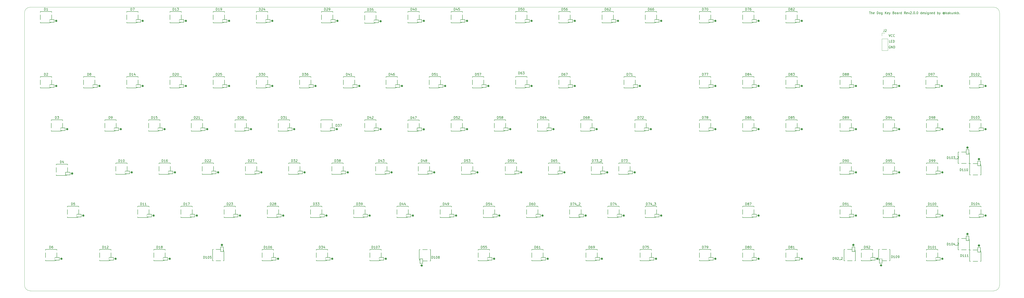
<source format=gto>
G04 #@! TF.GenerationSoftware,KiCad,Pcbnew,(5.1.5)-3*
G04 #@! TF.CreationDate,2021-02-16T22:27:21+09:00*
G04 #@! TF.ProjectId,bottomplate,626f7474-6f6d-4706-9c61-74652e6b6963,rev?*
G04 #@! TF.SameCoordinates,Original*
G04 #@! TF.FileFunction,Legend,Top*
G04 #@! TF.FilePolarity,Positive*
%FSLAX46Y46*%
G04 Gerber Fmt 4.6, Leading zero omitted, Abs format (unit mm)*
G04 Created by KiCad (PCBNEW (5.1.5)-3) date 2021-02-16 22:27:21*
%MOMM*%
%LPD*%
G04 APERTURE LIST*
%ADD10C,0.150000*%
%ADD11C,0.050000*%
%ADD12C,0.120000*%
%ADD13C,2.302000*%
%ADD14R,1.902000X1.102000*%
%ADD15R,1.102000X1.902000*%
%ADD16O,1.802000X1.802000*%
%ADD17R,1.802000X1.802000*%
G04 APERTURE END LIST*
D10*
X372110095Y-7628000D02*
X372014857Y-7580380D01*
X371872000Y-7580380D01*
X371729142Y-7628000D01*
X371633904Y-7723238D01*
X371586285Y-7818476D01*
X371538666Y-8008952D01*
X371538666Y-8151809D01*
X371586285Y-8342285D01*
X371633904Y-8437523D01*
X371729142Y-8532761D01*
X371872000Y-8580380D01*
X371967238Y-8580380D01*
X372110095Y-8532761D01*
X372157714Y-8485142D01*
X372157714Y-8151809D01*
X371967238Y-8151809D01*
X372586285Y-8580380D02*
X372586285Y-7580380D01*
X373157714Y-8580380D01*
X373157714Y-7580380D01*
X373633904Y-8580380D02*
X373633904Y-7580380D01*
X373872000Y-7580380D01*
X374014857Y-7628000D01*
X374110095Y-7723238D01*
X374157714Y-7818476D01*
X374205333Y-8008952D01*
X374205333Y-8151809D01*
X374157714Y-8342285D01*
X374110095Y-8437523D01*
X374014857Y-8532761D01*
X373872000Y-8580380D01*
X373633904Y-8580380D01*
X372229142Y-6040380D02*
X371752952Y-6040380D01*
X371752952Y-5040380D01*
X372562476Y-5516571D02*
X372895809Y-5516571D01*
X373038666Y-6040380D02*
X372562476Y-6040380D01*
X372562476Y-5040380D01*
X373038666Y-5040380D01*
X373467238Y-6040380D02*
X373467238Y-5040380D01*
X373705333Y-5040380D01*
X373848190Y-5088000D01*
X373943428Y-5183238D01*
X373991047Y-5278476D01*
X374038666Y-5468952D01*
X374038666Y-5611809D01*
X373991047Y-5802285D01*
X373943428Y-5897523D01*
X373848190Y-5992761D01*
X373705333Y-6040380D01*
X373467238Y-6040380D01*
X371538666Y-2500380D02*
X371872000Y-3500380D01*
X372205333Y-2500380D01*
X373110095Y-3405142D02*
X373062476Y-3452761D01*
X372919619Y-3500380D01*
X372824380Y-3500380D01*
X372681523Y-3452761D01*
X372586285Y-3357523D01*
X372538666Y-3262285D01*
X372491047Y-3071809D01*
X372491047Y-2928952D01*
X372538666Y-2738476D01*
X372586285Y-2643238D01*
X372681523Y-2548000D01*
X372824380Y-2500380D01*
X372919619Y-2500380D01*
X373062476Y-2548000D01*
X373110095Y-2595619D01*
X374110095Y-3405142D02*
X374062476Y-3452761D01*
X373919619Y-3500380D01*
X373824380Y-3500380D01*
X373681523Y-3452761D01*
X373586285Y-3357523D01*
X373538666Y-3262285D01*
X373491047Y-3071809D01*
X373491047Y-2928952D01*
X373538666Y-2738476D01*
X373586285Y-2643238D01*
X373681523Y-2548000D01*
X373824380Y-2500380D01*
X373919619Y-2500380D01*
X374062476Y-2548000D01*
X374110095Y-2595619D01*
X362928809Y7532619D02*
X363500238Y7532619D01*
X363214523Y6532619D02*
X363214523Y7532619D01*
X363833571Y6532619D02*
X363833571Y7532619D01*
X364262142Y6532619D02*
X364262142Y7056428D01*
X364214523Y7151666D01*
X364119285Y7199285D01*
X363976428Y7199285D01*
X363881190Y7151666D01*
X363833571Y7104047D01*
X365119285Y6580238D02*
X365024047Y6532619D01*
X364833571Y6532619D01*
X364738333Y6580238D01*
X364690714Y6675476D01*
X364690714Y7056428D01*
X364738333Y7151666D01*
X364833571Y7199285D01*
X365024047Y7199285D01*
X365119285Y7151666D01*
X365166904Y7056428D01*
X365166904Y6961190D01*
X364690714Y6865952D01*
X366357380Y6532619D02*
X366357380Y7532619D01*
X366595476Y7532619D01*
X366738333Y7485000D01*
X366833571Y7389761D01*
X366881190Y7294523D01*
X366928809Y7104047D01*
X366928809Y6961190D01*
X366881190Y6770714D01*
X366833571Y6675476D01*
X366738333Y6580238D01*
X366595476Y6532619D01*
X366357380Y6532619D01*
X367500238Y6532619D02*
X367405000Y6580238D01*
X367357380Y6627857D01*
X367309761Y6723095D01*
X367309761Y7008809D01*
X367357380Y7104047D01*
X367405000Y7151666D01*
X367500238Y7199285D01*
X367643095Y7199285D01*
X367738333Y7151666D01*
X367785952Y7104047D01*
X367833571Y7008809D01*
X367833571Y6723095D01*
X367785952Y6627857D01*
X367738333Y6580238D01*
X367643095Y6532619D01*
X367500238Y6532619D01*
X368690714Y7199285D02*
X368690714Y6389761D01*
X368643095Y6294523D01*
X368595476Y6246904D01*
X368500238Y6199285D01*
X368357380Y6199285D01*
X368262142Y6246904D01*
X368690714Y6580238D02*
X368595476Y6532619D01*
X368405000Y6532619D01*
X368309761Y6580238D01*
X368262142Y6627857D01*
X368214523Y6723095D01*
X368214523Y7008809D01*
X368262142Y7104047D01*
X368309761Y7151666D01*
X368405000Y7199285D01*
X368595476Y7199285D01*
X368690714Y7151666D01*
X369928809Y6532619D02*
X369928809Y7532619D01*
X370500238Y6532619D02*
X370071666Y7104047D01*
X370500238Y7532619D02*
X369928809Y6961190D01*
X371309761Y6580238D02*
X371214523Y6532619D01*
X371024047Y6532619D01*
X370928809Y6580238D01*
X370881190Y6675476D01*
X370881190Y7056428D01*
X370928809Y7151666D01*
X371024047Y7199285D01*
X371214523Y7199285D01*
X371309761Y7151666D01*
X371357380Y7056428D01*
X371357380Y6961190D01*
X370881190Y6865952D01*
X371690714Y7199285D02*
X371928809Y6532619D01*
X372166904Y7199285D02*
X371928809Y6532619D01*
X371833571Y6294523D01*
X371785952Y6246904D01*
X371690714Y6199285D01*
X373643095Y7056428D02*
X373785952Y7008809D01*
X373833571Y6961190D01*
X373881190Y6865952D01*
X373881190Y6723095D01*
X373833571Y6627857D01*
X373785952Y6580238D01*
X373690714Y6532619D01*
X373309761Y6532619D01*
X373309761Y7532619D01*
X373643095Y7532619D01*
X373738333Y7485000D01*
X373785952Y7437380D01*
X373833571Y7342142D01*
X373833571Y7246904D01*
X373785952Y7151666D01*
X373738333Y7104047D01*
X373643095Y7056428D01*
X373309761Y7056428D01*
X374452619Y6532619D02*
X374357380Y6580238D01*
X374309761Y6627857D01*
X374262142Y6723095D01*
X374262142Y7008809D01*
X374309761Y7104047D01*
X374357380Y7151666D01*
X374452619Y7199285D01*
X374595476Y7199285D01*
X374690714Y7151666D01*
X374738333Y7104047D01*
X374785952Y7008809D01*
X374785952Y6723095D01*
X374738333Y6627857D01*
X374690714Y6580238D01*
X374595476Y6532619D01*
X374452619Y6532619D01*
X375643095Y6532619D02*
X375643095Y7056428D01*
X375595476Y7151666D01*
X375500238Y7199285D01*
X375309761Y7199285D01*
X375214523Y7151666D01*
X375643095Y6580238D02*
X375547857Y6532619D01*
X375309761Y6532619D01*
X375214523Y6580238D01*
X375166904Y6675476D01*
X375166904Y6770714D01*
X375214523Y6865952D01*
X375309761Y6913571D01*
X375547857Y6913571D01*
X375643095Y6961190D01*
X376119285Y6532619D02*
X376119285Y7199285D01*
X376119285Y7008809D02*
X376166904Y7104047D01*
X376214523Y7151666D01*
X376309761Y7199285D01*
X376405000Y7199285D01*
X377166904Y6532619D02*
X377166904Y7532619D01*
X377166904Y6580238D02*
X377071666Y6532619D01*
X376881190Y6532619D01*
X376785952Y6580238D01*
X376738333Y6627857D01*
X376690714Y6723095D01*
X376690714Y7008809D01*
X376738333Y7104047D01*
X376785952Y7151666D01*
X376881190Y7199285D01*
X377071666Y7199285D01*
X377166904Y7151666D01*
X378976428Y6532619D02*
X378643095Y7008809D01*
X378405000Y6532619D02*
X378405000Y7532619D01*
X378785952Y7532619D01*
X378881190Y7485000D01*
X378928809Y7437380D01*
X378976428Y7342142D01*
X378976428Y7199285D01*
X378928809Y7104047D01*
X378881190Y7056428D01*
X378785952Y7008809D01*
X378405000Y7008809D01*
X379785952Y6580238D02*
X379690714Y6532619D01*
X379500238Y6532619D01*
X379405000Y6580238D01*
X379357380Y6675476D01*
X379357380Y7056428D01*
X379405000Y7151666D01*
X379500238Y7199285D01*
X379690714Y7199285D01*
X379785952Y7151666D01*
X379833571Y7056428D01*
X379833571Y6961190D01*
X379357380Y6865952D01*
X380166904Y7199285D02*
X380405000Y6532619D01*
X380643095Y7199285D01*
X380976428Y7437380D02*
X381024047Y7485000D01*
X381119285Y7532619D01*
X381357380Y7532619D01*
X381452619Y7485000D01*
X381500238Y7437380D01*
X381547857Y7342142D01*
X381547857Y7246904D01*
X381500238Y7104047D01*
X380928809Y6532619D01*
X381547857Y6532619D01*
X381976428Y6627857D02*
X382024047Y6580238D01*
X381976428Y6532619D01*
X381928809Y6580238D01*
X381976428Y6627857D01*
X381976428Y6532619D01*
X382643095Y7532619D02*
X382738333Y7532619D01*
X382833571Y7485000D01*
X382881190Y7437380D01*
X382928809Y7342142D01*
X382976428Y7151666D01*
X382976428Y6913571D01*
X382928809Y6723095D01*
X382881190Y6627857D01*
X382833571Y6580238D01*
X382738333Y6532619D01*
X382643095Y6532619D01*
X382547857Y6580238D01*
X382500238Y6627857D01*
X382452619Y6723095D01*
X382405000Y6913571D01*
X382405000Y7151666D01*
X382452619Y7342142D01*
X382500238Y7437380D01*
X382547857Y7485000D01*
X382643095Y7532619D01*
X383405000Y6627857D02*
X383452619Y6580238D01*
X383405000Y6532619D01*
X383357380Y6580238D01*
X383405000Y6627857D01*
X383405000Y6532619D01*
X384071666Y7532619D02*
X384166904Y7532619D01*
X384262142Y7485000D01*
X384309761Y7437380D01*
X384357380Y7342142D01*
X384405000Y7151666D01*
X384405000Y6913571D01*
X384357380Y6723095D01*
X384309761Y6627857D01*
X384262142Y6580238D01*
X384166904Y6532619D01*
X384071666Y6532619D01*
X383976428Y6580238D01*
X383928809Y6627857D01*
X383881190Y6723095D01*
X383833571Y6913571D01*
X383833571Y7151666D01*
X383881190Y7342142D01*
X383928809Y7437380D01*
X383976428Y7485000D01*
X384071666Y7532619D01*
X386024047Y6532619D02*
X386024047Y7532619D01*
X386024047Y6580238D02*
X385928809Y6532619D01*
X385738333Y6532619D01*
X385643095Y6580238D01*
X385595476Y6627857D01*
X385547857Y6723095D01*
X385547857Y7008809D01*
X385595476Y7104047D01*
X385643095Y7151666D01*
X385738333Y7199285D01*
X385928809Y7199285D01*
X386024047Y7151666D01*
X386881190Y6580238D02*
X386785952Y6532619D01*
X386595476Y6532619D01*
X386500238Y6580238D01*
X386452619Y6675476D01*
X386452619Y7056428D01*
X386500238Y7151666D01*
X386595476Y7199285D01*
X386785952Y7199285D01*
X386881190Y7151666D01*
X386928809Y7056428D01*
X386928809Y6961190D01*
X386452619Y6865952D01*
X387309761Y6580238D02*
X387405000Y6532619D01*
X387595476Y6532619D01*
X387690714Y6580238D01*
X387738333Y6675476D01*
X387738333Y6723095D01*
X387690714Y6818333D01*
X387595476Y6865952D01*
X387452619Y6865952D01*
X387357380Y6913571D01*
X387309761Y7008809D01*
X387309761Y7056428D01*
X387357380Y7151666D01*
X387452619Y7199285D01*
X387595476Y7199285D01*
X387690714Y7151666D01*
X388166904Y6532619D02*
X388166904Y7199285D01*
X388166904Y7532619D02*
X388119285Y7485000D01*
X388166904Y7437380D01*
X388214523Y7485000D01*
X388166904Y7532619D01*
X388166904Y7437380D01*
X389071666Y7199285D02*
X389071666Y6389761D01*
X389024047Y6294523D01*
X388976428Y6246904D01*
X388881190Y6199285D01*
X388738333Y6199285D01*
X388643095Y6246904D01*
X389071666Y6580238D02*
X388976428Y6532619D01*
X388785952Y6532619D01*
X388690714Y6580238D01*
X388643095Y6627857D01*
X388595476Y6723095D01*
X388595476Y7008809D01*
X388643095Y7104047D01*
X388690714Y7151666D01*
X388785952Y7199285D01*
X388976428Y7199285D01*
X389071666Y7151666D01*
X389547857Y7199285D02*
X389547857Y6532619D01*
X389547857Y7104047D02*
X389595476Y7151666D01*
X389690714Y7199285D01*
X389833571Y7199285D01*
X389928809Y7151666D01*
X389976428Y7056428D01*
X389976428Y6532619D01*
X390833571Y6580238D02*
X390738333Y6532619D01*
X390547857Y6532619D01*
X390452619Y6580238D01*
X390405000Y6675476D01*
X390405000Y7056428D01*
X390452619Y7151666D01*
X390547857Y7199285D01*
X390738333Y7199285D01*
X390833571Y7151666D01*
X390881190Y7056428D01*
X390881190Y6961190D01*
X390405000Y6865952D01*
X391738333Y6532619D02*
X391738333Y7532619D01*
X391738333Y6580238D02*
X391643095Y6532619D01*
X391452619Y6532619D01*
X391357380Y6580238D01*
X391309761Y6627857D01*
X391262142Y6723095D01*
X391262142Y7008809D01*
X391309761Y7104047D01*
X391357380Y7151666D01*
X391452619Y7199285D01*
X391643095Y7199285D01*
X391738333Y7151666D01*
X392976428Y6532619D02*
X392976428Y7532619D01*
X392976428Y7151666D02*
X393071666Y7199285D01*
X393262142Y7199285D01*
X393357380Y7151666D01*
X393405000Y7104047D01*
X393452619Y7008809D01*
X393452619Y6723095D01*
X393405000Y6627857D01*
X393357380Y6580238D01*
X393262142Y6532619D01*
X393071666Y6532619D01*
X392976428Y6580238D01*
X393785952Y7199285D02*
X394024047Y6532619D01*
X394262142Y7199285D02*
X394024047Y6532619D01*
X393928809Y6294523D01*
X393881190Y6246904D01*
X393785952Y6199285D01*
X396024047Y7008809D02*
X395976428Y7056428D01*
X395881190Y7104047D01*
X395785952Y7104047D01*
X395690714Y7056428D01*
X395643095Y7008809D01*
X395595476Y6913571D01*
X395595476Y6818333D01*
X395643095Y6723095D01*
X395690714Y6675476D01*
X395785952Y6627857D01*
X395881190Y6627857D01*
X395976428Y6675476D01*
X396024047Y6723095D01*
X396024047Y7104047D02*
X396024047Y6723095D01*
X396071666Y6675476D01*
X396119285Y6675476D01*
X396214523Y6723095D01*
X396262142Y6818333D01*
X396262142Y7056428D01*
X396166904Y7199285D01*
X396024047Y7294523D01*
X395833571Y7342142D01*
X395643095Y7294523D01*
X395500238Y7199285D01*
X395404999Y7056428D01*
X395357380Y6865952D01*
X395404999Y6675476D01*
X395500238Y6532619D01*
X395643095Y6437380D01*
X395833571Y6389761D01*
X396024047Y6437380D01*
X396166904Y6532619D01*
X396690714Y6532619D02*
X396690714Y7532619D01*
X396785952Y6913571D02*
X397071666Y6532619D01*
X397071666Y7199285D02*
X396690714Y6818333D01*
X397928809Y6532619D02*
X397928809Y7056428D01*
X397881190Y7151666D01*
X397785952Y7199285D01*
X397595476Y7199285D01*
X397500238Y7151666D01*
X397928809Y6580238D02*
X397833571Y6532619D01*
X397595476Y6532619D01*
X397500238Y6580238D01*
X397452619Y6675476D01*
X397452619Y6770714D01*
X397500238Y6865952D01*
X397595476Y6913571D01*
X397833571Y6913571D01*
X397928809Y6961190D01*
X398404999Y6532619D02*
X398404999Y7532619D01*
X398500238Y6913571D02*
X398785952Y6532619D01*
X398785952Y7199285D02*
X398404999Y6818333D01*
X399643095Y7199285D02*
X399643095Y6532619D01*
X399214523Y7199285D02*
X399214523Y6675476D01*
X399262142Y6580238D01*
X399357380Y6532619D01*
X399500238Y6532619D01*
X399595476Y6580238D01*
X399643095Y6627857D01*
X400119285Y7199285D02*
X400119285Y6532619D01*
X400119285Y7104047D02*
X400166904Y7151666D01*
X400262142Y7199285D01*
X400404999Y7199285D01*
X400500238Y7151666D01*
X400547857Y7056428D01*
X400547857Y6532619D01*
X401024047Y6532619D02*
X401024047Y7532619D01*
X401119285Y6913571D02*
X401404999Y6532619D01*
X401404999Y7199285D02*
X401024047Y6818333D01*
X401833571Y6532619D02*
X401833571Y7532619D01*
X401833571Y7151666D02*
X401928809Y7199285D01*
X402119285Y7199285D01*
X402214523Y7151666D01*
X402262142Y7104047D01*
X402309761Y7008809D01*
X402309761Y6723095D01*
X402262142Y6627857D01*
X402214523Y6580238D01*
X402119285Y6532619D01*
X401928809Y6532619D01*
X401833571Y6580238D01*
X402738333Y6627857D02*
X402785952Y6580238D01*
X402738333Y6532619D01*
X402690714Y6580238D01*
X402738333Y6627857D01*
X402738333Y6532619D01*
D11*
X417830000Y9525000D02*
G75*
G02X420370000Y6985000I0J-2540000D01*
G01*
X-9525000Y6985000D02*
G75*
G02X-6985000Y9525000I2540000J0D01*
G01*
X420370000Y-113030000D02*
G75*
G02X417830000Y-115570000I-2540000J0D01*
G01*
X-6985000Y-115570000D02*
G75*
G02X-9525000Y-113030000I0J2540000D01*
G01*
X420370000Y6985000D02*
X420370000Y-113030000D01*
X-6985000Y-115570000D02*
X417830000Y-115570000D01*
X-9525000Y-113030000D02*
X-9525000Y6985000D01*
X417830000Y9525000D02*
X-6985000Y9525000D01*
D10*
X268200000Y-83272000D02*
X269200000Y-82972000D01*
X269200000Y-78272000D02*
X269200000Y-81772000D01*
X264200000Y-83272000D02*
X268200000Y-83272000D01*
X264200000Y-78272000D02*
X264200000Y-83272000D01*
X264200000Y-78272000D02*
X269200000Y-78272000D01*
X268300000Y-81772000D02*
X270300000Y-81772000D01*
X270300000Y-81772000D02*
X270300000Y-82972000D01*
X270300000Y-82972000D02*
X268300000Y-82972000D01*
X268300000Y-82972000D02*
X268300000Y-81772000D01*
X234862000Y-83272000D02*
X235862000Y-82972000D01*
X235862000Y-78272000D02*
X235862000Y-81772000D01*
X230862000Y-83272000D02*
X234862000Y-83272000D01*
X230862000Y-78272000D02*
X230862000Y-83272000D01*
X230862000Y-78272000D02*
X235862000Y-78272000D01*
X234962000Y-81772000D02*
X236962000Y-81772000D01*
X236962000Y-81772000D02*
X236962000Y-82972000D01*
X236962000Y-82972000D02*
X234962000Y-82972000D01*
X234962000Y-82972000D02*
X234962000Y-81772000D01*
X244388000Y-64222000D02*
X245388000Y-63922000D01*
X245388000Y-59222000D02*
X245388000Y-62722000D01*
X240388000Y-64222000D02*
X244388000Y-64222000D01*
X240388000Y-59222000D02*
X240388000Y-64222000D01*
X240388000Y-59222000D02*
X245388000Y-59222000D01*
X244488000Y-62722000D02*
X246488000Y-62722000D01*
X246488000Y-62722000D02*
X246488000Y-63922000D01*
X246488000Y-63922000D02*
X244488000Y-63922000D01*
X244488000Y-63922000D02*
X244488000Y-62722000D01*
X1500000Y2580000D02*
X2500000Y2880000D01*
X2500000Y7580000D02*
X2500000Y4080000D01*
X-2500000Y2580000D02*
X1500000Y2580000D01*
X-2500000Y7580000D02*
X-2500000Y2580000D01*
X-2500000Y7580000D02*
X2500000Y7580000D01*
X1600000Y4080000D02*
X3600000Y4080000D01*
X3600000Y4080000D02*
X3600000Y2880000D01*
X3600000Y2880000D02*
X1600000Y2880000D01*
X1600000Y2880000D02*
X1600000Y4080000D01*
X311126000Y-45172000D02*
X312126000Y-44872000D01*
X312126000Y-40172000D02*
X312126000Y-43672000D01*
X307126000Y-45172000D02*
X311126000Y-45172000D01*
X307126000Y-40172000D02*
X307126000Y-45172000D01*
X307126000Y-40172000D02*
X312126000Y-40172000D01*
X311226000Y-43672000D02*
X313226000Y-43672000D01*
X313226000Y-43672000D02*
X313226000Y-44872000D01*
X313226000Y-44872000D02*
X311226000Y-44872000D01*
X311226000Y-44872000D02*
X311226000Y-43672000D01*
X249150000Y2580000D02*
X250150000Y2880000D01*
X250150000Y7580000D02*
X250150000Y4080000D01*
X245150000Y2580000D02*
X249150000Y2580000D01*
X245150000Y7580000D02*
X245150000Y2580000D01*
X245150000Y7580000D02*
X250150000Y7580000D01*
X249250000Y4080000D02*
X251250000Y4080000D01*
X251250000Y4080000D02*
X251250000Y2880000D01*
X251250000Y2880000D02*
X249250000Y2880000D01*
X249250000Y2880000D02*
X249250000Y4080000D01*
X51538000Y-102322000D02*
X52538000Y-102022000D01*
X52538000Y-97322000D02*
X52538000Y-100822000D01*
X47538000Y-102322000D02*
X51538000Y-102322000D01*
X47538000Y-97322000D02*
X47538000Y-102322000D01*
X47538000Y-97322000D02*
X52538000Y-97322000D01*
X51638000Y-100822000D02*
X53638000Y-100822000D01*
X53638000Y-100822000D02*
X53638000Y-102022000D01*
X53638000Y-102022000D02*
X51638000Y-102022000D01*
X51638000Y-102022000D02*
X51638000Y-100822000D01*
X39600000Y2580000D02*
X40600000Y2880000D01*
X40600000Y7580000D02*
X40600000Y4080000D01*
X35600000Y2580000D02*
X39600000Y2580000D01*
X35600000Y7580000D02*
X35600000Y2580000D01*
X35600000Y7580000D02*
X40600000Y7580000D01*
X39700000Y4080000D02*
X41700000Y4080000D01*
X41700000Y4080000D02*
X41700000Y2880000D01*
X41700000Y2880000D02*
X39700000Y2880000D01*
X39700000Y2880000D02*
X39700000Y4080000D01*
X411202000Y-83272000D02*
X412202000Y-82972000D01*
X412202000Y-78272000D02*
X412202000Y-81772000D01*
X407202000Y-83272000D02*
X411202000Y-83272000D01*
X407202000Y-78272000D02*
X407202000Y-83272000D01*
X407202000Y-78272000D02*
X412202000Y-78272000D01*
X411302000Y-81772000D02*
X413302000Y-81772000D01*
X413302000Y-81772000D02*
X413302000Y-82972000D01*
X413302000Y-82972000D02*
X411302000Y-82972000D01*
X411302000Y-82972000D02*
X411302000Y-81772000D01*
X411202000Y-45172000D02*
X412202000Y-44872000D01*
X412202000Y-40172000D02*
X412202000Y-43672000D01*
X407202000Y-45172000D02*
X411202000Y-45172000D01*
X407202000Y-40172000D02*
X407202000Y-45172000D01*
X407202000Y-40172000D02*
X412202000Y-40172000D01*
X411302000Y-43672000D02*
X413302000Y-43672000D01*
X413302000Y-43672000D02*
X413302000Y-44872000D01*
X413302000Y-44872000D02*
X411302000Y-44872000D01*
X411302000Y-44872000D02*
X411302000Y-43672000D01*
X356830000Y-98322000D02*
X356530000Y-97322000D01*
X351830000Y-97322000D02*
X355330000Y-97322000D01*
X356830000Y-102322000D02*
X356830000Y-98322000D01*
X351830000Y-102322000D02*
X356830000Y-102322000D01*
X351830000Y-102322000D02*
X351830000Y-97322000D01*
X355330000Y-98222000D02*
X355330000Y-96222000D01*
X355330000Y-96222000D02*
X356530000Y-96222000D01*
X356530000Y-96222000D02*
X356530000Y-98222000D01*
X356530000Y-98222000D02*
X355330000Y-98222000D01*
X1500000Y-26122000D02*
X2500000Y-25822000D01*
X2500000Y-21122000D02*
X2500000Y-24622000D01*
X-2500000Y-26122000D02*
X1500000Y-26122000D01*
X-2500000Y-21122000D02*
X-2500000Y-26122000D01*
X-2500000Y-21122000D02*
X2500000Y-21122000D01*
X1600000Y-24622000D02*
X3600000Y-24622000D01*
X3600000Y-24622000D02*
X3600000Y-25822000D01*
X3600000Y-25822000D02*
X1600000Y-25822000D01*
X1600000Y-25822000D02*
X1600000Y-24622000D01*
X6326000Y-45172000D02*
X7326000Y-44872000D01*
X7326000Y-40172000D02*
X7326000Y-43672000D01*
X2326000Y-45172000D02*
X6326000Y-45172000D01*
X2326000Y-40172000D02*
X2326000Y-45172000D01*
X2326000Y-40172000D02*
X7326000Y-40172000D01*
X6426000Y-43672000D02*
X8426000Y-43672000D01*
X8426000Y-43672000D02*
X8426000Y-44872000D01*
X8426000Y-44872000D02*
X6426000Y-44872000D01*
X6426000Y-44872000D02*
X6426000Y-43672000D01*
X8485000Y-64730000D02*
X9485000Y-64430000D01*
X9485000Y-59730000D02*
X9485000Y-63230000D01*
X4485000Y-64730000D02*
X8485000Y-64730000D01*
X4485000Y-59730000D02*
X4485000Y-64730000D01*
X4485000Y-59730000D02*
X9485000Y-59730000D01*
X8585000Y-63230000D02*
X10585000Y-63230000D01*
X10585000Y-63230000D02*
X10585000Y-64430000D01*
X10585000Y-64430000D02*
X8585000Y-64430000D01*
X8585000Y-64430000D02*
X8585000Y-63230000D01*
X13438000Y-83272000D02*
X14438000Y-82972000D01*
X14438000Y-78272000D02*
X14438000Y-81772000D01*
X9438000Y-83272000D02*
X13438000Y-83272000D01*
X9438000Y-78272000D02*
X9438000Y-83272000D01*
X9438000Y-78272000D02*
X14438000Y-78272000D01*
X13538000Y-81772000D02*
X15538000Y-81772000D01*
X15538000Y-81772000D02*
X15538000Y-82972000D01*
X15538000Y-82972000D02*
X13538000Y-82972000D01*
X13538000Y-82972000D02*
X13538000Y-81772000D01*
X3786000Y-102322000D02*
X4786000Y-102022000D01*
X4786000Y-97322000D02*
X4786000Y-100822000D01*
X-214000Y-102322000D02*
X3786000Y-102322000D01*
X-214000Y-97322000D02*
X-214000Y-102322000D01*
X-214000Y-97322000D02*
X4786000Y-97322000D01*
X3886000Y-100822000D02*
X5886000Y-100822000D01*
X5886000Y-100822000D02*
X5886000Y-102022000D01*
X5886000Y-102022000D02*
X3886000Y-102022000D01*
X3886000Y-102022000D02*
X3886000Y-100822000D01*
X20550000Y-26122000D02*
X21550000Y-25822000D01*
X21550000Y-21122000D02*
X21550000Y-24622000D01*
X16550000Y-26122000D02*
X20550000Y-26122000D01*
X16550000Y-21122000D02*
X16550000Y-26122000D01*
X16550000Y-21122000D02*
X21550000Y-21122000D01*
X20650000Y-24622000D02*
X22650000Y-24622000D01*
X22650000Y-24622000D02*
X22650000Y-25822000D01*
X22650000Y-25822000D02*
X20650000Y-25822000D01*
X20650000Y-25822000D02*
X20650000Y-24622000D01*
X29948000Y-45172000D02*
X30948000Y-44872000D01*
X30948000Y-40172000D02*
X30948000Y-43672000D01*
X25948000Y-45172000D02*
X29948000Y-45172000D01*
X25948000Y-40172000D02*
X25948000Y-45172000D01*
X25948000Y-40172000D02*
X30948000Y-40172000D01*
X30048000Y-43672000D02*
X32048000Y-43672000D01*
X32048000Y-43672000D02*
X32048000Y-44872000D01*
X32048000Y-44872000D02*
X30048000Y-44872000D01*
X30048000Y-44872000D02*
X30048000Y-43672000D01*
X34774000Y-64222000D02*
X35774000Y-63922000D01*
X35774000Y-59222000D02*
X35774000Y-62722000D01*
X30774000Y-64222000D02*
X34774000Y-64222000D01*
X30774000Y-59222000D02*
X30774000Y-64222000D01*
X30774000Y-59222000D02*
X35774000Y-59222000D01*
X34874000Y-62722000D02*
X36874000Y-62722000D01*
X36874000Y-62722000D02*
X36874000Y-63922000D01*
X36874000Y-63922000D02*
X34874000Y-63922000D01*
X34874000Y-63922000D02*
X34874000Y-62722000D01*
X44426000Y-83272000D02*
X45426000Y-82972000D01*
X45426000Y-78272000D02*
X45426000Y-81772000D01*
X40426000Y-83272000D02*
X44426000Y-83272000D01*
X40426000Y-78272000D02*
X40426000Y-83272000D01*
X40426000Y-78272000D02*
X45426000Y-78272000D01*
X44526000Y-81772000D02*
X46526000Y-81772000D01*
X46526000Y-81772000D02*
X46526000Y-82972000D01*
X46526000Y-82972000D02*
X44526000Y-82972000D01*
X44526000Y-82972000D02*
X44526000Y-81772000D01*
X27662000Y-102322000D02*
X28662000Y-102022000D01*
X28662000Y-97322000D02*
X28662000Y-100822000D01*
X23662000Y-102322000D02*
X27662000Y-102322000D01*
X23662000Y-97322000D02*
X23662000Y-102322000D01*
X23662000Y-97322000D02*
X28662000Y-97322000D01*
X27762000Y-100822000D02*
X29762000Y-100822000D01*
X29762000Y-100822000D02*
X29762000Y-102022000D01*
X29762000Y-102022000D02*
X27762000Y-102022000D01*
X27762000Y-102022000D02*
X27762000Y-100822000D01*
X58650000Y2580000D02*
X59650000Y2880000D01*
X59650000Y7580000D02*
X59650000Y4080000D01*
X54650000Y2580000D02*
X58650000Y2580000D01*
X54650000Y7580000D02*
X54650000Y2580000D01*
X54650000Y7580000D02*
X59650000Y7580000D01*
X58750000Y4080000D02*
X60750000Y4080000D01*
X60750000Y4080000D02*
X60750000Y2880000D01*
X60750000Y2880000D02*
X58750000Y2880000D01*
X58750000Y2880000D02*
X58750000Y4080000D01*
X39600000Y-26122000D02*
X40600000Y-25822000D01*
X40600000Y-21122000D02*
X40600000Y-24622000D01*
X35600000Y-26122000D02*
X39600000Y-26122000D01*
X35600000Y-21122000D02*
X35600000Y-26122000D01*
X35600000Y-21122000D02*
X40600000Y-21122000D01*
X39700000Y-24622000D02*
X41700000Y-24622000D01*
X41700000Y-24622000D02*
X41700000Y-25822000D01*
X41700000Y-25822000D02*
X39700000Y-25822000D01*
X39700000Y-25822000D02*
X39700000Y-24622000D01*
X49252000Y-45172000D02*
X50252000Y-44872000D01*
X50252000Y-40172000D02*
X50252000Y-43672000D01*
X45252000Y-45172000D02*
X49252000Y-45172000D01*
X45252000Y-40172000D02*
X45252000Y-45172000D01*
X45252000Y-40172000D02*
X50252000Y-40172000D01*
X49352000Y-43672000D02*
X51352000Y-43672000D01*
X51352000Y-43672000D02*
X51352000Y-44872000D01*
X51352000Y-44872000D02*
X49352000Y-44872000D01*
X49352000Y-44872000D02*
X49352000Y-43672000D01*
X53824000Y-64222000D02*
X54824000Y-63922000D01*
X54824000Y-59222000D02*
X54824000Y-62722000D01*
X49824000Y-64222000D02*
X53824000Y-64222000D01*
X49824000Y-59222000D02*
X49824000Y-64222000D01*
X49824000Y-59222000D02*
X54824000Y-59222000D01*
X53924000Y-62722000D02*
X55924000Y-62722000D01*
X55924000Y-62722000D02*
X55924000Y-63922000D01*
X55924000Y-63922000D02*
X53924000Y-63922000D01*
X53924000Y-63922000D02*
X53924000Y-62722000D01*
X63476000Y-83272000D02*
X64476000Y-82972000D01*
X64476000Y-78272000D02*
X64476000Y-81772000D01*
X59476000Y-83272000D02*
X63476000Y-83272000D01*
X59476000Y-78272000D02*
X59476000Y-83272000D01*
X59476000Y-78272000D02*
X64476000Y-78272000D01*
X63576000Y-81772000D02*
X65576000Y-81772000D01*
X65576000Y-81772000D02*
X65576000Y-82972000D01*
X65576000Y-82972000D02*
X63576000Y-82972000D01*
X63576000Y-82972000D02*
X63576000Y-81772000D01*
X77700000Y2580000D02*
X78700000Y2880000D01*
X78700000Y7580000D02*
X78700000Y4080000D01*
X73700000Y2580000D02*
X77700000Y2580000D01*
X73700000Y7580000D02*
X73700000Y2580000D01*
X73700000Y7580000D02*
X78700000Y7580000D01*
X77800000Y4080000D02*
X79800000Y4080000D01*
X79800000Y4080000D02*
X79800000Y2880000D01*
X79800000Y2880000D02*
X77800000Y2880000D01*
X77800000Y2880000D02*
X77800000Y4080000D01*
X58650000Y-26122000D02*
X59650000Y-25822000D01*
X59650000Y-21122000D02*
X59650000Y-24622000D01*
X54650000Y-26122000D02*
X58650000Y-26122000D01*
X54650000Y-21122000D02*
X54650000Y-26122000D01*
X54650000Y-21122000D02*
X59650000Y-21122000D01*
X58750000Y-24622000D02*
X60750000Y-24622000D01*
X60750000Y-24622000D02*
X60750000Y-25822000D01*
X60750000Y-25822000D02*
X58750000Y-25822000D01*
X58750000Y-25822000D02*
X58750000Y-24622000D01*
X68048000Y-45172000D02*
X69048000Y-44872000D01*
X69048000Y-40172000D02*
X69048000Y-43672000D01*
X64048000Y-45172000D02*
X68048000Y-45172000D01*
X64048000Y-40172000D02*
X64048000Y-45172000D01*
X64048000Y-40172000D02*
X69048000Y-40172000D01*
X68148000Y-43672000D02*
X70148000Y-43672000D01*
X70148000Y-43672000D02*
X70148000Y-44872000D01*
X70148000Y-44872000D02*
X68148000Y-44872000D01*
X68148000Y-44872000D02*
X68148000Y-43672000D01*
X72874000Y-64222000D02*
X73874000Y-63922000D01*
X73874000Y-59222000D02*
X73874000Y-62722000D01*
X68874000Y-64222000D02*
X72874000Y-64222000D01*
X68874000Y-59222000D02*
X68874000Y-64222000D01*
X68874000Y-59222000D02*
X73874000Y-59222000D01*
X72974000Y-62722000D02*
X74974000Y-62722000D01*
X74974000Y-62722000D02*
X74974000Y-63922000D01*
X74974000Y-63922000D02*
X72974000Y-63922000D01*
X72974000Y-63922000D02*
X72974000Y-62722000D01*
X82526000Y-83272000D02*
X83526000Y-82972000D01*
X83526000Y-78272000D02*
X83526000Y-81772000D01*
X78526000Y-83272000D02*
X82526000Y-83272000D01*
X78526000Y-78272000D02*
X78526000Y-83272000D01*
X78526000Y-78272000D02*
X83526000Y-78272000D01*
X82626000Y-81772000D02*
X84626000Y-81772000D01*
X84626000Y-81772000D02*
X84626000Y-82972000D01*
X84626000Y-82972000D02*
X82626000Y-82972000D01*
X82626000Y-82972000D02*
X82626000Y-81772000D01*
X96750000Y2580000D02*
X97750000Y2880000D01*
X97750000Y7580000D02*
X97750000Y4080000D01*
X92750000Y2580000D02*
X96750000Y2580000D01*
X92750000Y7580000D02*
X92750000Y2580000D01*
X92750000Y7580000D02*
X97750000Y7580000D01*
X96850000Y4080000D02*
X98850000Y4080000D01*
X98850000Y4080000D02*
X98850000Y2880000D01*
X98850000Y2880000D02*
X96850000Y2880000D01*
X96850000Y2880000D02*
X96850000Y4080000D01*
X77700000Y-26122000D02*
X78700000Y-25822000D01*
X78700000Y-21122000D02*
X78700000Y-24622000D01*
X73700000Y-26122000D02*
X77700000Y-26122000D01*
X73700000Y-21122000D02*
X73700000Y-26122000D01*
X73700000Y-21122000D02*
X78700000Y-21122000D01*
X77800000Y-24622000D02*
X79800000Y-24622000D01*
X79800000Y-24622000D02*
X79800000Y-25822000D01*
X79800000Y-25822000D02*
X77800000Y-25822000D01*
X77800000Y-25822000D02*
X77800000Y-24622000D01*
X87352000Y-45172000D02*
X88352000Y-44872000D01*
X88352000Y-40172000D02*
X88352000Y-43672000D01*
X83352000Y-45172000D02*
X87352000Y-45172000D01*
X83352000Y-40172000D02*
X83352000Y-45172000D01*
X83352000Y-40172000D02*
X88352000Y-40172000D01*
X87452000Y-43672000D02*
X89452000Y-43672000D01*
X89452000Y-43672000D02*
X89452000Y-44872000D01*
X89452000Y-44872000D02*
X87452000Y-44872000D01*
X87452000Y-44872000D02*
X87452000Y-43672000D01*
X91924000Y-64222000D02*
X92924000Y-63922000D01*
X92924000Y-59222000D02*
X92924000Y-62722000D01*
X87924000Y-64222000D02*
X91924000Y-64222000D01*
X87924000Y-59222000D02*
X87924000Y-64222000D01*
X87924000Y-59222000D02*
X92924000Y-59222000D01*
X92024000Y-62722000D02*
X94024000Y-62722000D01*
X94024000Y-62722000D02*
X94024000Y-63922000D01*
X94024000Y-63922000D02*
X92024000Y-63922000D01*
X92024000Y-63922000D02*
X92024000Y-62722000D01*
X101576000Y-83272000D02*
X102576000Y-82972000D01*
X102576000Y-78272000D02*
X102576000Y-81772000D01*
X97576000Y-83272000D02*
X101576000Y-83272000D01*
X97576000Y-78272000D02*
X97576000Y-83272000D01*
X97576000Y-78272000D02*
X102576000Y-78272000D01*
X101676000Y-81772000D02*
X103676000Y-81772000D01*
X103676000Y-81772000D02*
X103676000Y-82972000D01*
X103676000Y-82972000D02*
X101676000Y-82972000D01*
X101676000Y-82972000D02*
X101676000Y-81772000D01*
X125452000Y2580000D02*
X126452000Y2880000D01*
X126452000Y7580000D02*
X126452000Y4080000D01*
X121452000Y2580000D02*
X125452000Y2580000D01*
X121452000Y7580000D02*
X121452000Y2580000D01*
X121452000Y7580000D02*
X126452000Y7580000D01*
X125552000Y4080000D02*
X127552000Y4080000D01*
X127552000Y4080000D02*
X127552000Y2880000D01*
X127552000Y2880000D02*
X125552000Y2880000D01*
X125552000Y2880000D02*
X125552000Y4080000D01*
X96750000Y-26122000D02*
X97750000Y-25822000D01*
X97750000Y-21122000D02*
X97750000Y-24622000D01*
X92750000Y-26122000D02*
X96750000Y-26122000D01*
X92750000Y-21122000D02*
X92750000Y-26122000D01*
X92750000Y-21122000D02*
X97750000Y-21122000D01*
X96850000Y-24622000D02*
X98850000Y-24622000D01*
X98850000Y-24622000D02*
X98850000Y-25822000D01*
X98850000Y-25822000D02*
X96850000Y-25822000D01*
X96850000Y-25822000D02*
X96850000Y-24622000D01*
X106402000Y-45172000D02*
X107402000Y-44872000D01*
X107402000Y-40172000D02*
X107402000Y-43672000D01*
X102402000Y-45172000D02*
X106402000Y-45172000D01*
X102402000Y-40172000D02*
X102402000Y-45172000D01*
X102402000Y-40172000D02*
X107402000Y-40172000D01*
X106502000Y-43672000D02*
X108502000Y-43672000D01*
X108502000Y-43672000D02*
X108502000Y-44872000D01*
X108502000Y-44872000D02*
X106502000Y-44872000D01*
X106502000Y-44872000D02*
X106502000Y-43672000D01*
X110974000Y-64222000D02*
X111974000Y-63922000D01*
X111974000Y-59222000D02*
X111974000Y-62722000D01*
X106974000Y-64222000D02*
X110974000Y-64222000D01*
X106974000Y-59222000D02*
X106974000Y-64222000D01*
X106974000Y-59222000D02*
X111974000Y-59222000D01*
X111074000Y-62722000D02*
X113074000Y-62722000D01*
X113074000Y-62722000D02*
X113074000Y-63922000D01*
X113074000Y-63922000D02*
X111074000Y-63922000D01*
X111074000Y-63922000D02*
X111074000Y-62722000D01*
X120626000Y-83272000D02*
X121626000Y-82972000D01*
X121626000Y-78272000D02*
X121626000Y-81772000D01*
X116626000Y-83272000D02*
X120626000Y-83272000D01*
X116626000Y-78272000D02*
X116626000Y-83272000D01*
X116626000Y-78272000D02*
X121626000Y-78272000D01*
X120726000Y-81772000D02*
X122726000Y-81772000D01*
X122726000Y-81772000D02*
X122726000Y-82972000D01*
X122726000Y-82972000D02*
X120726000Y-82972000D01*
X120726000Y-82972000D02*
X120726000Y-81772000D01*
X123166000Y-102322000D02*
X124166000Y-102022000D01*
X124166000Y-97322000D02*
X124166000Y-100822000D01*
X119166000Y-102322000D02*
X123166000Y-102322000D01*
X119166000Y-97322000D02*
X119166000Y-102322000D01*
X119166000Y-97322000D02*
X124166000Y-97322000D01*
X123266000Y-100822000D02*
X125266000Y-100822000D01*
X125266000Y-100822000D02*
X125266000Y-102022000D01*
X125266000Y-102022000D02*
X123266000Y-102022000D01*
X123266000Y-102022000D02*
X123266000Y-100822000D01*
X144502000Y2402000D02*
X145502000Y2702000D01*
X145502000Y7402000D02*
X145502000Y3902000D01*
X140502000Y2402000D02*
X144502000Y2402000D01*
X140502000Y7402000D02*
X140502000Y2402000D01*
X140502000Y7402000D02*
X145502000Y7402000D01*
X144602000Y3902000D02*
X146602000Y3902000D01*
X146602000Y3902000D02*
X146602000Y2702000D01*
X146602000Y2702000D02*
X144602000Y2702000D01*
X144602000Y2702000D02*
X144602000Y3902000D01*
X115800000Y-26122000D02*
X116800000Y-25822000D01*
X116800000Y-21122000D02*
X116800000Y-24622000D01*
X111800000Y-26122000D02*
X115800000Y-26122000D01*
X111800000Y-21122000D02*
X111800000Y-26122000D01*
X111800000Y-21122000D02*
X116800000Y-21122000D01*
X115900000Y-24622000D02*
X117900000Y-24622000D01*
X117900000Y-24622000D02*
X117900000Y-25822000D01*
X117900000Y-25822000D02*
X115900000Y-25822000D01*
X115900000Y-25822000D02*
X115900000Y-24622000D01*
X125198000Y-45172000D02*
X126198000Y-44872000D01*
X126198000Y-40172000D02*
X126198000Y-43672000D01*
X121198000Y-45172000D02*
X125198000Y-45172000D01*
X121198000Y-40172000D02*
X121198000Y-45172000D01*
X121198000Y-40172000D02*
X126198000Y-40172000D01*
X125298000Y-43672000D02*
X127298000Y-43672000D01*
X127298000Y-43672000D02*
X127298000Y-44872000D01*
X127298000Y-44872000D02*
X125298000Y-44872000D01*
X125298000Y-44872000D02*
X125298000Y-43672000D01*
X130024000Y-64222000D02*
X131024000Y-63922000D01*
X131024000Y-59222000D02*
X131024000Y-62722000D01*
X126024000Y-64222000D02*
X130024000Y-64222000D01*
X126024000Y-59222000D02*
X126024000Y-64222000D01*
X126024000Y-59222000D02*
X131024000Y-59222000D01*
X130124000Y-62722000D02*
X132124000Y-62722000D01*
X132124000Y-62722000D02*
X132124000Y-63922000D01*
X132124000Y-63922000D02*
X130124000Y-63922000D01*
X130124000Y-63922000D02*
X130124000Y-62722000D01*
X139676000Y-83272000D02*
X140676000Y-82972000D01*
X140676000Y-78272000D02*
X140676000Y-81772000D01*
X135676000Y-83272000D02*
X139676000Y-83272000D01*
X135676000Y-78272000D02*
X135676000Y-83272000D01*
X135676000Y-78272000D02*
X140676000Y-78272000D01*
X139776000Y-81772000D02*
X141776000Y-81772000D01*
X141776000Y-81772000D02*
X141776000Y-82972000D01*
X141776000Y-82972000D02*
X139776000Y-82972000D01*
X139776000Y-82972000D02*
X139776000Y-81772000D01*
X163552000Y2580000D02*
X164552000Y2880000D01*
X164552000Y7580000D02*
X164552000Y4080000D01*
X159552000Y2580000D02*
X163552000Y2580000D01*
X159552000Y7580000D02*
X159552000Y2580000D01*
X159552000Y7580000D02*
X164552000Y7580000D01*
X163652000Y4080000D02*
X165652000Y4080000D01*
X165652000Y4080000D02*
X165652000Y2880000D01*
X165652000Y2880000D02*
X163652000Y2880000D01*
X163652000Y2880000D02*
X163652000Y4080000D01*
X135104000Y-26122000D02*
X136104000Y-25822000D01*
X136104000Y-21122000D02*
X136104000Y-24622000D01*
X131104000Y-26122000D02*
X135104000Y-26122000D01*
X131104000Y-21122000D02*
X131104000Y-26122000D01*
X131104000Y-21122000D02*
X136104000Y-21122000D01*
X135204000Y-24622000D02*
X137204000Y-24622000D01*
X137204000Y-24622000D02*
X137204000Y-25822000D01*
X137204000Y-25822000D02*
X135204000Y-25822000D01*
X135204000Y-25822000D02*
X135204000Y-24622000D01*
X144502000Y-45172000D02*
X145502000Y-44872000D01*
X145502000Y-40172000D02*
X145502000Y-43672000D01*
X140502000Y-45172000D02*
X144502000Y-45172000D01*
X140502000Y-40172000D02*
X140502000Y-45172000D01*
X140502000Y-40172000D02*
X145502000Y-40172000D01*
X144602000Y-43672000D02*
X146602000Y-43672000D01*
X146602000Y-43672000D02*
X146602000Y-44872000D01*
X146602000Y-44872000D02*
X144602000Y-44872000D01*
X144602000Y-44872000D02*
X144602000Y-43672000D01*
X149328000Y-64222000D02*
X150328000Y-63922000D01*
X150328000Y-59222000D02*
X150328000Y-62722000D01*
X145328000Y-64222000D02*
X149328000Y-64222000D01*
X145328000Y-59222000D02*
X145328000Y-64222000D01*
X145328000Y-59222000D02*
X150328000Y-59222000D01*
X149428000Y-62722000D02*
X151428000Y-62722000D01*
X151428000Y-62722000D02*
X151428000Y-63922000D01*
X151428000Y-63922000D02*
X149428000Y-63922000D01*
X149428000Y-63922000D02*
X149428000Y-62722000D01*
X158726000Y-83272000D02*
X159726000Y-82972000D01*
X159726000Y-78272000D02*
X159726000Y-81772000D01*
X154726000Y-83272000D02*
X158726000Y-83272000D01*
X154726000Y-78272000D02*
X154726000Y-83272000D01*
X154726000Y-78272000D02*
X159726000Y-78272000D01*
X158826000Y-81772000D02*
X160826000Y-81772000D01*
X160826000Y-81772000D02*
X160826000Y-82972000D01*
X160826000Y-82972000D02*
X158826000Y-82972000D01*
X158826000Y-82972000D02*
X158826000Y-81772000D01*
X182602000Y2580000D02*
X183602000Y2880000D01*
X183602000Y7580000D02*
X183602000Y4080000D01*
X178602000Y2580000D02*
X182602000Y2580000D01*
X178602000Y7580000D02*
X178602000Y2580000D01*
X178602000Y7580000D02*
X183602000Y7580000D01*
X182702000Y4080000D02*
X184702000Y4080000D01*
X184702000Y4080000D02*
X184702000Y2880000D01*
X184702000Y2880000D02*
X182702000Y2880000D01*
X182702000Y2880000D02*
X182702000Y4080000D01*
X153900000Y-26122000D02*
X154900000Y-25822000D01*
X154900000Y-21122000D02*
X154900000Y-24622000D01*
X149900000Y-26122000D02*
X153900000Y-26122000D01*
X149900000Y-21122000D02*
X149900000Y-26122000D01*
X149900000Y-21122000D02*
X154900000Y-21122000D01*
X154000000Y-24622000D02*
X156000000Y-24622000D01*
X156000000Y-24622000D02*
X156000000Y-25822000D01*
X156000000Y-25822000D02*
X154000000Y-25822000D01*
X154000000Y-25822000D02*
X154000000Y-24622000D01*
X163492000Y-45248000D02*
X164492000Y-44948000D01*
X164492000Y-40248000D02*
X164492000Y-43748000D01*
X159492000Y-45248000D02*
X163492000Y-45248000D01*
X159492000Y-40248000D02*
X159492000Y-45248000D01*
X159492000Y-40248000D02*
X164492000Y-40248000D01*
X163592000Y-43748000D02*
X165592000Y-43748000D01*
X165592000Y-43748000D02*
X165592000Y-44948000D01*
X165592000Y-44948000D02*
X163592000Y-44948000D01*
X163592000Y-44948000D02*
X163592000Y-43748000D01*
X168124000Y-64222000D02*
X169124000Y-63922000D01*
X169124000Y-59222000D02*
X169124000Y-62722000D01*
X164124000Y-64222000D02*
X168124000Y-64222000D01*
X164124000Y-59222000D02*
X164124000Y-64222000D01*
X164124000Y-59222000D02*
X169124000Y-59222000D01*
X168224000Y-62722000D02*
X170224000Y-62722000D01*
X170224000Y-62722000D02*
X170224000Y-63922000D01*
X170224000Y-63922000D02*
X168224000Y-63922000D01*
X168224000Y-63922000D02*
X168224000Y-62722000D01*
X177776000Y-83272000D02*
X178776000Y-82972000D01*
X178776000Y-78272000D02*
X178776000Y-81772000D01*
X173776000Y-83272000D02*
X177776000Y-83272000D01*
X173776000Y-78272000D02*
X173776000Y-83272000D01*
X173776000Y-78272000D02*
X178776000Y-78272000D01*
X177876000Y-81772000D02*
X179876000Y-81772000D01*
X179876000Y-81772000D02*
X179876000Y-82972000D01*
X179876000Y-82972000D02*
X177876000Y-82972000D01*
X177876000Y-82972000D02*
X177876000Y-81772000D01*
X211050000Y2580000D02*
X212050000Y2880000D01*
X212050000Y7580000D02*
X212050000Y4080000D01*
X207050000Y2580000D02*
X211050000Y2580000D01*
X207050000Y7580000D02*
X207050000Y2580000D01*
X207050000Y7580000D02*
X212050000Y7580000D01*
X211150000Y4080000D02*
X213150000Y4080000D01*
X213150000Y4080000D02*
X213150000Y2880000D01*
X213150000Y2880000D02*
X211150000Y2880000D01*
X211150000Y2880000D02*
X211150000Y4080000D01*
X172950000Y-26122000D02*
X173950000Y-25822000D01*
X173950000Y-21122000D02*
X173950000Y-24622000D01*
X168950000Y-26122000D02*
X172950000Y-26122000D01*
X168950000Y-21122000D02*
X168950000Y-26122000D01*
X168950000Y-21122000D02*
X173950000Y-21122000D01*
X173050000Y-24622000D02*
X175050000Y-24622000D01*
X175050000Y-24622000D02*
X175050000Y-25822000D01*
X175050000Y-25822000D02*
X173050000Y-25822000D01*
X173050000Y-25822000D02*
X173050000Y-24622000D01*
X182602000Y-45172000D02*
X183602000Y-44872000D01*
X183602000Y-40172000D02*
X183602000Y-43672000D01*
X178602000Y-45172000D02*
X182602000Y-45172000D01*
X178602000Y-40172000D02*
X178602000Y-45172000D01*
X178602000Y-40172000D02*
X183602000Y-40172000D01*
X182702000Y-43672000D02*
X184702000Y-43672000D01*
X184702000Y-43672000D02*
X184702000Y-44872000D01*
X184702000Y-44872000D02*
X182702000Y-44872000D01*
X182702000Y-44872000D02*
X182702000Y-43672000D01*
X187174000Y-64222000D02*
X188174000Y-63922000D01*
X188174000Y-59222000D02*
X188174000Y-62722000D01*
X183174000Y-64222000D02*
X187174000Y-64222000D01*
X183174000Y-59222000D02*
X183174000Y-64222000D01*
X183174000Y-59222000D02*
X188174000Y-59222000D01*
X187274000Y-62722000D02*
X189274000Y-62722000D01*
X189274000Y-62722000D02*
X189274000Y-63922000D01*
X189274000Y-63922000D02*
X187274000Y-63922000D01*
X187274000Y-63922000D02*
X187274000Y-62722000D01*
X196826000Y-83272000D02*
X197826000Y-82972000D01*
X197826000Y-78272000D02*
X197826000Y-81772000D01*
X192826000Y-83272000D02*
X196826000Y-83272000D01*
X192826000Y-78272000D02*
X192826000Y-83272000D01*
X192826000Y-78272000D02*
X197826000Y-78272000D01*
X196926000Y-81772000D02*
X198926000Y-81772000D01*
X198926000Y-81772000D02*
X198926000Y-82972000D01*
X198926000Y-82972000D02*
X196926000Y-82972000D01*
X196926000Y-82972000D02*
X196926000Y-81772000D01*
X194540000Y-102322000D02*
X195540000Y-102022000D01*
X195540000Y-97322000D02*
X195540000Y-100822000D01*
X190540000Y-102322000D02*
X194540000Y-102322000D01*
X190540000Y-97322000D02*
X190540000Y-102322000D01*
X190540000Y-97322000D02*
X195540000Y-97322000D01*
X194640000Y-100822000D02*
X196640000Y-100822000D01*
X196640000Y-100822000D02*
X196640000Y-102022000D01*
X196640000Y-102022000D02*
X194640000Y-102022000D01*
X194640000Y-102022000D02*
X194640000Y-100822000D01*
X230100000Y2580000D02*
X231100000Y2880000D01*
X231100000Y7580000D02*
X231100000Y4080000D01*
X226100000Y2580000D02*
X230100000Y2580000D01*
X226100000Y7580000D02*
X226100000Y2580000D01*
X226100000Y7580000D02*
X231100000Y7580000D01*
X230200000Y4080000D02*
X232200000Y4080000D01*
X232200000Y4080000D02*
X232200000Y2880000D01*
X232200000Y2880000D02*
X230200000Y2880000D01*
X230200000Y2880000D02*
X230200000Y4080000D01*
X192000000Y-26122000D02*
X193000000Y-25822000D01*
X193000000Y-21122000D02*
X193000000Y-24622000D01*
X188000000Y-26122000D02*
X192000000Y-26122000D01*
X188000000Y-21122000D02*
X188000000Y-26122000D01*
X188000000Y-21122000D02*
X193000000Y-21122000D01*
X192100000Y-24622000D02*
X194100000Y-24622000D01*
X194100000Y-24622000D02*
X194100000Y-25822000D01*
X194100000Y-25822000D02*
X192100000Y-25822000D01*
X192100000Y-25822000D02*
X192100000Y-24622000D01*
X201652000Y-45172000D02*
X202652000Y-44872000D01*
X202652000Y-40172000D02*
X202652000Y-43672000D01*
X197652000Y-45172000D02*
X201652000Y-45172000D01*
X197652000Y-40172000D02*
X197652000Y-45172000D01*
X197652000Y-40172000D02*
X202652000Y-40172000D01*
X201752000Y-43672000D02*
X203752000Y-43672000D01*
X203752000Y-43672000D02*
X203752000Y-44872000D01*
X203752000Y-44872000D02*
X201752000Y-44872000D01*
X201752000Y-44872000D02*
X201752000Y-43672000D01*
X206478000Y-64222000D02*
X207478000Y-63922000D01*
X207478000Y-59222000D02*
X207478000Y-62722000D01*
X202478000Y-64222000D02*
X206478000Y-64222000D01*
X202478000Y-59222000D02*
X202478000Y-64222000D01*
X202478000Y-59222000D02*
X207478000Y-59222000D01*
X206578000Y-62722000D02*
X208578000Y-62722000D01*
X208578000Y-62722000D02*
X208578000Y-63922000D01*
X208578000Y-63922000D02*
X206578000Y-63922000D01*
X206578000Y-63922000D02*
X206578000Y-62722000D01*
X215876000Y-83272000D02*
X216876000Y-82972000D01*
X216876000Y-78272000D02*
X216876000Y-81772000D01*
X211876000Y-83272000D02*
X215876000Y-83272000D01*
X211876000Y-78272000D02*
X211876000Y-83272000D01*
X211876000Y-78272000D02*
X216876000Y-78272000D01*
X215976000Y-81772000D02*
X217976000Y-81772000D01*
X217976000Y-81772000D02*
X217976000Y-82972000D01*
X217976000Y-82972000D02*
X215976000Y-82972000D01*
X215976000Y-82972000D02*
X215976000Y-81772000D01*
X218162000Y-102322000D02*
X219162000Y-102022000D01*
X219162000Y-97322000D02*
X219162000Y-100822000D01*
X214162000Y-102322000D02*
X218162000Y-102322000D01*
X214162000Y-97322000D02*
X214162000Y-102322000D01*
X214162000Y-97322000D02*
X219162000Y-97322000D01*
X218262000Y-100822000D02*
X220262000Y-100822000D01*
X220262000Y-100822000D02*
X220262000Y-102022000D01*
X220262000Y-102022000D02*
X218262000Y-102022000D01*
X218262000Y-102022000D02*
X218262000Y-100822000D01*
X211050000Y-26122000D02*
X212050000Y-25822000D01*
X212050000Y-21122000D02*
X212050000Y-24622000D01*
X207050000Y-26122000D02*
X211050000Y-26122000D01*
X207050000Y-21122000D02*
X207050000Y-26122000D01*
X207050000Y-21122000D02*
X212050000Y-21122000D01*
X211150000Y-24622000D02*
X213150000Y-24622000D01*
X213150000Y-24622000D02*
X213150000Y-25822000D01*
X213150000Y-25822000D02*
X211150000Y-25822000D01*
X211150000Y-25822000D02*
X211150000Y-24622000D01*
X220702000Y-45172000D02*
X221702000Y-44872000D01*
X221702000Y-40172000D02*
X221702000Y-43672000D01*
X216702000Y-45172000D02*
X220702000Y-45172000D01*
X216702000Y-40172000D02*
X216702000Y-45172000D01*
X216702000Y-40172000D02*
X221702000Y-40172000D01*
X220802000Y-43672000D02*
X222802000Y-43672000D01*
X222802000Y-43672000D02*
X222802000Y-44872000D01*
X222802000Y-44872000D02*
X220802000Y-44872000D01*
X220802000Y-44872000D02*
X220802000Y-43672000D01*
X225528000Y-64222000D02*
X226528000Y-63922000D01*
X226528000Y-59222000D02*
X226528000Y-62722000D01*
X221528000Y-64222000D02*
X225528000Y-64222000D01*
X221528000Y-59222000D02*
X221528000Y-64222000D01*
X221528000Y-59222000D02*
X226528000Y-59222000D01*
X225628000Y-62722000D02*
X227628000Y-62722000D01*
X227628000Y-62722000D02*
X227628000Y-63922000D01*
X227628000Y-63922000D02*
X225628000Y-63922000D01*
X225628000Y-63922000D02*
X225628000Y-62722000D01*
X268200000Y2580000D02*
X269200000Y2880000D01*
X269200000Y7580000D02*
X269200000Y4080000D01*
X264200000Y2580000D02*
X268200000Y2580000D01*
X264200000Y7580000D02*
X264200000Y2580000D01*
X264200000Y7580000D02*
X269200000Y7580000D01*
X268300000Y4080000D02*
X270300000Y4080000D01*
X270300000Y4080000D02*
X270300000Y2880000D01*
X270300000Y2880000D02*
X268300000Y2880000D01*
X268300000Y2880000D02*
X268300000Y4080000D01*
X230100000Y-26122000D02*
X231100000Y-25822000D01*
X231100000Y-21122000D02*
X231100000Y-24622000D01*
X226100000Y-26122000D02*
X230100000Y-26122000D01*
X226100000Y-21122000D02*
X226100000Y-26122000D01*
X226100000Y-21122000D02*
X231100000Y-21122000D01*
X230200000Y-24622000D02*
X232200000Y-24622000D01*
X232200000Y-24622000D02*
X232200000Y-25822000D01*
X232200000Y-25822000D02*
X230200000Y-25822000D01*
X230200000Y-25822000D02*
X230200000Y-24622000D01*
X239752000Y-45172000D02*
X240752000Y-44872000D01*
X240752000Y-40172000D02*
X240752000Y-43672000D01*
X235752000Y-45172000D02*
X239752000Y-45172000D01*
X235752000Y-40172000D02*
X235752000Y-45172000D01*
X235752000Y-40172000D02*
X240752000Y-40172000D01*
X239852000Y-43672000D02*
X241852000Y-43672000D01*
X241852000Y-43672000D02*
X241852000Y-44872000D01*
X241852000Y-44872000D02*
X239852000Y-44872000D01*
X239852000Y-44872000D02*
X239852000Y-43672000D01*
X242038000Y-102322000D02*
X243038000Y-102022000D01*
X243038000Y-97322000D02*
X243038000Y-100822000D01*
X238038000Y-102322000D02*
X242038000Y-102322000D01*
X238038000Y-97322000D02*
X238038000Y-102322000D01*
X238038000Y-97322000D02*
X243038000Y-97322000D01*
X242138000Y-100822000D02*
X244138000Y-100822000D01*
X244138000Y-100822000D02*
X244138000Y-102022000D01*
X244138000Y-102022000D02*
X242138000Y-102022000D01*
X242138000Y-102022000D02*
X242138000Y-100822000D01*
X292076000Y2580000D02*
X293076000Y2880000D01*
X293076000Y7580000D02*
X293076000Y4080000D01*
X288076000Y2580000D02*
X292076000Y2580000D01*
X288076000Y7580000D02*
X288076000Y2580000D01*
X288076000Y7580000D02*
X293076000Y7580000D01*
X292176000Y4080000D02*
X294176000Y4080000D01*
X294176000Y4080000D02*
X294176000Y2880000D01*
X294176000Y2880000D02*
X292176000Y2880000D01*
X292176000Y2880000D02*
X292176000Y4080000D01*
X258802000Y-26122000D02*
X259802000Y-25822000D01*
X259802000Y-21122000D02*
X259802000Y-24622000D01*
X254802000Y-26122000D02*
X258802000Y-26122000D01*
X254802000Y-21122000D02*
X254802000Y-26122000D01*
X254802000Y-21122000D02*
X259802000Y-21122000D01*
X258902000Y-24622000D02*
X260902000Y-24622000D01*
X260902000Y-24622000D02*
X260902000Y-25822000D01*
X260902000Y-25822000D02*
X258902000Y-25822000D01*
X258902000Y-25822000D02*
X258902000Y-24622000D01*
X263628000Y-45172000D02*
X264628000Y-44872000D01*
X264628000Y-40172000D02*
X264628000Y-43672000D01*
X259628000Y-45172000D02*
X263628000Y-45172000D01*
X259628000Y-40172000D02*
X259628000Y-45172000D01*
X259628000Y-40172000D02*
X264628000Y-40172000D01*
X263728000Y-43672000D02*
X265728000Y-43672000D01*
X265728000Y-43672000D02*
X265728000Y-44872000D01*
X265728000Y-44872000D02*
X263728000Y-44872000D01*
X263728000Y-44872000D02*
X263728000Y-43672000D01*
X256516000Y-64222000D02*
X257516000Y-63922000D01*
X257516000Y-59222000D02*
X257516000Y-62722000D01*
X252516000Y-64222000D02*
X256516000Y-64222000D01*
X252516000Y-59222000D02*
X252516000Y-64222000D01*
X252516000Y-59222000D02*
X257516000Y-59222000D01*
X256616000Y-62722000D02*
X258616000Y-62722000D01*
X258616000Y-62722000D02*
X258616000Y-63922000D01*
X258616000Y-63922000D02*
X256616000Y-63922000D01*
X256616000Y-63922000D02*
X256616000Y-62722000D01*
X251690000Y-83272000D02*
X252690000Y-82972000D01*
X252690000Y-78272000D02*
X252690000Y-81772000D01*
X247690000Y-83272000D02*
X251690000Y-83272000D01*
X247690000Y-78272000D02*
X247690000Y-83272000D01*
X247690000Y-78272000D02*
X252690000Y-78272000D01*
X251790000Y-81772000D02*
X253790000Y-81772000D01*
X253790000Y-81772000D02*
X253790000Y-82972000D01*
X253790000Y-82972000D02*
X251790000Y-82972000D01*
X251790000Y-82972000D02*
X251790000Y-81772000D01*
X265914000Y-102322000D02*
X266914000Y-102022000D01*
X266914000Y-97322000D02*
X266914000Y-100822000D01*
X261914000Y-102322000D02*
X265914000Y-102322000D01*
X261914000Y-97322000D02*
X261914000Y-102322000D01*
X261914000Y-97322000D02*
X266914000Y-97322000D01*
X266014000Y-100822000D02*
X268014000Y-100822000D01*
X268014000Y-100822000D02*
X268014000Y-102022000D01*
X268014000Y-102022000D02*
X266014000Y-102022000D01*
X266014000Y-102022000D02*
X266014000Y-100822000D01*
X311126000Y2580000D02*
X312126000Y2880000D01*
X312126000Y7580000D02*
X312126000Y4080000D01*
X307126000Y2580000D02*
X311126000Y2580000D01*
X307126000Y7580000D02*
X307126000Y2580000D01*
X307126000Y7580000D02*
X312126000Y7580000D01*
X311226000Y4080000D02*
X313226000Y4080000D01*
X313226000Y4080000D02*
X313226000Y2880000D01*
X313226000Y2880000D02*
X311226000Y2880000D01*
X311226000Y2880000D02*
X311226000Y4080000D01*
X292076000Y-26122000D02*
X293076000Y-25822000D01*
X293076000Y-21122000D02*
X293076000Y-24622000D01*
X288076000Y-26122000D02*
X292076000Y-26122000D01*
X288076000Y-21122000D02*
X288076000Y-26122000D01*
X288076000Y-21122000D02*
X293076000Y-21122000D01*
X292176000Y-24622000D02*
X294176000Y-24622000D01*
X294176000Y-24622000D02*
X294176000Y-25822000D01*
X294176000Y-25822000D02*
X292176000Y-25822000D01*
X292176000Y-25822000D02*
X292176000Y-24622000D01*
X292076000Y-45172000D02*
X293076000Y-44872000D01*
X293076000Y-40172000D02*
X293076000Y-43672000D01*
X288076000Y-45172000D02*
X292076000Y-45172000D01*
X288076000Y-40172000D02*
X288076000Y-45172000D01*
X288076000Y-40172000D02*
X293076000Y-40172000D01*
X292176000Y-43672000D02*
X294176000Y-43672000D01*
X294176000Y-43672000D02*
X294176000Y-44872000D01*
X294176000Y-44872000D02*
X292176000Y-44872000D01*
X292176000Y-44872000D02*
X292176000Y-43672000D01*
X292076000Y-102322000D02*
X293076000Y-102022000D01*
X293076000Y-97322000D02*
X293076000Y-100822000D01*
X288076000Y-102322000D02*
X292076000Y-102322000D01*
X288076000Y-97322000D02*
X288076000Y-102322000D01*
X288076000Y-97322000D02*
X293076000Y-97322000D01*
X292176000Y-100822000D02*
X294176000Y-100822000D01*
X294176000Y-100822000D02*
X294176000Y-102022000D01*
X294176000Y-102022000D02*
X292176000Y-102022000D01*
X292176000Y-102022000D02*
X292176000Y-100822000D01*
X311126000Y-102322000D02*
X312126000Y-102022000D01*
X312126000Y-97322000D02*
X312126000Y-100822000D01*
X307126000Y-102322000D02*
X311126000Y-102322000D01*
X307126000Y-97322000D02*
X307126000Y-102322000D01*
X307126000Y-97322000D02*
X312126000Y-97322000D01*
X311226000Y-100822000D02*
X313226000Y-100822000D01*
X313226000Y-100822000D02*
X313226000Y-102022000D01*
X313226000Y-102022000D02*
X311226000Y-102022000D01*
X311226000Y-102022000D02*
X311226000Y-100822000D01*
X330176000Y-102322000D02*
X331176000Y-102022000D01*
X331176000Y-97322000D02*
X331176000Y-100822000D01*
X326176000Y-102322000D02*
X330176000Y-102322000D01*
X326176000Y-97322000D02*
X326176000Y-102322000D01*
X326176000Y-97322000D02*
X331176000Y-97322000D01*
X330276000Y-100822000D02*
X332276000Y-100822000D01*
X332276000Y-100822000D02*
X332276000Y-102022000D01*
X332276000Y-102022000D02*
X330276000Y-102022000D01*
X330276000Y-102022000D02*
X330276000Y-100822000D01*
X330176000Y2580000D02*
X331176000Y2880000D01*
X331176000Y7580000D02*
X331176000Y4080000D01*
X326176000Y2580000D02*
X330176000Y2580000D01*
X326176000Y7580000D02*
X326176000Y2580000D01*
X326176000Y7580000D02*
X331176000Y7580000D01*
X330276000Y4080000D02*
X332276000Y4080000D01*
X332276000Y4080000D02*
X332276000Y2880000D01*
X332276000Y2880000D02*
X330276000Y2880000D01*
X330276000Y2880000D02*
X330276000Y4080000D01*
X330176000Y-26122000D02*
X331176000Y-25822000D01*
X331176000Y-21122000D02*
X331176000Y-24622000D01*
X326176000Y-26122000D02*
X330176000Y-26122000D01*
X326176000Y-21122000D02*
X326176000Y-26122000D01*
X326176000Y-21122000D02*
X331176000Y-21122000D01*
X330276000Y-24622000D02*
X332276000Y-24622000D01*
X332276000Y-24622000D02*
X332276000Y-25822000D01*
X332276000Y-25822000D02*
X330276000Y-25822000D01*
X330276000Y-25822000D02*
X330276000Y-24622000D01*
X311126000Y-26122000D02*
X312126000Y-25822000D01*
X312126000Y-21122000D02*
X312126000Y-24622000D01*
X307126000Y-26122000D02*
X311126000Y-26122000D01*
X307126000Y-21122000D02*
X307126000Y-26122000D01*
X307126000Y-21122000D02*
X312126000Y-21122000D01*
X311226000Y-24622000D02*
X313226000Y-24622000D01*
X313226000Y-24622000D02*
X313226000Y-25822000D01*
X313226000Y-25822000D02*
X311226000Y-25822000D01*
X311226000Y-25822000D02*
X311226000Y-24622000D01*
X330176000Y-45172000D02*
X331176000Y-44872000D01*
X331176000Y-40172000D02*
X331176000Y-43672000D01*
X326176000Y-45172000D02*
X330176000Y-45172000D01*
X326176000Y-40172000D02*
X326176000Y-45172000D01*
X326176000Y-40172000D02*
X331176000Y-40172000D01*
X330276000Y-43672000D02*
X332276000Y-43672000D01*
X332276000Y-43672000D02*
X332276000Y-44872000D01*
X332276000Y-44872000D02*
X330276000Y-44872000D01*
X330276000Y-44872000D02*
X330276000Y-43672000D01*
X311126000Y-83272000D02*
X312126000Y-82972000D01*
X312126000Y-78272000D02*
X312126000Y-81772000D01*
X307126000Y-83272000D02*
X311126000Y-83272000D01*
X307126000Y-78272000D02*
X307126000Y-83272000D01*
X307126000Y-78272000D02*
X312126000Y-78272000D01*
X311226000Y-81772000D02*
X313226000Y-81772000D01*
X313226000Y-81772000D02*
X313226000Y-82972000D01*
X313226000Y-82972000D02*
X311226000Y-82972000D01*
X311226000Y-82972000D02*
X311226000Y-81772000D01*
X354052000Y-26122000D02*
X355052000Y-25822000D01*
X355052000Y-21122000D02*
X355052000Y-24622000D01*
X350052000Y-26122000D02*
X354052000Y-26122000D01*
X350052000Y-21122000D02*
X350052000Y-26122000D01*
X350052000Y-21122000D02*
X355052000Y-21122000D01*
X354152000Y-24622000D02*
X356152000Y-24622000D01*
X356152000Y-24622000D02*
X356152000Y-25822000D01*
X356152000Y-25822000D02*
X354152000Y-25822000D01*
X354152000Y-25822000D02*
X354152000Y-24622000D01*
X354052000Y-45172000D02*
X355052000Y-44872000D01*
X355052000Y-40172000D02*
X355052000Y-43672000D01*
X350052000Y-45172000D02*
X354052000Y-45172000D01*
X350052000Y-40172000D02*
X350052000Y-45172000D01*
X350052000Y-40172000D02*
X355052000Y-40172000D01*
X354152000Y-43672000D02*
X356152000Y-43672000D01*
X356152000Y-43672000D02*
X356152000Y-44872000D01*
X356152000Y-44872000D02*
X354152000Y-44872000D01*
X354152000Y-44872000D02*
X354152000Y-43672000D01*
X354052000Y-64222000D02*
X355052000Y-63922000D01*
X355052000Y-59222000D02*
X355052000Y-62722000D01*
X350052000Y-64222000D02*
X354052000Y-64222000D01*
X350052000Y-59222000D02*
X350052000Y-64222000D01*
X350052000Y-59222000D02*
X355052000Y-59222000D01*
X354152000Y-62722000D02*
X356152000Y-62722000D01*
X356152000Y-62722000D02*
X356152000Y-63922000D01*
X356152000Y-63922000D02*
X354152000Y-63922000D01*
X354152000Y-63922000D02*
X354152000Y-62722000D01*
X354052000Y-83272000D02*
X355052000Y-82972000D01*
X355052000Y-78272000D02*
X355052000Y-81772000D01*
X350052000Y-83272000D02*
X354052000Y-83272000D01*
X350052000Y-78272000D02*
X350052000Y-83272000D01*
X350052000Y-78272000D02*
X355052000Y-78272000D01*
X354152000Y-81772000D02*
X356152000Y-81772000D01*
X356152000Y-81772000D02*
X356152000Y-82972000D01*
X356152000Y-82972000D02*
X354152000Y-82972000D01*
X354152000Y-82972000D02*
X354152000Y-81772000D01*
X363450000Y-102322000D02*
X364450000Y-102022000D01*
X364450000Y-97322000D02*
X364450000Y-100822000D01*
X359450000Y-102322000D02*
X363450000Y-102322000D01*
X359450000Y-97322000D02*
X359450000Y-102322000D01*
X359450000Y-97322000D02*
X364450000Y-97322000D01*
X363550000Y-100822000D02*
X365550000Y-100822000D01*
X365550000Y-100822000D02*
X365550000Y-102022000D01*
X365550000Y-102022000D02*
X363550000Y-102022000D01*
X363550000Y-102022000D02*
X363550000Y-100822000D01*
X373102000Y-26122000D02*
X374102000Y-25822000D01*
X374102000Y-21122000D02*
X374102000Y-24622000D01*
X369102000Y-26122000D02*
X373102000Y-26122000D01*
X369102000Y-21122000D02*
X369102000Y-26122000D01*
X369102000Y-21122000D02*
X374102000Y-21122000D01*
X373202000Y-24622000D02*
X375202000Y-24622000D01*
X375202000Y-24622000D02*
X375202000Y-25822000D01*
X375202000Y-25822000D02*
X373202000Y-25822000D01*
X373202000Y-25822000D02*
X373202000Y-24622000D01*
X373102000Y-45172000D02*
X374102000Y-44872000D01*
X374102000Y-40172000D02*
X374102000Y-43672000D01*
X369102000Y-45172000D02*
X373102000Y-45172000D01*
X369102000Y-40172000D02*
X369102000Y-45172000D01*
X369102000Y-40172000D02*
X374102000Y-40172000D01*
X373202000Y-43672000D02*
X375202000Y-43672000D01*
X375202000Y-43672000D02*
X375202000Y-44872000D01*
X375202000Y-44872000D02*
X373202000Y-44872000D01*
X373202000Y-44872000D02*
X373202000Y-43672000D01*
X373102000Y-64222000D02*
X374102000Y-63922000D01*
X374102000Y-59222000D02*
X374102000Y-62722000D01*
X369102000Y-64222000D02*
X373102000Y-64222000D01*
X369102000Y-59222000D02*
X369102000Y-64222000D01*
X369102000Y-59222000D02*
X374102000Y-59222000D01*
X373202000Y-62722000D02*
X375202000Y-62722000D01*
X375202000Y-62722000D02*
X375202000Y-63922000D01*
X375202000Y-63922000D02*
X373202000Y-63922000D01*
X373202000Y-63922000D02*
X373202000Y-62722000D01*
X373102000Y-83272000D02*
X374102000Y-82972000D01*
X374102000Y-78272000D02*
X374102000Y-81772000D01*
X369102000Y-83272000D02*
X373102000Y-83272000D01*
X369102000Y-78272000D02*
X369102000Y-83272000D01*
X369102000Y-78272000D02*
X374102000Y-78272000D01*
X373202000Y-81772000D02*
X375202000Y-81772000D01*
X375202000Y-81772000D02*
X375202000Y-82972000D01*
X375202000Y-82972000D02*
X373202000Y-82972000D01*
X373202000Y-82972000D02*
X373202000Y-81772000D01*
X391898000Y-26122000D02*
X392898000Y-25822000D01*
X392898000Y-21122000D02*
X392898000Y-24622000D01*
X387898000Y-26122000D02*
X391898000Y-26122000D01*
X387898000Y-21122000D02*
X387898000Y-26122000D01*
X387898000Y-21122000D02*
X392898000Y-21122000D01*
X391998000Y-24622000D02*
X393998000Y-24622000D01*
X393998000Y-24622000D02*
X393998000Y-25822000D01*
X393998000Y-25822000D02*
X391998000Y-25822000D01*
X391998000Y-25822000D02*
X391998000Y-24622000D01*
X392152000Y-45172000D02*
X393152000Y-44872000D01*
X393152000Y-40172000D02*
X393152000Y-43672000D01*
X388152000Y-45172000D02*
X392152000Y-45172000D01*
X388152000Y-40172000D02*
X388152000Y-45172000D01*
X388152000Y-40172000D02*
X393152000Y-40172000D01*
X392252000Y-43672000D02*
X394252000Y-43672000D01*
X394252000Y-43672000D02*
X394252000Y-44872000D01*
X394252000Y-44872000D02*
X392252000Y-44872000D01*
X392252000Y-44872000D02*
X392252000Y-43672000D01*
X392152000Y-64222000D02*
X393152000Y-63922000D01*
X393152000Y-59222000D02*
X393152000Y-62722000D01*
X388152000Y-64222000D02*
X392152000Y-64222000D01*
X388152000Y-59222000D02*
X388152000Y-64222000D01*
X388152000Y-59222000D02*
X393152000Y-59222000D01*
X392252000Y-62722000D02*
X394252000Y-62722000D01*
X394252000Y-62722000D02*
X394252000Y-63922000D01*
X394252000Y-63922000D02*
X392252000Y-63922000D01*
X392252000Y-63922000D02*
X392252000Y-62722000D01*
X392152000Y-83272000D02*
X393152000Y-82972000D01*
X393152000Y-78272000D02*
X393152000Y-81772000D01*
X388152000Y-83272000D02*
X392152000Y-83272000D01*
X388152000Y-78272000D02*
X388152000Y-83272000D01*
X388152000Y-78272000D02*
X393152000Y-78272000D01*
X392252000Y-81772000D02*
X394252000Y-81772000D01*
X394252000Y-81772000D02*
X394252000Y-82972000D01*
X394252000Y-82972000D02*
X392252000Y-82972000D01*
X392252000Y-82972000D02*
X392252000Y-81772000D01*
X392152000Y-102322000D02*
X393152000Y-102022000D01*
X393152000Y-97322000D02*
X393152000Y-100822000D01*
X388152000Y-102322000D02*
X392152000Y-102322000D01*
X388152000Y-97322000D02*
X388152000Y-102322000D01*
X388152000Y-97322000D02*
X393152000Y-97322000D01*
X392252000Y-100822000D02*
X394252000Y-100822000D01*
X394252000Y-100822000D02*
X394252000Y-102022000D01*
X394252000Y-102022000D02*
X392252000Y-102022000D01*
X392252000Y-102022000D02*
X392252000Y-100822000D01*
X411202000Y-26122000D02*
X412202000Y-25822000D01*
X412202000Y-21122000D02*
X412202000Y-24622000D01*
X407202000Y-26122000D02*
X411202000Y-26122000D01*
X407202000Y-21122000D02*
X407202000Y-26122000D01*
X407202000Y-21122000D02*
X412202000Y-21122000D01*
X411302000Y-24622000D02*
X413302000Y-24622000D01*
X413302000Y-24622000D02*
X413302000Y-25822000D01*
X413302000Y-25822000D02*
X411302000Y-25822000D01*
X411302000Y-25822000D02*
X411302000Y-24622000D01*
X407122000Y-55396000D02*
X406822000Y-54396000D01*
X402122000Y-54396000D02*
X405622000Y-54396000D01*
X407122000Y-59396000D02*
X407122000Y-55396000D01*
X402122000Y-59396000D02*
X407122000Y-59396000D01*
X402122000Y-59396000D02*
X402122000Y-54396000D01*
X405622000Y-55296000D02*
X405622000Y-53296000D01*
X405622000Y-53296000D02*
X406822000Y-53296000D01*
X406822000Y-53296000D02*
X406822000Y-55296000D01*
X406822000Y-55296000D02*
X405622000Y-55296000D01*
X407122000Y-93496000D02*
X406822000Y-92496000D01*
X402122000Y-92496000D02*
X405622000Y-92496000D01*
X407122000Y-97496000D02*
X407122000Y-93496000D01*
X402122000Y-97496000D02*
X407122000Y-97496000D01*
X402122000Y-97496000D02*
X402122000Y-92496000D01*
X405622000Y-93396000D02*
X405622000Y-91396000D01*
X405622000Y-91396000D02*
X406822000Y-91396000D01*
X406822000Y-91396000D02*
X406822000Y-93396000D01*
X406822000Y-93396000D02*
X405622000Y-93396000D01*
X78446000Y-98322000D02*
X78146000Y-97322000D01*
X73446000Y-97322000D02*
X76946000Y-97322000D01*
X78446000Y-102322000D02*
X78446000Y-98322000D01*
X73446000Y-102322000D02*
X78446000Y-102322000D01*
X73446000Y-102322000D02*
X73446000Y-97322000D01*
X76946000Y-98222000D02*
X76946000Y-96222000D01*
X76946000Y-96222000D02*
X78146000Y-96222000D01*
X78146000Y-96222000D02*
X78146000Y-98222000D01*
X78146000Y-98222000D02*
X76946000Y-98222000D01*
X99290000Y-102322000D02*
X100290000Y-102022000D01*
X100290000Y-97322000D02*
X100290000Y-100822000D01*
X95290000Y-102322000D02*
X99290000Y-102322000D01*
X95290000Y-97322000D02*
X95290000Y-102322000D01*
X95290000Y-97322000D02*
X100290000Y-97322000D01*
X99390000Y-100822000D02*
X101390000Y-100822000D01*
X101390000Y-100822000D02*
X101390000Y-102022000D01*
X101390000Y-102022000D02*
X99390000Y-102022000D01*
X99390000Y-102022000D02*
X99390000Y-100822000D01*
X146788000Y-102322000D02*
X147788000Y-102022000D01*
X147788000Y-97322000D02*
X147788000Y-100822000D01*
X142788000Y-102322000D02*
X146788000Y-102322000D01*
X142788000Y-97322000D02*
X142788000Y-102322000D01*
X142788000Y-97322000D02*
X147788000Y-97322000D01*
X146888000Y-100822000D02*
X148888000Y-100822000D01*
X148888000Y-100822000D02*
X148888000Y-102022000D01*
X148888000Y-102022000D02*
X146888000Y-102022000D01*
X146888000Y-102022000D02*
X146888000Y-100822000D01*
X164556000Y-101382000D02*
X164856000Y-102382000D01*
X169556000Y-102382000D02*
X166056000Y-102382000D01*
X164556000Y-97382000D02*
X164556000Y-101382000D01*
X169556000Y-97382000D02*
X164556000Y-97382000D01*
X169556000Y-97382000D02*
X169556000Y-102382000D01*
X166056000Y-101482000D02*
X166056000Y-103482000D01*
X166056000Y-103482000D02*
X164856000Y-103482000D01*
X164856000Y-103482000D02*
X164856000Y-101482000D01*
X164856000Y-101482000D02*
X166056000Y-101482000D01*
X367070000Y-101322000D02*
X367370000Y-102322000D01*
X372070000Y-102322000D02*
X368570000Y-102322000D01*
X367070000Y-97322000D02*
X367070000Y-101322000D01*
X372070000Y-97322000D02*
X367070000Y-97322000D01*
X372070000Y-97322000D02*
X372070000Y-102322000D01*
X368570000Y-101422000D02*
X368570000Y-103422000D01*
X368570000Y-103422000D02*
X367370000Y-103422000D01*
X367370000Y-103422000D02*
X367370000Y-101422000D01*
X367370000Y-101422000D02*
X368570000Y-101422000D01*
X412202000Y-60476000D02*
X411902000Y-59476000D01*
X407202000Y-59476000D02*
X410702000Y-59476000D01*
X412202000Y-64476000D02*
X412202000Y-60476000D01*
X407202000Y-64476000D02*
X412202000Y-64476000D01*
X407202000Y-64476000D02*
X407202000Y-59476000D01*
X410702000Y-60376000D02*
X410702000Y-58376000D01*
X410702000Y-58376000D02*
X411902000Y-58376000D01*
X411902000Y-58376000D02*
X411902000Y-60376000D01*
X411902000Y-60376000D02*
X410702000Y-60376000D01*
X412202000Y-98576000D02*
X411902000Y-97576000D01*
X407202000Y-97576000D02*
X410702000Y-97576000D01*
X412202000Y-102576000D02*
X412202000Y-98576000D01*
X407202000Y-102576000D02*
X412202000Y-102576000D01*
X407202000Y-102576000D02*
X407202000Y-97576000D01*
X410702000Y-98476000D02*
X410702000Y-96476000D01*
X410702000Y-96476000D02*
X411902000Y-96476000D01*
X411902000Y-96476000D02*
X411902000Y-98476000D01*
X411902000Y-98476000D02*
X410702000Y-98476000D01*
D12*
X368494000Y-1845000D02*
X369824000Y-1845000D01*
X368494000Y-3175000D02*
X368494000Y-1845000D01*
X368494000Y-4445000D02*
X371154000Y-4445000D01*
X371154000Y-4445000D02*
X371154000Y-9585000D01*
X368494000Y-4445000D02*
X368494000Y-9585000D01*
X368494000Y-9585000D02*
X371154000Y-9585000D01*
D10*
X264628571Y-77724380D02*
X264628571Y-76724380D01*
X264866666Y-76724380D01*
X265009523Y-76772000D01*
X265104761Y-76867238D01*
X265152380Y-76962476D01*
X265200000Y-77152952D01*
X265200000Y-77295809D01*
X265152380Y-77486285D01*
X265104761Y-77581523D01*
X265009523Y-77676761D01*
X264866666Y-77724380D01*
X264628571Y-77724380D01*
X265533333Y-76724380D02*
X266200000Y-76724380D01*
X265771428Y-77724380D01*
X267009523Y-77057714D02*
X267009523Y-77724380D01*
X266771428Y-76676761D02*
X266533333Y-77391047D01*
X267152380Y-77391047D01*
X267295238Y-77819619D02*
X268057142Y-77819619D01*
X268200000Y-76724380D02*
X268819047Y-76724380D01*
X268485714Y-77105333D01*
X268628571Y-77105333D01*
X268723809Y-77152952D01*
X268771428Y-77200571D01*
X268819047Y-77295809D01*
X268819047Y-77533904D01*
X268771428Y-77629142D01*
X268723809Y-77676761D01*
X268628571Y-77724380D01*
X268342857Y-77724380D01*
X268247619Y-77676761D01*
X268200000Y-77629142D01*
X270866666Y-82152952D02*
X270866666Y-82533904D01*
X270914285Y-82581523D02*
X271104761Y-82724380D01*
X270914285Y-82105333D02*
X271104761Y-81962476D01*
X270914285Y-82057714D02*
X270914285Y-82629142D01*
X270961904Y-82629142D02*
X270961904Y-82057714D01*
X271009523Y-82010095D02*
X271009523Y-82676761D01*
X271057142Y-82676761D02*
X271057142Y-82010095D01*
X271104761Y-81962476D02*
X271104761Y-82724380D01*
X271152380Y-82724380D02*
X271152380Y-81962476D01*
X271200000Y-81962476D02*
X271200000Y-82724380D01*
X271247619Y-82724380D02*
X271247619Y-81962476D01*
X271295238Y-82724380D02*
X271485714Y-82581523D01*
X271295238Y-81962476D02*
X271295238Y-82724380D01*
X271295238Y-81962476D02*
X271485714Y-82105333D01*
X271342857Y-82676761D02*
X271342857Y-82010095D01*
X271390476Y-82010095D02*
X271390476Y-82676761D01*
X271438095Y-82629142D02*
X271438095Y-82057714D01*
X271485714Y-82057714D02*
X271485714Y-82629142D01*
X271533333Y-82533904D02*
X271533333Y-82152952D01*
X271104761Y-81962476D02*
X271295238Y-81962476D01*
X271485714Y-82057714D01*
X271580952Y-82248190D01*
X271580952Y-82438666D01*
X271485714Y-82629142D01*
X271295238Y-82724380D01*
X271104761Y-82724380D01*
X270914285Y-82629142D01*
X270819047Y-82438666D01*
X270819047Y-82248190D01*
X270914285Y-82057714D01*
X271104761Y-81962476D01*
X231290571Y-77724380D02*
X231290571Y-76724380D01*
X231528666Y-76724380D01*
X231671523Y-76772000D01*
X231766761Y-76867238D01*
X231814380Y-76962476D01*
X231862000Y-77152952D01*
X231862000Y-77295809D01*
X231814380Y-77486285D01*
X231766761Y-77581523D01*
X231671523Y-77676761D01*
X231528666Y-77724380D01*
X231290571Y-77724380D01*
X232195333Y-76724380D02*
X232862000Y-76724380D01*
X232433428Y-77724380D01*
X233671523Y-77057714D02*
X233671523Y-77724380D01*
X233433428Y-76676761D02*
X233195333Y-77391047D01*
X233814380Y-77391047D01*
X233957238Y-77819619D02*
X234719142Y-77819619D01*
X234909619Y-76819619D02*
X234957238Y-76772000D01*
X235052476Y-76724380D01*
X235290571Y-76724380D01*
X235385809Y-76772000D01*
X235433428Y-76819619D01*
X235481047Y-76914857D01*
X235481047Y-77010095D01*
X235433428Y-77152952D01*
X234862000Y-77724380D01*
X235481047Y-77724380D01*
X237528666Y-82152952D02*
X237528666Y-82533904D01*
X237576285Y-82581523D02*
X237766761Y-82724380D01*
X237576285Y-82105333D02*
X237766761Y-81962476D01*
X237576285Y-82057714D02*
X237576285Y-82629142D01*
X237623904Y-82629142D02*
X237623904Y-82057714D01*
X237671523Y-82010095D02*
X237671523Y-82676761D01*
X237719142Y-82676761D02*
X237719142Y-82010095D01*
X237766761Y-81962476D02*
X237766761Y-82724380D01*
X237814380Y-82724380D02*
X237814380Y-81962476D01*
X237862000Y-81962476D02*
X237862000Y-82724380D01*
X237909619Y-82724380D02*
X237909619Y-81962476D01*
X237957238Y-82724380D02*
X238147714Y-82581523D01*
X237957238Y-81962476D02*
X237957238Y-82724380D01*
X237957238Y-81962476D02*
X238147714Y-82105333D01*
X238004857Y-82676761D02*
X238004857Y-82010095D01*
X238052476Y-82010095D02*
X238052476Y-82676761D01*
X238100095Y-82629142D02*
X238100095Y-82057714D01*
X238147714Y-82057714D02*
X238147714Y-82629142D01*
X238195333Y-82533904D02*
X238195333Y-82152952D01*
X237766761Y-81962476D02*
X237957238Y-81962476D01*
X238147714Y-82057714D01*
X238242952Y-82248190D01*
X238242952Y-82438666D01*
X238147714Y-82629142D01*
X237957238Y-82724380D01*
X237766761Y-82724380D01*
X237576285Y-82629142D01*
X237481047Y-82438666D01*
X237481047Y-82248190D01*
X237576285Y-82057714D01*
X237766761Y-81962476D01*
X240816571Y-58674380D02*
X240816571Y-57674380D01*
X241054666Y-57674380D01*
X241197523Y-57722000D01*
X241292761Y-57817238D01*
X241340380Y-57912476D01*
X241388000Y-58102952D01*
X241388000Y-58245809D01*
X241340380Y-58436285D01*
X241292761Y-58531523D01*
X241197523Y-58626761D01*
X241054666Y-58674380D01*
X240816571Y-58674380D01*
X241721333Y-57674380D02*
X242388000Y-57674380D01*
X241959428Y-58674380D01*
X242673714Y-57674380D02*
X243292761Y-57674380D01*
X242959428Y-58055333D01*
X243102285Y-58055333D01*
X243197523Y-58102952D01*
X243245142Y-58150571D01*
X243292761Y-58245809D01*
X243292761Y-58483904D01*
X243245142Y-58579142D01*
X243197523Y-58626761D01*
X243102285Y-58674380D01*
X242816571Y-58674380D01*
X242721333Y-58626761D01*
X242673714Y-58579142D01*
X243483238Y-58769619D02*
X244245142Y-58769619D01*
X244435619Y-57769619D02*
X244483238Y-57722000D01*
X244578476Y-57674380D01*
X244816571Y-57674380D01*
X244911809Y-57722000D01*
X244959428Y-57769619D01*
X245007047Y-57864857D01*
X245007047Y-57960095D01*
X244959428Y-58102952D01*
X244388000Y-58674380D01*
X245007047Y-58674380D01*
X247054666Y-63102952D02*
X247054666Y-63483904D01*
X247102285Y-63531523D02*
X247292761Y-63674380D01*
X247102285Y-63055333D02*
X247292761Y-62912476D01*
X247102285Y-63007714D02*
X247102285Y-63579142D01*
X247149904Y-63579142D02*
X247149904Y-63007714D01*
X247197523Y-62960095D02*
X247197523Y-63626761D01*
X247245142Y-63626761D02*
X247245142Y-62960095D01*
X247292761Y-62912476D02*
X247292761Y-63674380D01*
X247340380Y-63674380D02*
X247340380Y-62912476D01*
X247388000Y-62912476D02*
X247388000Y-63674380D01*
X247435619Y-63674380D02*
X247435619Y-62912476D01*
X247483238Y-63674380D02*
X247673714Y-63531523D01*
X247483238Y-62912476D02*
X247483238Y-63674380D01*
X247483238Y-62912476D02*
X247673714Y-63055333D01*
X247530857Y-63626761D02*
X247530857Y-62960095D01*
X247578476Y-62960095D02*
X247578476Y-63626761D01*
X247626095Y-63579142D02*
X247626095Y-63007714D01*
X247673714Y-63007714D02*
X247673714Y-63579142D01*
X247721333Y-63483904D02*
X247721333Y-63102952D01*
X247292761Y-62912476D02*
X247483238Y-62912476D01*
X247673714Y-63007714D01*
X247768952Y-63198190D01*
X247768952Y-63388666D01*
X247673714Y-63579142D01*
X247483238Y-63674380D01*
X247292761Y-63674380D01*
X247102285Y-63579142D01*
X247007047Y-63388666D01*
X247007047Y-63198190D01*
X247102285Y-63007714D01*
X247292761Y-62912476D01*
X-738095Y8127619D02*
X-738095Y9127619D01*
X-500000Y9127619D01*
X-357142Y9080000D01*
X-261904Y8984761D01*
X-214285Y8889523D01*
X-166666Y8699047D01*
X-166666Y8556190D01*
X-214285Y8365714D01*
X-261904Y8270476D01*
X-357142Y8175238D01*
X-500000Y8127619D01*
X-738095Y8127619D01*
X785714Y8127619D02*
X214285Y8127619D01*
X499999Y8127619D02*
X499999Y9127619D01*
X404761Y8984761D01*
X309523Y8889523D01*
X214285Y8841904D01*
X4166666Y3699047D02*
X4166666Y3318095D01*
X4214285Y3270476D02*
X4404761Y3127619D01*
X4214285Y3746666D02*
X4404761Y3889523D01*
X4214285Y3794285D02*
X4214285Y3222857D01*
X4261904Y3222857D02*
X4261904Y3794285D01*
X4309523Y3841904D02*
X4309523Y3175238D01*
X4357142Y3175238D02*
X4357142Y3841904D01*
X4404761Y3889523D02*
X4404761Y3127619D01*
X4452380Y3127619D02*
X4452380Y3889523D01*
X4500000Y3889523D02*
X4500000Y3127619D01*
X4547619Y3127619D02*
X4547619Y3889523D01*
X4595238Y3127619D02*
X4785714Y3270476D01*
X4595238Y3889523D02*
X4595238Y3127619D01*
X4595238Y3889523D02*
X4785714Y3746666D01*
X4642857Y3175238D02*
X4642857Y3841904D01*
X4690476Y3841904D02*
X4690476Y3175238D01*
X4738095Y3222857D02*
X4738095Y3794285D01*
X4785714Y3794285D02*
X4785714Y3222857D01*
X4833333Y3318095D02*
X4833333Y3699047D01*
X4404761Y3889523D02*
X4595238Y3889523D01*
X4785714Y3794285D01*
X4880952Y3603809D01*
X4880952Y3413333D01*
X4785714Y3222857D01*
X4595238Y3127619D01*
X4404761Y3127619D01*
X4214285Y3222857D01*
X4119047Y3413333D01*
X4119047Y3603809D01*
X4214285Y3794285D01*
X4404761Y3889523D01*
X308411714Y-39624380D02*
X308411714Y-38624380D01*
X308649809Y-38624380D01*
X308792666Y-38672000D01*
X308887904Y-38767238D01*
X308935523Y-38862476D01*
X308983142Y-39052952D01*
X308983142Y-39195809D01*
X308935523Y-39386285D01*
X308887904Y-39481523D01*
X308792666Y-39576761D01*
X308649809Y-39624380D01*
X308411714Y-39624380D01*
X309554571Y-39052952D02*
X309459333Y-39005333D01*
X309411714Y-38957714D01*
X309364095Y-38862476D01*
X309364095Y-38814857D01*
X309411714Y-38719619D01*
X309459333Y-38672000D01*
X309554571Y-38624380D01*
X309745047Y-38624380D01*
X309840285Y-38672000D01*
X309887904Y-38719619D01*
X309935523Y-38814857D01*
X309935523Y-38862476D01*
X309887904Y-38957714D01*
X309840285Y-39005333D01*
X309745047Y-39052952D01*
X309554571Y-39052952D01*
X309459333Y-39100571D01*
X309411714Y-39148190D01*
X309364095Y-39243428D01*
X309364095Y-39433904D01*
X309411714Y-39529142D01*
X309459333Y-39576761D01*
X309554571Y-39624380D01*
X309745047Y-39624380D01*
X309840285Y-39576761D01*
X309887904Y-39529142D01*
X309935523Y-39433904D01*
X309935523Y-39243428D01*
X309887904Y-39148190D01*
X309840285Y-39100571D01*
X309745047Y-39052952D01*
X310792666Y-38624380D02*
X310602190Y-38624380D01*
X310506952Y-38672000D01*
X310459333Y-38719619D01*
X310364095Y-38862476D01*
X310316476Y-39052952D01*
X310316476Y-39433904D01*
X310364095Y-39529142D01*
X310411714Y-39576761D01*
X310506952Y-39624380D01*
X310697428Y-39624380D01*
X310792666Y-39576761D01*
X310840285Y-39529142D01*
X310887904Y-39433904D01*
X310887904Y-39195809D01*
X310840285Y-39100571D01*
X310792666Y-39052952D01*
X310697428Y-39005333D01*
X310506952Y-39005333D01*
X310411714Y-39052952D01*
X310364095Y-39100571D01*
X310316476Y-39195809D01*
X313792666Y-44052952D02*
X313792666Y-44433904D01*
X313840285Y-44481523D02*
X314030761Y-44624380D01*
X313840285Y-44005333D02*
X314030761Y-43862476D01*
X313840285Y-43957714D02*
X313840285Y-44529142D01*
X313887904Y-44529142D02*
X313887904Y-43957714D01*
X313935523Y-43910095D02*
X313935523Y-44576761D01*
X313983142Y-44576761D02*
X313983142Y-43910095D01*
X314030761Y-43862476D02*
X314030761Y-44624380D01*
X314078380Y-44624380D02*
X314078380Y-43862476D01*
X314126000Y-43862476D02*
X314126000Y-44624380D01*
X314173619Y-44624380D02*
X314173619Y-43862476D01*
X314221238Y-44624380D02*
X314411714Y-44481523D01*
X314221238Y-43862476D02*
X314221238Y-44624380D01*
X314221238Y-43862476D02*
X314411714Y-44005333D01*
X314268857Y-44576761D02*
X314268857Y-43910095D01*
X314316476Y-43910095D02*
X314316476Y-44576761D01*
X314364095Y-44529142D02*
X314364095Y-43957714D01*
X314411714Y-43957714D02*
X314411714Y-44529142D01*
X314459333Y-44433904D02*
X314459333Y-44052952D01*
X314030761Y-43862476D02*
X314221238Y-43862476D01*
X314411714Y-43957714D01*
X314506952Y-44148190D01*
X314506952Y-44338666D01*
X314411714Y-44529142D01*
X314221238Y-44624380D01*
X314030761Y-44624380D01*
X313840285Y-44529142D01*
X313745047Y-44338666D01*
X313745047Y-44148190D01*
X313840285Y-43957714D01*
X314030761Y-43862476D01*
X246435714Y8127619D02*
X246435714Y9127619D01*
X246673809Y9127619D01*
X246816666Y9080000D01*
X246911904Y8984761D01*
X246959523Y8889523D01*
X247007142Y8699047D01*
X247007142Y8556190D01*
X246959523Y8365714D01*
X246911904Y8270476D01*
X246816666Y8175238D01*
X246673809Y8127619D01*
X246435714Y8127619D01*
X247864285Y9127619D02*
X247673809Y9127619D01*
X247578571Y9080000D01*
X247530952Y9032380D01*
X247435714Y8889523D01*
X247388095Y8699047D01*
X247388095Y8318095D01*
X247435714Y8222857D01*
X247483333Y8175238D01*
X247578571Y8127619D01*
X247769047Y8127619D01*
X247864285Y8175238D01*
X247911904Y8222857D01*
X247959523Y8318095D01*
X247959523Y8556190D01*
X247911904Y8651428D01*
X247864285Y8699047D01*
X247769047Y8746666D01*
X247578571Y8746666D01*
X247483333Y8699047D01*
X247435714Y8651428D01*
X247388095Y8556190D01*
X248340476Y9032380D02*
X248388095Y9080000D01*
X248483333Y9127619D01*
X248721428Y9127619D01*
X248816666Y9080000D01*
X248864285Y9032380D01*
X248911904Y8937142D01*
X248911904Y8841904D01*
X248864285Y8699047D01*
X248292857Y8127619D01*
X248911904Y8127619D01*
X251816666Y3699047D02*
X251816666Y3318095D01*
X251864285Y3270476D02*
X252054761Y3127619D01*
X251864285Y3746666D02*
X252054761Y3889523D01*
X251864285Y3794285D02*
X251864285Y3222857D01*
X251911904Y3222857D02*
X251911904Y3794285D01*
X251959523Y3841904D02*
X251959523Y3175238D01*
X252007142Y3175238D02*
X252007142Y3841904D01*
X252054761Y3889523D02*
X252054761Y3127619D01*
X252102380Y3127619D02*
X252102380Y3889523D01*
X252150000Y3889523D02*
X252150000Y3127619D01*
X252197619Y3127619D02*
X252197619Y3889523D01*
X252245238Y3127619D02*
X252435714Y3270476D01*
X252245238Y3889523D02*
X252245238Y3127619D01*
X252245238Y3889523D02*
X252435714Y3746666D01*
X252292857Y3175238D02*
X252292857Y3841904D01*
X252340476Y3841904D02*
X252340476Y3175238D01*
X252388095Y3222857D02*
X252388095Y3794285D01*
X252435714Y3794285D02*
X252435714Y3222857D01*
X252483333Y3318095D02*
X252483333Y3699047D01*
X252054761Y3889523D02*
X252245238Y3889523D01*
X252435714Y3794285D01*
X252530952Y3603809D01*
X252530952Y3413333D01*
X252435714Y3222857D01*
X252245238Y3127619D01*
X252054761Y3127619D01*
X251864285Y3222857D01*
X251769047Y3413333D01*
X251769047Y3603809D01*
X251864285Y3794285D01*
X252054761Y3889523D01*
X48823714Y-96774380D02*
X48823714Y-95774380D01*
X49061809Y-95774380D01*
X49204666Y-95822000D01*
X49299904Y-95917238D01*
X49347523Y-96012476D01*
X49395142Y-96202952D01*
X49395142Y-96345809D01*
X49347523Y-96536285D01*
X49299904Y-96631523D01*
X49204666Y-96726761D01*
X49061809Y-96774380D01*
X48823714Y-96774380D01*
X50347523Y-96774380D02*
X49776095Y-96774380D01*
X50061809Y-96774380D02*
X50061809Y-95774380D01*
X49966571Y-95917238D01*
X49871333Y-96012476D01*
X49776095Y-96060095D01*
X50918952Y-96202952D02*
X50823714Y-96155333D01*
X50776095Y-96107714D01*
X50728476Y-96012476D01*
X50728476Y-95964857D01*
X50776095Y-95869619D01*
X50823714Y-95822000D01*
X50918952Y-95774380D01*
X51109428Y-95774380D01*
X51204666Y-95822000D01*
X51252285Y-95869619D01*
X51299904Y-95964857D01*
X51299904Y-96012476D01*
X51252285Y-96107714D01*
X51204666Y-96155333D01*
X51109428Y-96202952D01*
X50918952Y-96202952D01*
X50823714Y-96250571D01*
X50776095Y-96298190D01*
X50728476Y-96393428D01*
X50728476Y-96583904D01*
X50776095Y-96679142D01*
X50823714Y-96726761D01*
X50918952Y-96774380D01*
X51109428Y-96774380D01*
X51204666Y-96726761D01*
X51252285Y-96679142D01*
X51299904Y-96583904D01*
X51299904Y-96393428D01*
X51252285Y-96298190D01*
X51204666Y-96250571D01*
X51109428Y-96202952D01*
X54204666Y-101202952D02*
X54204666Y-101583904D01*
X54252285Y-101631523D02*
X54442761Y-101774380D01*
X54252285Y-101155333D02*
X54442761Y-101012476D01*
X54252285Y-101107714D02*
X54252285Y-101679142D01*
X54299904Y-101679142D02*
X54299904Y-101107714D01*
X54347523Y-101060095D02*
X54347523Y-101726761D01*
X54395142Y-101726761D02*
X54395142Y-101060095D01*
X54442761Y-101012476D02*
X54442761Y-101774380D01*
X54490380Y-101774380D02*
X54490380Y-101012476D01*
X54538000Y-101012476D02*
X54538000Y-101774380D01*
X54585619Y-101774380D02*
X54585619Y-101012476D01*
X54633238Y-101774380D02*
X54823714Y-101631523D01*
X54633238Y-101012476D02*
X54633238Y-101774380D01*
X54633238Y-101012476D02*
X54823714Y-101155333D01*
X54680857Y-101726761D02*
X54680857Y-101060095D01*
X54728476Y-101060095D02*
X54728476Y-101726761D01*
X54776095Y-101679142D02*
X54776095Y-101107714D01*
X54823714Y-101107714D02*
X54823714Y-101679142D01*
X54871333Y-101583904D02*
X54871333Y-101202952D01*
X54442761Y-101012476D02*
X54633238Y-101012476D01*
X54823714Y-101107714D01*
X54918952Y-101298190D01*
X54918952Y-101488666D01*
X54823714Y-101679142D01*
X54633238Y-101774380D01*
X54442761Y-101774380D01*
X54252285Y-101679142D01*
X54157047Y-101488666D01*
X54157047Y-101298190D01*
X54252285Y-101107714D01*
X54442761Y-101012476D01*
X37361904Y8127619D02*
X37361904Y9127619D01*
X37600000Y9127619D01*
X37742857Y9080000D01*
X37838095Y8984761D01*
X37885714Y8889523D01*
X37933333Y8699047D01*
X37933333Y8556190D01*
X37885714Y8365714D01*
X37838095Y8270476D01*
X37742857Y8175238D01*
X37600000Y8127619D01*
X37361904Y8127619D01*
X38266666Y9127619D02*
X38933333Y9127619D01*
X38504761Y8127619D01*
X42266666Y3699047D02*
X42266666Y3318095D01*
X42314285Y3270476D02*
X42504761Y3127619D01*
X42314285Y3746666D02*
X42504761Y3889523D01*
X42314285Y3794285D02*
X42314285Y3222857D01*
X42361904Y3222857D02*
X42361904Y3794285D01*
X42409523Y3841904D02*
X42409523Y3175238D01*
X42457142Y3175238D02*
X42457142Y3841904D01*
X42504761Y3889523D02*
X42504761Y3127619D01*
X42552380Y3127619D02*
X42552380Y3889523D01*
X42600000Y3889523D02*
X42600000Y3127619D01*
X42647619Y3127619D02*
X42647619Y3889523D01*
X42695238Y3127619D02*
X42885714Y3270476D01*
X42695238Y3889523D02*
X42695238Y3127619D01*
X42695238Y3889523D02*
X42885714Y3746666D01*
X42742857Y3175238D02*
X42742857Y3841904D01*
X42790476Y3841904D02*
X42790476Y3175238D01*
X42838095Y3222857D02*
X42838095Y3794285D01*
X42885714Y3794285D02*
X42885714Y3222857D01*
X42933333Y3318095D02*
X42933333Y3699047D01*
X42504761Y3889523D02*
X42695238Y3889523D01*
X42885714Y3794285D01*
X42980952Y3603809D01*
X42980952Y3413333D01*
X42885714Y3222857D01*
X42695238Y3127619D01*
X42504761Y3127619D01*
X42314285Y3222857D01*
X42219047Y3413333D01*
X42219047Y3603809D01*
X42314285Y3794285D01*
X42504761Y3889523D01*
X408011523Y-77668380D02*
X408011523Y-76668380D01*
X408249619Y-76668380D01*
X408392476Y-76716000D01*
X408487714Y-76811238D01*
X408535333Y-76906476D01*
X408582952Y-77096952D01*
X408582952Y-77239809D01*
X408535333Y-77430285D01*
X408487714Y-77525523D01*
X408392476Y-77620761D01*
X408249619Y-77668380D01*
X408011523Y-77668380D01*
X409535333Y-77668380D02*
X408963904Y-77668380D01*
X409249619Y-77668380D02*
X409249619Y-76668380D01*
X409154380Y-76811238D01*
X409059142Y-76906476D01*
X408963904Y-76954095D01*
X410154380Y-76668380D02*
X410249619Y-76668380D01*
X410344857Y-76716000D01*
X410392476Y-76763619D01*
X410440095Y-76858857D01*
X410487714Y-77049333D01*
X410487714Y-77287428D01*
X410440095Y-77477904D01*
X410392476Y-77573142D01*
X410344857Y-77620761D01*
X410249619Y-77668380D01*
X410154380Y-77668380D01*
X410059142Y-77620761D01*
X410011523Y-77573142D01*
X409963904Y-77477904D01*
X409916285Y-77287428D01*
X409916285Y-77049333D01*
X409963904Y-76858857D01*
X410011523Y-76763619D01*
X410059142Y-76716000D01*
X410154380Y-76668380D01*
X411344857Y-77001714D02*
X411344857Y-77668380D01*
X411106761Y-76620761D02*
X410868666Y-77335047D01*
X411487714Y-77335047D01*
X413868666Y-82152952D02*
X413868666Y-82533904D01*
X413916285Y-82581523D02*
X414106761Y-82724380D01*
X413916285Y-82105333D02*
X414106761Y-81962476D01*
X413916285Y-82057714D02*
X413916285Y-82629142D01*
X413963904Y-82629142D02*
X413963904Y-82057714D01*
X414011523Y-82010095D02*
X414011523Y-82676761D01*
X414059142Y-82676761D02*
X414059142Y-82010095D01*
X414106761Y-81962476D02*
X414106761Y-82724380D01*
X414154380Y-82724380D02*
X414154380Y-81962476D01*
X414202000Y-81962476D02*
X414202000Y-82724380D01*
X414249619Y-82724380D02*
X414249619Y-81962476D01*
X414297238Y-82724380D02*
X414487714Y-82581523D01*
X414297238Y-81962476D02*
X414297238Y-82724380D01*
X414297238Y-81962476D02*
X414487714Y-82105333D01*
X414344857Y-82676761D02*
X414344857Y-82010095D01*
X414392476Y-82010095D02*
X414392476Y-82676761D01*
X414440095Y-82629142D02*
X414440095Y-82057714D01*
X414487714Y-82057714D02*
X414487714Y-82629142D01*
X414535333Y-82533904D02*
X414535333Y-82152952D01*
X414106761Y-81962476D02*
X414297238Y-81962476D01*
X414487714Y-82057714D01*
X414582952Y-82248190D01*
X414582952Y-82438666D01*
X414487714Y-82629142D01*
X414297238Y-82724380D01*
X414106761Y-82724380D01*
X413916285Y-82629142D01*
X413821047Y-82438666D01*
X413821047Y-82248190D01*
X413916285Y-82057714D01*
X414106761Y-81962476D01*
X408011523Y-39568380D02*
X408011523Y-38568380D01*
X408249619Y-38568380D01*
X408392476Y-38616000D01*
X408487714Y-38711238D01*
X408535333Y-38806476D01*
X408582952Y-38996952D01*
X408582952Y-39139809D01*
X408535333Y-39330285D01*
X408487714Y-39425523D01*
X408392476Y-39520761D01*
X408249619Y-39568380D01*
X408011523Y-39568380D01*
X409535333Y-39568380D02*
X408963904Y-39568380D01*
X409249619Y-39568380D02*
X409249619Y-38568380D01*
X409154380Y-38711238D01*
X409059142Y-38806476D01*
X408963904Y-38854095D01*
X410154380Y-38568380D02*
X410249619Y-38568380D01*
X410344857Y-38616000D01*
X410392476Y-38663619D01*
X410440095Y-38758857D01*
X410487714Y-38949333D01*
X410487714Y-39187428D01*
X410440095Y-39377904D01*
X410392476Y-39473142D01*
X410344857Y-39520761D01*
X410249619Y-39568380D01*
X410154380Y-39568380D01*
X410059142Y-39520761D01*
X410011523Y-39473142D01*
X409963904Y-39377904D01*
X409916285Y-39187428D01*
X409916285Y-38949333D01*
X409963904Y-38758857D01*
X410011523Y-38663619D01*
X410059142Y-38616000D01*
X410154380Y-38568380D01*
X410821047Y-38568380D02*
X411440095Y-38568380D01*
X411106761Y-38949333D01*
X411249619Y-38949333D01*
X411344857Y-38996952D01*
X411392476Y-39044571D01*
X411440095Y-39139809D01*
X411440095Y-39377904D01*
X411392476Y-39473142D01*
X411344857Y-39520761D01*
X411249619Y-39568380D01*
X410963904Y-39568380D01*
X410868666Y-39520761D01*
X410821047Y-39473142D01*
X413868666Y-44052952D02*
X413868666Y-44433904D01*
X413916285Y-44481523D02*
X414106761Y-44624380D01*
X413916285Y-44005333D02*
X414106761Y-43862476D01*
X413916285Y-43957714D02*
X413916285Y-44529142D01*
X413963904Y-44529142D02*
X413963904Y-43957714D01*
X414011523Y-43910095D02*
X414011523Y-44576761D01*
X414059142Y-44576761D02*
X414059142Y-43910095D01*
X414106761Y-43862476D02*
X414106761Y-44624380D01*
X414154380Y-44624380D02*
X414154380Y-43862476D01*
X414202000Y-43862476D02*
X414202000Y-44624380D01*
X414249619Y-44624380D02*
X414249619Y-43862476D01*
X414297238Y-44624380D02*
X414487714Y-44481523D01*
X414297238Y-43862476D02*
X414297238Y-44624380D01*
X414297238Y-43862476D02*
X414487714Y-44005333D01*
X414344857Y-44576761D02*
X414344857Y-43910095D01*
X414392476Y-43910095D02*
X414392476Y-44576761D01*
X414440095Y-44529142D02*
X414440095Y-43957714D01*
X414487714Y-43957714D02*
X414487714Y-44529142D01*
X414535333Y-44433904D02*
X414535333Y-44052952D01*
X414106761Y-43862476D02*
X414297238Y-43862476D01*
X414487714Y-43957714D01*
X414582952Y-44148190D01*
X414582952Y-44338666D01*
X414487714Y-44529142D01*
X414297238Y-44624380D01*
X414106761Y-44624380D01*
X413916285Y-44529142D01*
X413821047Y-44338666D01*
X413821047Y-44148190D01*
X413916285Y-43957714D01*
X414106761Y-43862476D01*
X346924571Y-101798380D02*
X346924571Y-100798380D01*
X347162666Y-100798380D01*
X347305523Y-100846000D01*
X347400761Y-100941238D01*
X347448380Y-101036476D01*
X347496000Y-101226952D01*
X347496000Y-101369809D01*
X347448380Y-101560285D01*
X347400761Y-101655523D01*
X347305523Y-101750761D01*
X347162666Y-101798380D01*
X346924571Y-101798380D01*
X347972190Y-101798380D02*
X348162666Y-101798380D01*
X348257904Y-101750761D01*
X348305523Y-101703142D01*
X348400761Y-101560285D01*
X348448380Y-101369809D01*
X348448380Y-100988857D01*
X348400761Y-100893619D01*
X348353142Y-100846000D01*
X348257904Y-100798380D01*
X348067428Y-100798380D01*
X347972190Y-100846000D01*
X347924571Y-100893619D01*
X347876952Y-100988857D01*
X347876952Y-101226952D01*
X347924571Y-101322190D01*
X347972190Y-101369809D01*
X348067428Y-101417428D01*
X348257904Y-101417428D01*
X348353142Y-101369809D01*
X348400761Y-101322190D01*
X348448380Y-101226952D01*
X348829333Y-100893619D02*
X348876952Y-100846000D01*
X348972190Y-100798380D01*
X349210285Y-100798380D01*
X349305523Y-100846000D01*
X349353142Y-100893619D01*
X349400761Y-100988857D01*
X349400761Y-101084095D01*
X349353142Y-101226952D01*
X348781714Y-101798380D01*
X349400761Y-101798380D01*
X349591238Y-101893619D02*
X350353142Y-101893619D01*
X350543619Y-100893619D02*
X350591238Y-100846000D01*
X350686476Y-100798380D01*
X350924571Y-100798380D01*
X351019809Y-100846000D01*
X351067428Y-100893619D01*
X351115047Y-100988857D01*
X351115047Y-101084095D01*
X351067428Y-101226952D01*
X350496000Y-101798380D01*
X351115047Y-101798380D01*
X355710952Y-95655333D02*
X356091904Y-95655333D01*
X356139523Y-95607714D02*
X356282380Y-95417238D01*
X355663333Y-95607714D02*
X355520476Y-95417238D01*
X355615714Y-95607714D02*
X356187142Y-95607714D01*
X356187142Y-95560095D02*
X355615714Y-95560095D01*
X355568095Y-95512476D02*
X356234761Y-95512476D01*
X356234761Y-95464857D02*
X355568095Y-95464857D01*
X355520476Y-95417238D02*
X356282380Y-95417238D01*
X356282380Y-95369619D02*
X355520476Y-95369619D01*
X355520476Y-95322000D02*
X356282380Y-95322000D01*
X356282380Y-95274380D02*
X355520476Y-95274380D01*
X356282380Y-95226761D02*
X356139523Y-95036285D01*
X355520476Y-95226761D02*
X356282380Y-95226761D01*
X355520476Y-95226761D02*
X355663333Y-95036285D01*
X356234761Y-95179142D02*
X355568095Y-95179142D01*
X355568095Y-95131523D02*
X356234761Y-95131523D01*
X356187142Y-95083904D02*
X355615714Y-95083904D01*
X355615714Y-95036285D02*
X356187142Y-95036285D01*
X356091904Y-94988666D02*
X355710952Y-94988666D01*
X355520476Y-95417238D02*
X355520476Y-95226761D01*
X355615714Y-95036285D01*
X355806190Y-94941047D01*
X355996666Y-94941047D01*
X356187142Y-95036285D01*
X356282380Y-95226761D01*
X356282380Y-95417238D01*
X356187142Y-95607714D01*
X355996666Y-95702952D01*
X355806190Y-95702952D01*
X355615714Y-95607714D01*
X355520476Y-95417238D01*
X-738095Y-20574380D02*
X-738095Y-19574380D01*
X-500000Y-19574380D01*
X-357142Y-19622000D01*
X-261904Y-19717238D01*
X-214285Y-19812476D01*
X-166666Y-20002952D01*
X-166666Y-20145809D01*
X-214285Y-20336285D01*
X-261904Y-20431523D01*
X-357142Y-20526761D01*
X-500000Y-20574380D01*
X-738095Y-20574380D01*
X214285Y-19669619D02*
X261904Y-19622000D01*
X357142Y-19574380D01*
X595238Y-19574380D01*
X690476Y-19622000D01*
X738095Y-19669619D01*
X785714Y-19764857D01*
X785714Y-19860095D01*
X738095Y-20002952D01*
X166666Y-20574380D01*
X785714Y-20574380D01*
X4166666Y-25002952D02*
X4166666Y-25383904D01*
X4214285Y-25431523D02*
X4404761Y-25574380D01*
X4214285Y-24955333D02*
X4404761Y-24812476D01*
X4214285Y-24907714D02*
X4214285Y-25479142D01*
X4261904Y-25479142D02*
X4261904Y-24907714D01*
X4309523Y-24860095D02*
X4309523Y-25526761D01*
X4357142Y-25526761D02*
X4357142Y-24860095D01*
X4404761Y-24812476D02*
X4404761Y-25574380D01*
X4452380Y-25574380D02*
X4452380Y-24812476D01*
X4500000Y-24812476D02*
X4500000Y-25574380D01*
X4547619Y-25574380D02*
X4547619Y-24812476D01*
X4595238Y-25574380D02*
X4785714Y-25431523D01*
X4595238Y-24812476D02*
X4595238Y-25574380D01*
X4595238Y-24812476D02*
X4785714Y-24955333D01*
X4642857Y-25526761D02*
X4642857Y-24860095D01*
X4690476Y-24860095D02*
X4690476Y-25526761D01*
X4738095Y-25479142D02*
X4738095Y-24907714D01*
X4785714Y-24907714D02*
X4785714Y-25479142D01*
X4833333Y-25383904D02*
X4833333Y-25002952D01*
X4404761Y-24812476D02*
X4595238Y-24812476D01*
X4785714Y-24907714D01*
X4880952Y-25098190D01*
X4880952Y-25288666D01*
X4785714Y-25479142D01*
X4595238Y-25574380D01*
X4404761Y-25574380D01*
X4214285Y-25479142D01*
X4119047Y-25288666D01*
X4119047Y-25098190D01*
X4214285Y-24907714D01*
X4404761Y-24812476D01*
X4087904Y-39624380D02*
X4087904Y-38624380D01*
X4326000Y-38624380D01*
X4468857Y-38672000D01*
X4564095Y-38767238D01*
X4611714Y-38862476D01*
X4659333Y-39052952D01*
X4659333Y-39195809D01*
X4611714Y-39386285D01*
X4564095Y-39481523D01*
X4468857Y-39576761D01*
X4326000Y-39624380D01*
X4087904Y-39624380D01*
X4992666Y-38624380D02*
X5611714Y-38624380D01*
X5278380Y-39005333D01*
X5421238Y-39005333D01*
X5516476Y-39052952D01*
X5564095Y-39100571D01*
X5611714Y-39195809D01*
X5611714Y-39433904D01*
X5564095Y-39529142D01*
X5516476Y-39576761D01*
X5421238Y-39624380D01*
X5135523Y-39624380D01*
X5040285Y-39576761D01*
X4992666Y-39529142D01*
X8992666Y-44052952D02*
X8992666Y-44433904D01*
X9040285Y-44481523D02*
X9230761Y-44624380D01*
X9040285Y-44005333D02*
X9230761Y-43862476D01*
X9040285Y-43957714D02*
X9040285Y-44529142D01*
X9087904Y-44529142D02*
X9087904Y-43957714D01*
X9135523Y-43910095D02*
X9135523Y-44576761D01*
X9183142Y-44576761D02*
X9183142Y-43910095D01*
X9230761Y-43862476D02*
X9230761Y-44624380D01*
X9278380Y-44624380D02*
X9278380Y-43862476D01*
X9326000Y-43862476D02*
X9326000Y-44624380D01*
X9373619Y-44624380D02*
X9373619Y-43862476D01*
X9421238Y-44624380D02*
X9611714Y-44481523D01*
X9421238Y-43862476D02*
X9421238Y-44624380D01*
X9421238Y-43862476D02*
X9611714Y-44005333D01*
X9468857Y-44576761D02*
X9468857Y-43910095D01*
X9516476Y-43910095D02*
X9516476Y-44576761D01*
X9564095Y-44529142D02*
X9564095Y-43957714D01*
X9611714Y-43957714D02*
X9611714Y-44529142D01*
X9659333Y-44433904D02*
X9659333Y-44052952D01*
X9230761Y-43862476D02*
X9421238Y-43862476D01*
X9611714Y-43957714D01*
X9706952Y-44148190D01*
X9706952Y-44338666D01*
X9611714Y-44529142D01*
X9421238Y-44624380D01*
X9230761Y-44624380D01*
X9040285Y-44529142D01*
X8945047Y-44338666D01*
X8945047Y-44148190D01*
X9040285Y-43957714D01*
X9230761Y-43862476D01*
X6246904Y-59182380D02*
X6246904Y-58182380D01*
X6485000Y-58182380D01*
X6627857Y-58230000D01*
X6723095Y-58325238D01*
X6770714Y-58420476D01*
X6818333Y-58610952D01*
X6818333Y-58753809D01*
X6770714Y-58944285D01*
X6723095Y-59039523D01*
X6627857Y-59134761D01*
X6485000Y-59182380D01*
X6246904Y-59182380D01*
X7675476Y-58515714D02*
X7675476Y-59182380D01*
X7437380Y-58134761D02*
X7199285Y-58849047D01*
X7818333Y-58849047D01*
X11151666Y-63610952D02*
X11151666Y-63991904D01*
X11199285Y-64039523D02*
X11389761Y-64182380D01*
X11199285Y-63563333D02*
X11389761Y-63420476D01*
X11199285Y-63515714D02*
X11199285Y-64087142D01*
X11246904Y-64087142D02*
X11246904Y-63515714D01*
X11294523Y-63468095D02*
X11294523Y-64134761D01*
X11342142Y-64134761D02*
X11342142Y-63468095D01*
X11389761Y-63420476D02*
X11389761Y-64182380D01*
X11437380Y-64182380D02*
X11437380Y-63420476D01*
X11485000Y-63420476D02*
X11485000Y-64182380D01*
X11532619Y-64182380D02*
X11532619Y-63420476D01*
X11580238Y-64182380D02*
X11770714Y-64039523D01*
X11580238Y-63420476D02*
X11580238Y-64182380D01*
X11580238Y-63420476D02*
X11770714Y-63563333D01*
X11627857Y-64134761D02*
X11627857Y-63468095D01*
X11675476Y-63468095D02*
X11675476Y-64134761D01*
X11723095Y-64087142D02*
X11723095Y-63515714D01*
X11770714Y-63515714D02*
X11770714Y-64087142D01*
X11818333Y-63991904D02*
X11818333Y-63610952D01*
X11389761Y-63420476D02*
X11580238Y-63420476D01*
X11770714Y-63515714D01*
X11865952Y-63706190D01*
X11865952Y-63896666D01*
X11770714Y-64087142D01*
X11580238Y-64182380D01*
X11389761Y-64182380D01*
X11199285Y-64087142D01*
X11104047Y-63896666D01*
X11104047Y-63706190D01*
X11199285Y-63515714D01*
X11389761Y-63420476D01*
X11199904Y-77724380D02*
X11199904Y-76724380D01*
X11438000Y-76724380D01*
X11580857Y-76772000D01*
X11676095Y-76867238D01*
X11723714Y-76962476D01*
X11771333Y-77152952D01*
X11771333Y-77295809D01*
X11723714Y-77486285D01*
X11676095Y-77581523D01*
X11580857Y-77676761D01*
X11438000Y-77724380D01*
X11199904Y-77724380D01*
X12676095Y-76724380D02*
X12199904Y-76724380D01*
X12152285Y-77200571D01*
X12199904Y-77152952D01*
X12295142Y-77105333D01*
X12533238Y-77105333D01*
X12628476Y-77152952D01*
X12676095Y-77200571D01*
X12723714Y-77295809D01*
X12723714Y-77533904D01*
X12676095Y-77629142D01*
X12628476Y-77676761D01*
X12533238Y-77724380D01*
X12295142Y-77724380D01*
X12199904Y-77676761D01*
X12152285Y-77629142D01*
X16104666Y-82152952D02*
X16104666Y-82533904D01*
X16152285Y-82581523D02*
X16342761Y-82724380D01*
X16152285Y-82105333D02*
X16342761Y-81962476D01*
X16152285Y-82057714D02*
X16152285Y-82629142D01*
X16199904Y-82629142D02*
X16199904Y-82057714D01*
X16247523Y-82010095D02*
X16247523Y-82676761D01*
X16295142Y-82676761D02*
X16295142Y-82010095D01*
X16342761Y-81962476D02*
X16342761Y-82724380D01*
X16390380Y-82724380D02*
X16390380Y-81962476D01*
X16438000Y-81962476D02*
X16438000Y-82724380D01*
X16485619Y-82724380D02*
X16485619Y-81962476D01*
X16533238Y-82724380D02*
X16723714Y-82581523D01*
X16533238Y-81962476D02*
X16533238Y-82724380D01*
X16533238Y-81962476D02*
X16723714Y-82105333D01*
X16580857Y-82676761D02*
X16580857Y-82010095D01*
X16628476Y-82010095D02*
X16628476Y-82676761D01*
X16676095Y-82629142D02*
X16676095Y-82057714D01*
X16723714Y-82057714D02*
X16723714Y-82629142D01*
X16771333Y-82533904D02*
X16771333Y-82152952D01*
X16342761Y-81962476D02*
X16533238Y-81962476D01*
X16723714Y-82057714D01*
X16818952Y-82248190D01*
X16818952Y-82438666D01*
X16723714Y-82629142D01*
X16533238Y-82724380D01*
X16342761Y-82724380D01*
X16152285Y-82629142D01*
X16057047Y-82438666D01*
X16057047Y-82248190D01*
X16152285Y-82057714D01*
X16342761Y-81962476D01*
X1547904Y-96774380D02*
X1547904Y-95774380D01*
X1786000Y-95774380D01*
X1928857Y-95822000D01*
X2024095Y-95917238D01*
X2071714Y-96012476D01*
X2119333Y-96202952D01*
X2119333Y-96345809D01*
X2071714Y-96536285D01*
X2024095Y-96631523D01*
X1928857Y-96726761D01*
X1786000Y-96774380D01*
X1547904Y-96774380D01*
X2976476Y-95774380D02*
X2786000Y-95774380D01*
X2690761Y-95822000D01*
X2643142Y-95869619D01*
X2547904Y-96012476D01*
X2500285Y-96202952D01*
X2500285Y-96583904D01*
X2547904Y-96679142D01*
X2595523Y-96726761D01*
X2690761Y-96774380D01*
X2881238Y-96774380D01*
X2976476Y-96726761D01*
X3024095Y-96679142D01*
X3071714Y-96583904D01*
X3071714Y-96345809D01*
X3024095Y-96250571D01*
X2976476Y-96202952D01*
X2881238Y-96155333D01*
X2690761Y-96155333D01*
X2595523Y-96202952D01*
X2547904Y-96250571D01*
X2500285Y-96345809D01*
X6452666Y-101202952D02*
X6452666Y-101583904D01*
X6500285Y-101631523D02*
X6690761Y-101774380D01*
X6500285Y-101155333D02*
X6690761Y-101012476D01*
X6500285Y-101107714D02*
X6500285Y-101679142D01*
X6547904Y-101679142D02*
X6547904Y-101107714D01*
X6595523Y-101060095D02*
X6595523Y-101726761D01*
X6643142Y-101726761D02*
X6643142Y-101060095D01*
X6690761Y-101012476D02*
X6690761Y-101774380D01*
X6738380Y-101774380D02*
X6738380Y-101012476D01*
X6786000Y-101012476D02*
X6786000Y-101774380D01*
X6833619Y-101774380D02*
X6833619Y-101012476D01*
X6881238Y-101774380D02*
X7071714Y-101631523D01*
X6881238Y-101012476D02*
X6881238Y-101774380D01*
X6881238Y-101012476D02*
X7071714Y-101155333D01*
X6928857Y-101726761D02*
X6928857Y-101060095D01*
X6976476Y-101060095D02*
X6976476Y-101726761D01*
X7024095Y-101679142D02*
X7024095Y-101107714D01*
X7071714Y-101107714D02*
X7071714Y-101679142D01*
X7119333Y-101583904D02*
X7119333Y-101202952D01*
X6690761Y-101012476D02*
X6881238Y-101012476D01*
X7071714Y-101107714D01*
X7166952Y-101298190D01*
X7166952Y-101488666D01*
X7071714Y-101679142D01*
X6881238Y-101774380D01*
X6690761Y-101774380D01*
X6500285Y-101679142D01*
X6405047Y-101488666D01*
X6405047Y-101298190D01*
X6500285Y-101107714D01*
X6690761Y-101012476D01*
X18311904Y-20574380D02*
X18311904Y-19574380D01*
X18550000Y-19574380D01*
X18692857Y-19622000D01*
X18788095Y-19717238D01*
X18835714Y-19812476D01*
X18883333Y-20002952D01*
X18883333Y-20145809D01*
X18835714Y-20336285D01*
X18788095Y-20431523D01*
X18692857Y-20526761D01*
X18550000Y-20574380D01*
X18311904Y-20574380D01*
X19454761Y-20002952D02*
X19359523Y-19955333D01*
X19311904Y-19907714D01*
X19264285Y-19812476D01*
X19264285Y-19764857D01*
X19311904Y-19669619D01*
X19359523Y-19622000D01*
X19454761Y-19574380D01*
X19645238Y-19574380D01*
X19740476Y-19622000D01*
X19788095Y-19669619D01*
X19835714Y-19764857D01*
X19835714Y-19812476D01*
X19788095Y-19907714D01*
X19740476Y-19955333D01*
X19645238Y-20002952D01*
X19454761Y-20002952D01*
X19359523Y-20050571D01*
X19311904Y-20098190D01*
X19264285Y-20193428D01*
X19264285Y-20383904D01*
X19311904Y-20479142D01*
X19359523Y-20526761D01*
X19454761Y-20574380D01*
X19645238Y-20574380D01*
X19740476Y-20526761D01*
X19788095Y-20479142D01*
X19835714Y-20383904D01*
X19835714Y-20193428D01*
X19788095Y-20098190D01*
X19740476Y-20050571D01*
X19645238Y-20002952D01*
X23216666Y-25002952D02*
X23216666Y-25383904D01*
X23264285Y-25431523D02*
X23454761Y-25574380D01*
X23264285Y-24955333D02*
X23454761Y-24812476D01*
X23264285Y-24907714D02*
X23264285Y-25479142D01*
X23311904Y-25479142D02*
X23311904Y-24907714D01*
X23359523Y-24860095D02*
X23359523Y-25526761D01*
X23407142Y-25526761D02*
X23407142Y-24860095D01*
X23454761Y-24812476D02*
X23454761Y-25574380D01*
X23502380Y-25574380D02*
X23502380Y-24812476D01*
X23550000Y-24812476D02*
X23550000Y-25574380D01*
X23597619Y-25574380D02*
X23597619Y-24812476D01*
X23645238Y-25574380D02*
X23835714Y-25431523D01*
X23645238Y-24812476D02*
X23645238Y-25574380D01*
X23645238Y-24812476D02*
X23835714Y-24955333D01*
X23692857Y-25526761D02*
X23692857Y-24860095D01*
X23740476Y-24860095D02*
X23740476Y-25526761D01*
X23788095Y-25479142D02*
X23788095Y-24907714D01*
X23835714Y-24907714D02*
X23835714Y-25479142D01*
X23883333Y-25383904D02*
X23883333Y-25002952D01*
X23454761Y-24812476D02*
X23645238Y-24812476D01*
X23835714Y-24907714D01*
X23930952Y-25098190D01*
X23930952Y-25288666D01*
X23835714Y-25479142D01*
X23645238Y-25574380D01*
X23454761Y-25574380D01*
X23264285Y-25479142D01*
X23169047Y-25288666D01*
X23169047Y-25098190D01*
X23264285Y-24907714D01*
X23454761Y-24812476D01*
X27709904Y-39624380D02*
X27709904Y-38624380D01*
X27948000Y-38624380D01*
X28090857Y-38672000D01*
X28186095Y-38767238D01*
X28233714Y-38862476D01*
X28281333Y-39052952D01*
X28281333Y-39195809D01*
X28233714Y-39386285D01*
X28186095Y-39481523D01*
X28090857Y-39576761D01*
X27948000Y-39624380D01*
X27709904Y-39624380D01*
X28757523Y-39624380D02*
X28948000Y-39624380D01*
X29043238Y-39576761D01*
X29090857Y-39529142D01*
X29186095Y-39386285D01*
X29233714Y-39195809D01*
X29233714Y-38814857D01*
X29186095Y-38719619D01*
X29138476Y-38672000D01*
X29043238Y-38624380D01*
X28852761Y-38624380D01*
X28757523Y-38672000D01*
X28709904Y-38719619D01*
X28662285Y-38814857D01*
X28662285Y-39052952D01*
X28709904Y-39148190D01*
X28757523Y-39195809D01*
X28852761Y-39243428D01*
X29043238Y-39243428D01*
X29138476Y-39195809D01*
X29186095Y-39148190D01*
X29233714Y-39052952D01*
X32614666Y-44052952D02*
X32614666Y-44433904D01*
X32662285Y-44481523D02*
X32852761Y-44624380D01*
X32662285Y-44005333D02*
X32852761Y-43862476D01*
X32662285Y-43957714D02*
X32662285Y-44529142D01*
X32709904Y-44529142D02*
X32709904Y-43957714D01*
X32757523Y-43910095D02*
X32757523Y-44576761D01*
X32805142Y-44576761D02*
X32805142Y-43910095D01*
X32852761Y-43862476D02*
X32852761Y-44624380D01*
X32900380Y-44624380D02*
X32900380Y-43862476D01*
X32948000Y-43862476D02*
X32948000Y-44624380D01*
X32995619Y-44624380D02*
X32995619Y-43862476D01*
X33043238Y-44624380D02*
X33233714Y-44481523D01*
X33043238Y-43862476D02*
X33043238Y-44624380D01*
X33043238Y-43862476D02*
X33233714Y-44005333D01*
X33090857Y-44576761D02*
X33090857Y-43910095D01*
X33138476Y-43910095D02*
X33138476Y-44576761D01*
X33186095Y-44529142D02*
X33186095Y-43957714D01*
X33233714Y-43957714D02*
X33233714Y-44529142D01*
X33281333Y-44433904D02*
X33281333Y-44052952D01*
X32852761Y-43862476D02*
X33043238Y-43862476D01*
X33233714Y-43957714D01*
X33328952Y-44148190D01*
X33328952Y-44338666D01*
X33233714Y-44529142D01*
X33043238Y-44624380D01*
X32852761Y-44624380D01*
X32662285Y-44529142D01*
X32567047Y-44338666D01*
X32567047Y-44148190D01*
X32662285Y-43957714D01*
X32852761Y-43862476D01*
X32059714Y-58674380D02*
X32059714Y-57674380D01*
X32297809Y-57674380D01*
X32440666Y-57722000D01*
X32535904Y-57817238D01*
X32583523Y-57912476D01*
X32631142Y-58102952D01*
X32631142Y-58245809D01*
X32583523Y-58436285D01*
X32535904Y-58531523D01*
X32440666Y-58626761D01*
X32297809Y-58674380D01*
X32059714Y-58674380D01*
X33583523Y-58674380D02*
X33012095Y-58674380D01*
X33297809Y-58674380D02*
X33297809Y-57674380D01*
X33202571Y-57817238D01*
X33107333Y-57912476D01*
X33012095Y-57960095D01*
X34202571Y-57674380D02*
X34297809Y-57674380D01*
X34393047Y-57722000D01*
X34440666Y-57769619D01*
X34488285Y-57864857D01*
X34535904Y-58055333D01*
X34535904Y-58293428D01*
X34488285Y-58483904D01*
X34440666Y-58579142D01*
X34393047Y-58626761D01*
X34297809Y-58674380D01*
X34202571Y-58674380D01*
X34107333Y-58626761D01*
X34059714Y-58579142D01*
X34012095Y-58483904D01*
X33964476Y-58293428D01*
X33964476Y-58055333D01*
X34012095Y-57864857D01*
X34059714Y-57769619D01*
X34107333Y-57722000D01*
X34202571Y-57674380D01*
X37440666Y-63102952D02*
X37440666Y-63483904D01*
X37488285Y-63531523D02*
X37678761Y-63674380D01*
X37488285Y-63055333D02*
X37678761Y-62912476D01*
X37488285Y-63007714D02*
X37488285Y-63579142D01*
X37535904Y-63579142D02*
X37535904Y-63007714D01*
X37583523Y-62960095D02*
X37583523Y-63626761D01*
X37631142Y-63626761D02*
X37631142Y-62960095D01*
X37678761Y-62912476D02*
X37678761Y-63674380D01*
X37726380Y-63674380D02*
X37726380Y-62912476D01*
X37774000Y-62912476D02*
X37774000Y-63674380D01*
X37821619Y-63674380D02*
X37821619Y-62912476D01*
X37869238Y-63674380D02*
X38059714Y-63531523D01*
X37869238Y-62912476D02*
X37869238Y-63674380D01*
X37869238Y-62912476D02*
X38059714Y-63055333D01*
X37916857Y-63626761D02*
X37916857Y-62960095D01*
X37964476Y-62960095D02*
X37964476Y-63626761D01*
X38012095Y-63579142D02*
X38012095Y-63007714D01*
X38059714Y-63007714D02*
X38059714Y-63579142D01*
X38107333Y-63483904D02*
X38107333Y-63102952D01*
X37678761Y-62912476D02*
X37869238Y-62912476D01*
X38059714Y-63007714D01*
X38154952Y-63198190D01*
X38154952Y-63388666D01*
X38059714Y-63579142D01*
X37869238Y-63674380D01*
X37678761Y-63674380D01*
X37488285Y-63579142D01*
X37393047Y-63388666D01*
X37393047Y-63198190D01*
X37488285Y-63007714D01*
X37678761Y-62912476D01*
X41711714Y-77724380D02*
X41711714Y-76724380D01*
X41949809Y-76724380D01*
X42092666Y-76772000D01*
X42187904Y-76867238D01*
X42235523Y-76962476D01*
X42283142Y-77152952D01*
X42283142Y-77295809D01*
X42235523Y-77486285D01*
X42187904Y-77581523D01*
X42092666Y-77676761D01*
X41949809Y-77724380D01*
X41711714Y-77724380D01*
X43235523Y-77724380D02*
X42664095Y-77724380D01*
X42949809Y-77724380D02*
X42949809Y-76724380D01*
X42854571Y-76867238D01*
X42759333Y-76962476D01*
X42664095Y-77010095D01*
X44187904Y-77724380D02*
X43616476Y-77724380D01*
X43902190Y-77724380D02*
X43902190Y-76724380D01*
X43806952Y-76867238D01*
X43711714Y-76962476D01*
X43616476Y-77010095D01*
X47092666Y-82152952D02*
X47092666Y-82533904D01*
X47140285Y-82581523D02*
X47330761Y-82724380D01*
X47140285Y-82105333D02*
X47330761Y-81962476D01*
X47140285Y-82057714D02*
X47140285Y-82629142D01*
X47187904Y-82629142D02*
X47187904Y-82057714D01*
X47235523Y-82010095D02*
X47235523Y-82676761D01*
X47283142Y-82676761D02*
X47283142Y-82010095D01*
X47330761Y-81962476D02*
X47330761Y-82724380D01*
X47378380Y-82724380D02*
X47378380Y-81962476D01*
X47426000Y-81962476D02*
X47426000Y-82724380D01*
X47473619Y-82724380D02*
X47473619Y-81962476D01*
X47521238Y-82724380D02*
X47711714Y-82581523D01*
X47521238Y-81962476D02*
X47521238Y-82724380D01*
X47521238Y-81962476D02*
X47711714Y-82105333D01*
X47568857Y-82676761D02*
X47568857Y-82010095D01*
X47616476Y-82010095D02*
X47616476Y-82676761D01*
X47664095Y-82629142D02*
X47664095Y-82057714D01*
X47711714Y-82057714D02*
X47711714Y-82629142D01*
X47759333Y-82533904D02*
X47759333Y-82152952D01*
X47330761Y-81962476D02*
X47521238Y-81962476D01*
X47711714Y-82057714D01*
X47806952Y-82248190D01*
X47806952Y-82438666D01*
X47711714Y-82629142D01*
X47521238Y-82724380D01*
X47330761Y-82724380D01*
X47140285Y-82629142D01*
X47045047Y-82438666D01*
X47045047Y-82248190D01*
X47140285Y-82057714D01*
X47330761Y-81962476D01*
X24947714Y-96774380D02*
X24947714Y-95774380D01*
X25185809Y-95774380D01*
X25328666Y-95822000D01*
X25423904Y-95917238D01*
X25471523Y-96012476D01*
X25519142Y-96202952D01*
X25519142Y-96345809D01*
X25471523Y-96536285D01*
X25423904Y-96631523D01*
X25328666Y-96726761D01*
X25185809Y-96774380D01*
X24947714Y-96774380D01*
X26471523Y-96774380D02*
X25900095Y-96774380D01*
X26185809Y-96774380D02*
X26185809Y-95774380D01*
X26090571Y-95917238D01*
X25995333Y-96012476D01*
X25900095Y-96060095D01*
X26852476Y-95869619D02*
X26900095Y-95822000D01*
X26995333Y-95774380D01*
X27233428Y-95774380D01*
X27328666Y-95822000D01*
X27376285Y-95869619D01*
X27423904Y-95964857D01*
X27423904Y-96060095D01*
X27376285Y-96202952D01*
X26804857Y-96774380D01*
X27423904Y-96774380D01*
X30328666Y-101202952D02*
X30328666Y-101583904D01*
X30376285Y-101631523D02*
X30566761Y-101774380D01*
X30376285Y-101155333D02*
X30566761Y-101012476D01*
X30376285Y-101107714D02*
X30376285Y-101679142D01*
X30423904Y-101679142D02*
X30423904Y-101107714D01*
X30471523Y-101060095D02*
X30471523Y-101726761D01*
X30519142Y-101726761D02*
X30519142Y-101060095D01*
X30566761Y-101012476D02*
X30566761Y-101774380D01*
X30614380Y-101774380D02*
X30614380Y-101012476D01*
X30662000Y-101012476D02*
X30662000Y-101774380D01*
X30709619Y-101774380D02*
X30709619Y-101012476D01*
X30757238Y-101774380D02*
X30947714Y-101631523D01*
X30757238Y-101012476D02*
X30757238Y-101774380D01*
X30757238Y-101012476D02*
X30947714Y-101155333D01*
X30804857Y-101726761D02*
X30804857Y-101060095D01*
X30852476Y-101060095D02*
X30852476Y-101726761D01*
X30900095Y-101679142D02*
X30900095Y-101107714D01*
X30947714Y-101107714D02*
X30947714Y-101679142D01*
X30995333Y-101583904D02*
X30995333Y-101202952D01*
X30566761Y-101012476D02*
X30757238Y-101012476D01*
X30947714Y-101107714D01*
X31042952Y-101298190D01*
X31042952Y-101488666D01*
X30947714Y-101679142D01*
X30757238Y-101774380D01*
X30566761Y-101774380D01*
X30376285Y-101679142D01*
X30281047Y-101488666D01*
X30281047Y-101298190D01*
X30376285Y-101107714D01*
X30566761Y-101012476D01*
X55935714Y8127619D02*
X55935714Y9127619D01*
X56173809Y9127619D01*
X56316666Y9080000D01*
X56411904Y8984761D01*
X56459523Y8889523D01*
X56507142Y8699047D01*
X56507142Y8556190D01*
X56459523Y8365714D01*
X56411904Y8270476D01*
X56316666Y8175238D01*
X56173809Y8127619D01*
X55935714Y8127619D01*
X57459523Y8127619D02*
X56888095Y8127619D01*
X57173809Y8127619D02*
X57173809Y9127619D01*
X57078571Y8984761D01*
X56983333Y8889523D01*
X56888095Y8841904D01*
X57792857Y9127619D02*
X58411904Y9127619D01*
X58078571Y8746666D01*
X58221428Y8746666D01*
X58316666Y8699047D01*
X58364285Y8651428D01*
X58411904Y8556190D01*
X58411904Y8318095D01*
X58364285Y8222857D01*
X58316666Y8175238D01*
X58221428Y8127619D01*
X57935714Y8127619D01*
X57840476Y8175238D01*
X57792857Y8222857D01*
X61316666Y3699047D02*
X61316666Y3318095D01*
X61364285Y3270476D02*
X61554761Y3127619D01*
X61364285Y3746666D02*
X61554761Y3889523D01*
X61364285Y3794285D02*
X61364285Y3222857D01*
X61411904Y3222857D02*
X61411904Y3794285D01*
X61459523Y3841904D02*
X61459523Y3175238D01*
X61507142Y3175238D02*
X61507142Y3841904D01*
X61554761Y3889523D02*
X61554761Y3127619D01*
X61602380Y3127619D02*
X61602380Y3889523D01*
X61650000Y3889523D02*
X61650000Y3127619D01*
X61697619Y3127619D02*
X61697619Y3889523D01*
X61745238Y3127619D02*
X61935714Y3270476D01*
X61745238Y3889523D02*
X61745238Y3127619D01*
X61745238Y3889523D02*
X61935714Y3746666D01*
X61792857Y3175238D02*
X61792857Y3841904D01*
X61840476Y3841904D02*
X61840476Y3175238D01*
X61888095Y3222857D02*
X61888095Y3794285D01*
X61935714Y3794285D02*
X61935714Y3222857D01*
X61983333Y3318095D02*
X61983333Y3699047D01*
X61554761Y3889523D02*
X61745238Y3889523D01*
X61935714Y3794285D01*
X62030952Y3603809D01*
X62030952Y3413333D01*
X61935714Y3222857D01*
X61745238Y3127619D01*
X61554761Y3127619D01*
X61364285Y3222857D01*
X61269047Y3413333D01*
X61269047Y3603809D01*
X61364285Y3794285D01*
X61554761Y3889523D01*
X36885714Y-20574380D02*
X36885714Y-19574380D01*
X37123809Y-19574380D01*
X37266666Y-19622000D01*
X37361904Y-19717238D01*
X37409523Y-19812476D01*
X37457142Y-20002952D01*
X37457142Y-20145809D01*
X37409523Y-20336285D01*
X37361904Y-20431523D01*
X37266666Y-20526761D01*
X37123809Y-20574380D01*
X36885714Y-20574380D01*
X38409523Y-20574380D02*
X37838095Y-20574380D01*
X38123809Y-20574380D02*
X38123809Y-19574380D01*
X38028571Y-19717238D01*
X37933333Y-19812476D01*
X37838095Y-19860095D01*
X39266666Y-19907714D02*
X39266666Y-20574380D01*
X39028571Y-19526761D02*
X38790476Y-20241047D01*
X39409523Y-20241047D01*
X42266666Y-25002952D02*
X42266666Y-25383904D01*
X42314285Y-25431523D02*
X42504761Y-25574380D01*
X42314285Y-24955333D02*
X42504761Y-24812476D01*
X42314285Y-24907714D02*
X42314285Y-25479142D01*
X42361904Y-25479142D02*
X42361904Y-24907714D01*
X42409523Y-24860095D02*
X42409523Y-25526761D01*
X42457142Y-25526761D02*
X42457142Y-24860095D01*
X42504761Y-24812476D02*
X42504761Y-25574380D01*
X42552380Y-25574380D02*
X42552380Y-24812476D01*
X42600000Y-24812476D02*
X42600000Y-25574380D01*
X42647619Y-25574380D02*
X42647619Y-24812476D01*
X42695238Y-25574380D02*
X42885714Y-25431523D01*
X42695238Y-24812476D02*
X42695238Y-25574380D01*
X42695238Y-24812476D02*
X42885714Y-24955333D01*
X42742857Y-25526761D02*
X42742857Y-24860095D01*
X42790476Y-24860095D02*
X42790476Y-25526761D01*
X42838095Y-25479142D02*
X42838095Y-24907714D01*
X42885714Y-24907714D02*
X42885714Y-25479142D01*
X42933333Y-25383904D02*
X42933333Y-25002952D01*
X42504761Y-24812476D02*
X42695238Y-24812476D01*
X42885714Y-24907714D01*
X42980952Y-25098190D01*
X42980952Y-25288666D01*
X42885714Y-25479142D01*
X42695238Y-25574380D01*
X42504761Y-25574380D01*
X42314285Y-25479142D01*
X42219047Y-25288666D01*
X42219047Y-25098190D01*
X42314285Y-24907714D01*
X42504761Y-24812476D01*
X46537714Y-39624380D02*
X46537714Y-38624380D01*
X46775809Y-38624380D01*
X46918666Y-38672000D01*
X47013904Y-38767238D01*
X47061523Y-38862476D01*
X47109142Y-39052952D01*
X47109142Y-39195809D01*
X47061523Y-39386285D01*
X47013904Y-39481523D01*
X46918666Y-39576761D01*
X46775809Y-39624380D01*
X46537714Y-39624380D01*
X48061523Y-39624380D02*
X47490095Y-39624380D01*
X47775809Y-39624380D02*
X47775809Y-38624380D01*
X47680571Y-38767238D01*
X47585333Y-38862476D01*
X47490095Y-38910095D01*
X48966285Y-38624380D02*
X48490095Y-38624380D01*
X48442476Y-39100571D01*
X48490095Y-39052952D01*
X48585333Y-39005333D01*
X48823428Y-39005333D01*
X48918666Y-39052952D01*
X48966285Y-39100571D01*
X49013904Y-39195809D01*
X49013904Y-39433904D01*
X48966285Y-39529142D01*
X48918666Y-39576761D01*
X48823428Y-39624380D01*
X48585333Y-39624380D01*
X48490095Y-39576761D01*
X48442476Y-39529142D01*
X51918666Y-44052952D02*
X51918666Y-44433904D01*
X51966285Y-44481523D02*
X52156761Y-44624380D01*
X51966285Y-44005333D02*
X52156761Y-43862476D01*
X51966285Y-43957714D02*
X51966285Y-44529142D01*
X52013904Y-44529142D02*
X52013904Y-43957714D01*
X52061523Y-43910095D02*
X52061523Y-44576761D01*
X52109142Y-44576761D02*
X52109142Y-43910095D01*
X52156761Y-43862476D02*
X52156761Y-44624380D01*
X52204380Y-44624380D02*
X52204380Y-43862476D01*
X52252000Y-43862476D02*
X52252000Y-44624380D01*
X52299619Y-44624380D02*
X52299619Y-43862476D01*
X52347238Y-44624380D02*
X52537714Y-44481523D01*
X52347238Y-43862476D02*
X52347238Y-44624380D01*
X52347238Y-43862476D02*
X52537714Y-44005333D01*
X52394857Y-44576761D02*
X52394857Y-43910095D01*
X52442476Y-43910095D02*
X52442476Y-44576761D01*
X52490095Y-44529142D02*
X52490095Y-43957714D01*
X52537714Y-43957714D02*
X52537714Y-44529142D01*
X52585333Y-44433904D02*
X52585333Y-44052952D01*
X52156761Y-43862476D02*
X52347238Y-43862476D01*
X52537714Y-43957714D01*
X52632952Y-44148190D01*
X52632952Y-44338666D01*
X52537714Y-44529142D01*
X52347238Y-44624380D01*
X52156761Y-44624380D01*
X51966285Y-44529142D01*
X51871047Y-44338666D01*
X51871047Y-44148190D01*
X51966285Y-43957714D01*
X52156761Y-43862476D01*
X51109714Y-58674380D02*
X51109714Y-57674380D01*
X51347809Y-57674380D01*
X51490666Y-57722000D01*
X51585904Y-57817238D01*
X51633523Y-57912476D01*
X51681142Y-58102952D01*
X51681142Y-58245809D01*
X51633523Y-58436285D01*
X51585904Y-58531523D01*
X51490666Y-58626761D01*
X51347809Y-58674380D01*
X51109714Y-58674380D01*
X52633523Y-58674380D02*
X52062095Y-58674380D01*
X52347809Y-58674380D02*
X52347809Y-57674380D01*
X52252571Y-57817238D01*
X52157333Y-57912476D01*
X52062095Y-57960095D01*
X53490666Y-57674380D02*
X53300190Y-57674380D01*
X53204952Y-57722000D01*
X53157333Y-57769619D01*
X53062095Y-57912476D01*
X53014476Y-58102952D01*
X53014476Y-58483904D01*
X53062095Y-58579142D01*
X53109714Y-58626761D01*
X53204952Y-58674380D01*
X53395428Y-58674380D01*
X53490666Y-58626761D01*
X53538285Y-58579142D01*
X53585904Y-58483904D01*
X53585904Y-58245809D01*
X53538285Y-58150571D01*
X53490666Y-58102952D01*
X53395428Y-58055333D01*
X53204952Y-58055333D01*
X53109714Y-58102952D01*
X53062095Y-58150571D01*
X53014476Y-58245809D01*
X56490666Y-63102952D02*
X56490666Y-63483904D01*
X56538285Y-63531523D02*
X56728761Y-63674380D01*
X56538285Y-63055333D02*
X56728761Y-62912476D01*
X56538285Y-63007714D02*
X56538285Y-63579142D01*
X56585904Y-63579142D02*
X56585904Y-63007714D01*
X56633523Y-62960095D02*
X56633523Y-63626761D01*
X56681142Y-63626761D02*
X56681142Y-62960095D01*
X56728761Y-62912476D02*
X56728761Y-63674380D01*
X56776380Y-63674380D02*
X56776380Y-62912476D01*
X56824000Y-62912476D02*
X56824000Y-63674380D01*
X56871619Y-63674380D02*
X56871619Y-62912476D01*
X56919238Y-63674380D02*
X57109714Y-63531523D01*
X56919238Y-62912476D02*
X56919238Y-63674380D01*
X56919238Y-62912476D02*
X57109714Y-63055333D01*
X56966857Y-63626761D02*
X56966857Y-62960095D01*
X57014476Y-62960095D02*
X57014476Y-63626761D01*
X57062095Y-63579142D02*
X57062095Y-63007714D01*
X57109714Y-63007714D02*
X57109714Y-63579142D01*
X57157333Y-63483904D02*
X57157333Y-63102952D01*
X56728761Y-62912476D02*
X56919238Y-62912476D01*
X57109714Y-63007714D01*
X57204952Y-63198190D01*
X57204952Y-63388666D01*
X57109714Y-63579142D01*
X56919238Y-63674380D01*
X56728761Y-63674380D01*
X56538285Y-63579142D01*
X56443047Y-63388666D01*
X56443047Y-63198190D01*
X56538285Y-63007714D01*
X56728761Y-62912476D01*
X60761714Y-77724380D02*
X60761714Y-76724380D01*
X60999809Y-76724380D01*
X61142666Y-76772000D01*
X61237904Y-76867238D01*
X61285523Y-76962476D01*
X61333142Y-77152952D01*
X61333142Y-77295809D01*
X61285523Y-77486285D01*
X61237904Y-77581523D01*
X61142666Y-77676761D01*
X60999809Y-77724380D01*
X60761714Y-77724380D01*
X62285523Y-77724380D02*
X61714095Y-77724380D01*
X61999809Y-77724380D02*
X61999809Y-76724380D01*
X61904571Y-76867238D01*
X61809333Y-76962476D01*
X61714095Y-77010095D01*
X62618857Y-76724380D02*
X63285523Y-76724380D01*
X62856952Y-77724380D01*
X66142666Y-82152952D02*
X66142666Y-82533904D01*
X66190285Y-82581523D02*
X66380761Y-82724380D01*
X66190285Y-82105333D02*
X66380761Y-81962476D01*
X66190285Y-82057714D02*
X66190285Y-82629142D01*
X66237904Y-82629142D02*
X66237904Y-82057714D01*
X66285523Y-82010095D02*
X66285523Y-82676761D01*
X66333142Y-82676761D02*
X66333142Y-82010095D01*
X66380761Y-81962476D02*
X66380761Y-82724380D01*
X66428380Y-82724380D02*
X66428380Y-81962476D01*
X66476000Y-81962476D02*
X66476000Y-82724380D01*
X66523619Y-82724380D02*
X66523619Y-81962476D01*
X66571238Y-82724380D02*
X66761714Y-82581523D01*
X66571238Y-81962476D02*
X66571238Y-82724380D01*
X66571238Y-81962476D02*
X66761714Y-82105333D01*
X66618857Y-82676761D02*
X66618857Y-82010095D01*
X66666476Y-82010095D02*
X66666476Y-82676761D01*
X66714095Y-82629142D02*
X66714095Y-82057714D01*
X66761714Y-82057714D02*
X66761714Y-82629142D01*
X66809333Y-82533904D02*
X66809333Y-82152952D01*
X66380761Y-81962476D02*
X66571238Y-81962476D01*
X66761714Y-82057714D01*
X66856952Y-82248190D01*
X66856952Y-82438666D01*
X66761714Y-82629142D01*
X66571238Y-82724380D01*
X66380761Y-82724380D01*
X66190285Y-82629142D01*
X66095047Y-82438666D01*
X66095047Y-82248190D01*
X66190285Y-82057714D01*
X66380761Y-81962476D01*
X74985714Y8127619D02*
X74985714Y9127619D01*
X75223809Y9127619D01*
X75366666Y9080000D01*
X75461904Y8984761D01*
X75509523Y8889523D01*
X75557142Y8699047D01*
X75557142Y8556190D01*
X75509523Y8365714D01*
X75461904Y8270476D01*
X75366666Y8175238D01*
X75223809Y8127619D01*
X74985714Y8127619D01*
X76509523Y8127619D02*
X75938095Y8127619D01*
X76223809Y8127619D02*
X76223809Y9127619D01*
X76128571Y8984761D01*
X76033333Y8889523D01*
X75938095Y8841904D01*
X76985714Y8127619D02*
X77176190Y8127619D01*
X77271428Y8175238D01*
X77319047Y8222857D01*
X77414285Y8365714D01*
X77461904Y8556190D01*
X77461904Y8937142D01*
X77414285Y9032380D01*
X77366666Y9080000D01*
X77271428Y9127619D01*
X77080952Y9127619D01*
X76985714Y9080000D01*
X76938095Y9032380D01*
X76890476Y8937142D01*
X76890476Y8699047D01*
X76938095Y8603809D01*
X76985714Y8556190D01*
X77080952Y8508571D01*
X77271428Y8508571D01*
X77366666Y8556190D01*
X77414285Y8603809D01*
X77461904Y8699047D01*
X80366666Y3699047D02*
X80366666Y3318095D01*
X80414285Y3270476D02*
X80604761Y3127619D01*
X80414285Y3746666D02*
X80604761Y3889523D01*
X80414285Y3794285D02*
X80414285Y3222857D01*
X80461904Y3222857D02*
X80461904Y3794285D01*
X80509523Y3841904D02*
X80509523Y3175238D01*
X80557142Y3175238D02*
X80557142Y3841904D01*
X80604761Y3889523D02*
X80604761Y3127619D01*
X80652380Y3127619D02*
X80652380Y3889523D01*
X80700000Y3889523D02*
X80700000Y3127619D01*
X80747619Y3127619D02*
X80747619Y3889523D01*
X80795238Y3127619D02*
X80985714Y3270476D01*
X80795238Y3889523D02*
X80795238Y3127619D01*
X80795238Y3889523D02*
X80985714Y3746666D01*
X80842857Y3175238D02*
X80842857Y3841904D01*
X80890476Y3841904D02*
X80890476Y3175238D01*
X80938095Y3222857D02*
X80938095Y3794285D01*
X80985714Y3794285D02*
X80985714Y3222857D01*
X81033333Y3318095D02*
X81033333Y3699047D01*
X80604761Y3889523D02*
X80795238Y3889523D01*
X80985714Y3794285D01*
X81080952Y3603809D01*
X81080952Y3413333D01*
X80985714Y3222857D01*
X80795238Y3127619D01*
X80604761Y3127619D01*
X80414285Y3222857D01*
X80319047Y3413333D01*
X80319047Y3603809D01*
X80414285Y3794285D01*
X80604761Y3889523D01*
X55935714Y-20574380D02*
X55935714Y-19574380D01*
X56173809Y-19574380D01*
X56316666Y-19622000D01*
X56411904Y-19717238D01*
X56459523Y-19812476D01*
X56507142Y-20002952D01*
X56507142Y-20145809D01*
X56459523Y-20336285D01*
X56411904Y-20431523D01*
X56316666Y-20526761D01*
X56173809Y-20574380D01*
X55935714Y-20574380D01*
X56888095Y-19669619D02*
X56935714Y-19622000D01*
X57030952Y-19574380D01*
X57269047Y-19574380D01*
X57364285Y-19622000D01*
X57411904Y-19669619D01*
X57459523Y-19764857D01*
X57459523Y-19860095D01*
X57411904Y-20002952D01*
X56840476Y-20574380D01*
X57459523Y-20574380D01*
X58078571Y-19574380D02*
X58173809Y-19574380D01*
X58269047Y-19622000D01*
X58316666Y-19669619D01*
X58364285Y-19764857D01*
X58411904Y-19955333D01*
X58411904Y-20193428D01*
X58364285Y-20383904D01*
X58316666Y-20479142D01*
X58269047Y-20526761D01*
X58173809Y-20574380D01*
X58078571Y-20574380D01*
X57983333Y-20526761D01*
X57935714Y-20479142D01*
X57888095Y-20383904D01*
X57840476Y-20193428D01*
X57840476Y-19955333D01*
X57888095Y-19764857D01*
X57935714Y-19669619D01*
X57983333Y-19622000D01*
X58078571Y-19574380D01*
X61316666Y-25002952D02*
X61316666Y-25383904D01*
X61364285Y-25431523D02*
X61554761Y-25574380D01*
X61364285Y-24955333D02*
X61554761Y-24812476D01*
X61364285Y-24907714D02*
X61364285Y-25479142D01*
X61411904Y-25479142D02*
X61411904Y-24907714D01*
X61459523Y-24860095D02*
X61459523Y-25526761D01*
X61507142Y-25526761D02*
X61507142Y-24860095D01*
X61554761Y-24812476D02*
X61554761Y-25574380D01*
X61602380Y-25574380D02*
X61602380Y-24812476D01*
X61650000Y-24812476D02*
X61650000Y-25574380D01*
X61697619Y-25574380D02*
X61697619Y-24812476D01*
X61745238Y-25574380D02*
X61935714Y-25431523D01*
X61745238Y-24812476D02*
X61745238Y-25574380D01*
X61745238Y-24812476D02*
X61935714Y-24955333D01*
X61792857Y-25526761D02*
X61792857Y-24860095D01*
X61840476Y-24860095D02*
X61840476Y-25526761D01*
X61888095Y-25479142D02*
X61888095Y-24907714D01*
X61935714Y-24907714D02*
X61935714Y-25479142D01*
X61983333Y-25383904D02*
X61983333Y-25002952D01*
X61554761Y-24812476D02*
X61745238Y-24812476D01*
X61935714Y-24907714D01*
X62030952Y-25098190D01*
X62030952Y-25288666D01*
X61935714Y-25479142D01*
X61745238Y-25574380D01*
X61554761Y-25574380D01*
X61364285Y-25479142D01*
X61269047Y-25288666D01*
X61269047Y-25098190D01*
X61364285Y-24907714D01*
X61554761Y-24812476D01*
X65333714Y-39624380D02*
X65333714Y-38624380D01*
X65571809Y-38624380D01*
X65714666Y-38672000D01*
X65809904Y-38767238D01*
X65857523Y-38862476D01*
X65905142Y-39052952D01*
X65905142Y-39195809D01*
X65857523Y-39386285D01*
X65809904Y-39481523D01*
X65714666Y-39576761D01*
X65571809Y-39624380D01*
X65333714Y-39624380D01*
X66286095Y-38719619D02*
X66333714Y-38672000D01*
X66428952Y-38624380D01*
X66667047Y-38624380D01*
X66762285Y-38672000D01*
X66809904Y-38719619D01*
X66857523Y-38814857D01*
X66857523Y-38910095D01*
X66809904Y-39052952D01*
X66238476Y-39624380D01*
X66857523Y-39624380D01*
X67809904Y-39624380D02*
X67238476Y-39624380D01*
X67524190Y-39624380D02*
X67524190Y-38624380D01*
X67428952Y-38767238D01*
X67333714Y-38862476D01*
X67238476Y-38910095D01*
X70714666Y-44052952D02*
X70714666Y-44433904D01*
X70762285Y-44481523D02*
X70952761Y-44624380D01*
X70762285Y-44005333D02*
X70952761Y-43862476D01*
X70762285Y-43957714D02*
X70762285Y-44529142D01*
X70809904Y-44529142D02*
X70809904Y-43957714D01*
X70857523Y-43910095D02*
X70857523Y-44576761D01*
X70905142Y-44576761D02*
X70905142Y-43910095D01*
X70952761Y-43862476D02*
X70952761Y-44624380D01*
X71000380Y-44624380D02*
X71000380Y-43862476D01*
X71048000Y-43862476D02*
X71048000Y-44624380D01*
X71095619Y-44624380D02*
X71095619Y-43862476D01*
X71143238Y-44624380D02*
X71333714Y-44481523D01*
X71143238Y-43862476D02*
X71143238Y-44624380D01*
X71143238Y-43862476D02*
X71333714Y-44005333D01*
X71190857Y-44576761D02*
X71190857Y-43910095D01*
X71238476Y-43910095D02*
X71238476Y-44576761D01*
X71286095Y-44529142D02*
X71286095Y-43957714D01*
X71333714Y-43957714D02*
X71333714Y-44529142D01*
X71381333Y-44433904D02*
X71381333Y-44052952D01*
X70952761Y-43862476D02*
X71143238Y-43862476D01*
X71333714Y-43957714D01*
X71428952Y-44148190D01*
X71428952Y-44338666D01*
X71333714Y-44529142D01*
X71143238Y-44624380D01*
X70952761Y-44624380D01*
X70762285Y-44529142D01*
X70667047Y-44338666D01*
X70667047Y-44148190D01*
X70762285Y-43957714D01*
X70952761Y-43862476D01*
X70159714Y-58674380D02*
X70159714Y-57674380D01*
X70397809Y-57674380D01*
X70540666Y-57722000D01*
X70635904Y-57817238D01*
X70683523Y-57912476D01*
X70731142Y-58102952D01*
X70731142Y-58245809D01*
X70683523Y-58436285D01*
X70635904Y-58531523D01*
X70540666Y-58626761D01*
X70397809Y-58674380D01*
X70159714Y-58674380D01*
X71112095Y-57769619D02*
X71159714Y-57722000D01*
X71254952Y-57674380D01*
X71493047Y-57674380D01*
X71588285Y-57722000D01*
X71635904Y-57769619D01*
X71683523Y-57864857D01*
X71683523Y-57960095D01*
X71635904Y-58102952D01*
X71064476Y-58674380D01*
X71683523Y-58674380D01*
X72064476Y-57769619D02*
X72112095Y-57722000D01*
X72207333Y-57674380D01*
X72445428Y-57674380D01*
X72540666Y-57722000D01*
X72588285Y-57769619D01*
X72635904Y-57864857D01*
X72635904Y-57960095D01*
X72588285Y-58102952D01*
X72016857Y-58674380D01*
X72635904Y-58674380D01*
X75540666Y-63102952D02*
X75540666Y-63483904D01*
X75588285Y-63531523D02*
X75778761Y-63674380D01*
X75588285Y-63055333D02*
X75778761Y-62912476D01*
X75588285Y-63007714D02*
X75588285Y-63579142D01*
X75635904Y-63579142D02*
X75635904Y-63007714D01*
X75683523Y-62960095D02*
X75683523Y-63626761D01*
X75731142Y-63626761D02*
X75731142Y-62960095D01*
X75778761Y-62912476D02*
X75778761Y-63674380D01*
X75826380Y-63674380D02*
X75826380Y-62912476D01*
X75874000Y-62912476D02*
X75874000Y-63674380D01*
X75921619Y-63674380D02*
X75921619Y-62912476D01*
X75969238Y-63674380D02*
X76159714Y-63531523D01*
X75969238Y-62912476D02*
X75969238Y-63674380D01*
X75969238Y-62912476D02*
X76159714Y-63055333D01*
X76016857Y-63626761D02*
X76016857Y-62960095D01*
X76064476Y-62960095D02*
X76064476Y-63626761D01*
X76112095Y-63579142D02*
X76112095Y-63007714D01*
X76159714Y-63007714D02*
X76159714Y-63579142D01*
X76207333Y-63483904D02*
X76207333Y-63102952D01*
X75778761Y-62912476D02*
X75969238Y-62912476D01*
X76159714Y-63007714D01*
X76254952Y-63198190D01*
X76254952Y-63388666D01*
X76159714Y-63579142D01*
X75969238Y-63674380D01*
X75778761Y-63674380D01*
X75588285Y-63579142D01*
X75493047Y-63388666D01*
X75493047Y-63198190D01*
X75588285Y-63007714D01*
X75778761Y-62912476D01*
X79811714Y-77724380D02*
X79811714Y-76724380D01*
X80049809Y-76724380D01*
X80192666Y-76772000D01*
X80287904Y-76867238D01*
X80335523Y-76962476D01*
X80383142Y-77152952D01*
X80383142Y-77295809D01*
X80335523Y-77486285D01*
X80287904Y-77581523D01*
X80192666Y-77676761D01*
X80049809Y-77724380D01*
X79811714Y-77724380D01*
X80764095Y-76819619D02*
X80811714Y-76772000D01*
X80906952Y-76724380D01*
X81145047Y-76724380D01*
X81240285Y-76772000D01*
X81287904Y-76819619D01*
X81335523Y-76914857D01*
X81335523Y-77010095D01*
X81287904Y-77152952D01*
X80716476Y-77724380D01*
X81335523Y-77724380D01*
X81668857Y-76724380D02*
X82287904Y-76724380D01*
X81954571Y-77105333D01*
X82097428Y-77105333D01*
X82192666Y-77152952D01*
X82240285Y-77200571D01*
X82287904Y-77295809D01*
X82287904Y-77533904D01*
X82240285Y-77629142D01*
X82192666Y-77676761D01*
X82097428Y-77724380D01*
X81811714Y-77724380D01*
X81716476Y-77676761D01*
X81668857Y-77629142D01*
X85192666Y-82152952D02*
X85192666Y-82533904D01*
X85240285Y-82581523D02*
X85430761Y-82724380D01*
X85240285Y-82105333D02*
X85430761Y-81962476D01*
X85240285Y-82057714D02*
X85240285Y-82629142D01*
X85287904Y-82629142D02*
X85287904Y-82057714D01*
X85335523Y-82010095D02*
X85335523Y-82676761D01*
X85383142Y-82676761D02*
X85383142Y-82010095D01*
X85430761Y-81962476D02*
X85430761Y-82724380D01*
X85478380Y-82724380D02*
X85478380Y-81962476D01*
X85526000Y-81962476D02*
X85526000Y-82724380D01*
X85573619Y-82724380D02*
X85573619Y-81962476D01*
X85621238Y-82724380D02*
X85811714Y-82581523D01*
X85621238Y-81962476D02*
X85621238Y-82724380D01*
X85621238Y-81962476D02*
X85811714Y-82105333D01*
X85668857Y-82676761D02*
X85668857Y-82010095D01*
X85716476Y-82010095D02*
X85716476Y-82676761D01*
X85764095Y-82629142D02*
X85764095Y-82057714D01*
X85811714Y-82057714D02*
X85811714Y-82629142D01*
X85859333Y-82533904D02*
X85859333Y-82152952D01*
X85430761Y-81962476D02*
X85621238Y-81962476D01*
X85811714Y-82057714D01*
X85906952Y-82248190D01*
X85906952Y-82438666D01*
X85811714Y-82629142D01*
X85621238Y-82724380D01*
X85430761Y-82724380D01*
X85240285Y-82629142D01*
X85145047Y-82438666D01*
X85145047Y-82248190D01*
X85240285Y-82057714D01*
X85430761Y-81962476D01*
X94035714Y8127619D02*
X94035714Y9127619D01*
X94273809Y9127619D01*
X94416666Y9080000D01*
X94511904Y8984761D01*
X94559523Y8889523D01*
X94607142Y8699047D01*
X94607142Y8556190D01*
X94559523Y8365714D01*
X94511904Y8270476D01*
X94416666Y8175238D01*
X94273809Y8127619D01*
X94035714Y8127619D01*
X94988095Y9032380D02*
X95035714Y9080000D01*
X95130952Y9127619D01*
X95369047Y9127619D01*
X95464285Y9080000D01*
X95511904Y9032380D01*
X95559523Y8937142D01*
X95559523Y8841904D01*
X95511904Y8699047D01*
X94940476Y8127619D01*
X95559523Y8127619D01*
X96416666Y8794285D02*
X96416666Y8127619D01*
X96178571Y9175238D02*
X95940476Y8460952D01*
X96559523Y8460952D01*
X99416666Y3699047D02*
X99416666Y3318095D01*
X99464285Y3270476D02*
X99654761Y3127619D01*
X99464285Y3746666D02*
X99654761Y3889523D01*
X99464285Y3794285D02*
X99464285Y3222857D01*
X99511904Y3222857D02*
X99511904Y3794285D01*
X99559523Y3841904D02*
X99559523Y3175238D01*
X99607142Y3175238D02*
X99607142Y3841904D01*
X99654761Y3889523D02*
X99654761Y3127619D01*
X99702380Y3127619D02*
X99702380Y3889523D01*
X99750000Y3889523D02*
X99750000Y3127619D01*
X99797619Y3127619D02*
X99797619Y3889523D01*
X99845238Y3127619D02*
X100035714Y3270476D01*
X99845238Y3889523D02*
X99845238Y3127619D01*
X99845238Y3889523D02*
X100035714Y3746666D01*
X99892857Y3175238D02*
X99892857Y3841904D01*
X99940476Y3841904D02*
X99940476Y3175238D01*
X99988095Y3222857D02*
X99988095Y3794285D01*
X100035714Y3794285D02*
X100035714Y3222857D01*
X100083333Y3318095D02*
X100083333Y3699047D01*
X99654761Y3889523D02*
X99845238Y3889523D01*
X100035714Y3794285D01*
X100130952Y3603809D01*
X100130952Y3413333D01*
X100035714Y3222857D01*
X99845238Y3127619D01*
X99654761Y3127619D01*
X99464285Y3222857D01*
X99369047Y3413333D01*
X99369047Y3603809D01*
X99464285Y3794285D01*
X99654761Y3889523D01*
X74985714Y-20574380D02*
X74985714Y-19574380D01*
X75223809Y-19574380D01*
X75366666Y-19622000D01*
X75461904Y-19717238D01*
X75509523Y-19812476D01*
X75557142Y-20002952D01*
X75557142Y-20145809D01*
X75509523Y-20336285D01*
X75461904Y-20431523D01*
X75366666Y-20526761D01*
X75223809Y-20574380D01*
X74985714Y-20574380D01*
X75938095Y-19669619D02*
X75985714Y-19622000D01*
X76080952Y-19574380D01*
X76319047Y-19574380D01*
X76414285Y-19622000D01*
X76461904Y-19669619D01*
X76509523Y-19764857D01*
X76509523Y-19860095D01*
X76461904Y-20002952D01*
X75890476Y-20574380D01*
X76509523Y-20574380D01*
X77414285Y-19574380D02*
X76938095Y-19574380D01*
X76890476Y-20050571D01*
X76938095Y-20002952D01*
X77033333Y-19955333D01*
X77271428Y-19955333D01*
X77366666Y-20002952D01*
X77414285Y-20050571D01*
X77461904Y-20145809D01*
X77461904Y-20383904D01*
X77414285Y-20479142D01*
X77366666Y-20526761D01*
X77271428Y-20574380D01*
X77033333Y-20574380D01*
X76938095Y-20526761D01*
X76890476Y-20479142D01*
X80366666Y-25002952D02*
X80366666Y-25383904D01*
X80414285Y-25431523D02*
X80604761Y-25574380D01*
X80414285Y-24955333D02*
X80604761Y-24812476D01*
X80414285Y-24907714D02*
X80414285Y-25479142D01*
X80461904Y-25479142D02*
X80461904Y-24907714D01*
X80509523Y-24860095D02*
X80509523Y-25526761D01*
X80557142Y-25526761D02*
X80557142Y-24860095D01*
X80604761Y-24812476D02*
X80604761Y-25574380D01*
X80652380Y-25574380D02*
X80652380Y-24812476D01*
X80700000Y-24812476D02*
X80700000Y-25574380D01*
X80747619Y-25574380D02*
X80747619Y-24812476D01*
X80795238Y-25574380D02*
X80985714Y-25431523D01*
X80795238Y-24812476D02*
X80795238Y-25574380D01*
X80795238Y-24812476D02*
X80985714Y-24955333D01*
X80842857Y-25526761D02*
X80842857Y-24860095D01*
X80890476Y-24860095D02*
X80890476Y-25526761D01*
X80938095Y-25479142D02*
X80938095Y-24907714D01*
X80985714Y-24907714D02*
X80985714Y-25479142D01*
X81033333Y-25383904D02*
X81033333Y-25002952D01*
X80604761Y-24812476D02*
X80795238Y-24812476D01*
X80985714Y-24907714D01*
X81080952Y-25098190D01*
X81080952Y-25288666D01*
X80985714Y-25479142D01*
X80795238Y-25574380D01*
X80604761Y-25574380D01*
X80414285Y-25479142D01*
X80319047Y-25288666D01*
X80319047Y-25098190D01*
X80414285Y-24907714D01*
X80604761Y-24812476D01*
X84637714Y-39624380D02*
X84637714Y-38624380D01*
X84875809Y-38624380D01*
X85018666Y-38672000D01*
X85113904Y-38767238D01*
X85161523Y-38862476D01*
X85209142Y-39052952D01*
X85209142Y-39195809D01*
X85161523Y-39386285D01*
X85113904Y-39481523D01*
X85018666Y-39576761D01*
X84875809Y-39624380D01*
X84637714Y-39624380D01*
X85590095Y-38719619D02*
X85637714Y-38672000D01*
X85732952Y-38624380D01*
X85971047Y-38624380D01*
X86066285Y-38672000D01*
X86113904Y-38719619D01*
X86161523Y-38814857D01*
X86161523Y-38910095D01*
X86113904Y-39052952D01*
X85542476Y-39624380D01*
X86161523Y-39624380D01*
X87018666Y-38624380D02*
X86828190Y-38624380D01*
X86732952Y-38672000D01*
X86685333Y-38719619D01*
X86590095Y-38862476D01*
X86542476Y-39052952D01*
X86542476Y-39433904D01*
X86590095Y-39529142D01*
X86637714Y-39576761D01*
X86732952Y-39624380D01*
X86923428Y-39624380D01*
X87018666Y-39576761D01*
X87066285Y-39529142D01*
X87113904Y-39433904D01*
X87113904Y-39195809D01*
X87066285Y-39100571D01*
X87018666Y-39052952D01*
X86923428Y-39005333D01*
X86732952Y-39005333D01*
X86637714Y-39052952D01*
X86590095Y-39100571D01*
X86542476Y-39195809D01*
X90018666Y-44052952D02*
X90018666Y-44433904D01*
X90066285Y-44481523D02*
X90256761Y-44624380D01*
X90066285Y-44005333D02*
X90256761Y-43862476D01*
X90066285Y-43957714D02*
X90066285Y-44529142D01*
X90113904Y-44529142D02*
X90113904Y-43957714D01*
X90161523Y-43910095D02*
X90161523Y-44576761D01*
X90209142Y-44576761D02*
X90209142Y-43910095D01*
X90256761Y-43862476D02*
X90256761Y-44624380D01*
X90304380Y-44624380D02*
X90304380Y-43862476D01*
X90352000Y-43862476D02*
X90352000Y-44624380D01*
X90399619Y-44624380D02*
X90399619Y-43862476D01*
X90447238Y-44624380D02*
X90637714Y-44481523D01*
X90447238Y-43862476D02*
X90447238Y-44624380D01*
X90447238Y-43862476D02*
X90637714Y-44005333D01*
X90494857Y-44576761D02*
X90494857Y-43910095D01*
X90542476Y-43910095D02*
X90542476Y-44576761D01*
X90590095Y-44529142D02*
X90590095Y-43957714D01*
X90637714Y-43957714D02*
X90637714Y-44529142D01*
X90685333Y-44433904D02*
X90685333Y-44052952D01*
X90256761Y-43862476D02*
X90447238Y-43862476D01*
X90637714Y-43957714D01*
X90732952Y-44148190D01*
X90732952Y-44338666D01*
X90637714Y-44529142D01*
X90447238Y-44624380D01*
X90256761Y-44624380D01*
X90066285Y-44529142D01*
X89971047Y-44338666D01*
X89971047Y-44148190D01*
X90066285Y-43957714D01*
X90256761Y-43862476D01*
X89209714Y-58674380D02*
X89209714Y-57674380D01*
X89447809Y-57674380D01*
X89590666Y-57722000D01*
X89685904Y-57817238D01*
X89733523Y-57912476D01*
X89781142Y-58102952D01*
X89781142Y-58245809D01*
X89733523Y-58436285D01*
X89685904Y-58531523D01*
X89590666Y-58626761D01*
X89447809Y-58674380D01*
X89209714Y-58674380D01*
X90162095Y-57769619D02*
X90209714Y-57722000D01*
X90304952Y-57674380D01*
X90543047Y-57674380D01*
X90638285Y-57722000D01*
X90685904Y-57769619D01*
X90733523Y-57864857D01*
X90733523Y-57960095D01*
X90685904Y-58102952D01*
X90114476Y-58674380D01*
X90733523Y-58674380D01*
X91066857Y-57674380D02*
X91733523Y-57674380D01*
X91304952Y-58674380D01*
X94590666Y-63102952D02*
X94590666Y-63483904D01*
X94638285Y-63531523D02*
X94828761Y-63674380D01*
X94638285Y-63055333D02*
X94828761Y-62912476D01*
X94638285Y-63007714D02*
X94638285Y-63579142D01*
X94685904Y-63579142D02*
X94685904Y-63007714D01*
X94733523Y-62960095D02*
X94733523Y-63626761D01*
X94781142Y-63626761D02*
X94781142Y-62960095D01*
X94828761Y-62912476D02*
X94828761Y-63674380D01*
X94876380Y-63674380D02*
X94876380Y-62912476D01*
X94924000Y-62912476D02*
X94924000Y-63674380D01*
X94971619Y-63674380D02*
X94971619Y-62912476D01*
X95019238Y-63674380D02*
X95209714Y-63531523D01*
X95019238Y-62912476D02*
X95019238Y-63674380D01*
X95019238Y-62912476D02*
X95209714Y-63055333D01*
X95066857Y-63626761D02*
X95066857Y-62960095D01*
X95114476Y-62960095D02*
X95114476Y-63626761D01*
X95162095Y-63579142D02*
X95162095Y-63007714D01*
X95209714Y-63007714D02*
X95209714Y-63579142D01*
X95257333Y-63483904D02*
X95257333Y-63102952D01*
X94828761Y-62912476D02*
X95019238Y-62912476D01*
X95209714Y-63007714D01*
X95304952Y-63198190D01*
X95304952Y-63388666D01*
X95209714Y-63579142D01*
X95019238Y-63674380D01*
X94828761Y-63674380D01*
X94638285Y-63579142D01*
X94543047Y-63388666D01*
X94543047Y-63198190D01*
X94638285Y-63007714D01*
X94828761Y-62912476D01*
X98861714Y-77724380D02*
X98861714Y-76724380D01*
X99099809Y-76724380D01*
X99242666Y-76772000D01*
X99337904Y-76867238D01*
X99385523Y-76962476D01*
X99433142Y-77152952D01*
X99433142Y-77295809D01*
X99385523Y-77486285D01*
X99337904Y-77581523D01*
X99242666Y-77676761D01*
X99099809Y-77724380D01*
X98861714Y-77724380D01*
X99814095Y-76819619D02*
X99861714Y-76772000D01*
X99956952Y-76724380D01*
X100195047Y-76724380D01*
X100290285Y-76772000D01*
X100337904Y-76819619D01*
X100385523Y-76914857D01*
X100385523Y-77010095D01*
X100337904Y-77152952D01*
X99766476Y-77724380D01*
X100385523Y-77724380D01*
X100956952Y-77152952D02*
X100861714Y-77105333D01*
X100814095Y-77057714D01*
X100766476Y-76962476D01*
X100766476Y-76914857D01*
X100814095Y-76819619D01*
X100861714Y-76772000D01*
X100956952Y-76724380D01*
X101147428Y-76724380D01*
X101242666Y-76772000D01*
X101290285Y-76819619D01*
X101337904Y-76914857D01*
X101337904Y-76962476D01*
X101290285Y-77057714D01*
X101242666Y-77105333D01*
X101147428Y-77152952D01*
X100956952Y-77152952D01*
X100861714Y-77200571D01*
X100814095Y-77248190D01*
X100766476Y-77343428D01*
X100766476Y-77533904D01*
X100814095Y-77629142D01*
X100861714Y-77676761D01*
X100956952Y-77724380D01*
X101147428Y-77724380D01*
X101242666Y-77676761D01*
X101290285Y-77629142D01*
X101337904Y-77533904D01*
X101337904Y-77343428D01*
X101290285Y-77248190D01*
X101242666Y-77200571D01*
X101147428Y-77152952D01*
X104242666Y-82152952D02*
X104242666Y-82533904D01*
X104290285Y-82581523D02*
X104480761Y-82724380D01*
X104290285Y-82105333D02*
X104480761Y-81962476D01*
X104290285Y-82057714D02*
X104290285Y-82629142D01*
X104337904Y-82629142D02*
X104337904Y-82057714D01*
X104385523Y-82010095D02*
X104385523Y-82676761D01*
X104433142Y-82676761D02*
X104433142Y-82010095D01*
X104480761Y-81962476D02*
X104480761Y-82724380D01*
X104528380Y-82724380D02*
X104528380Y-81962476D01*
X104576000Y-81962476D02*
X104576000Y-82724380D01*
X104623619Y-82724380D02*
X104623619Y-81962476D01*
X104671238Y-82724380D02*
X104861714Y-82581523D01*
X104671238Y-81962476D02*
X104671238Y-82724380D01*
X104671238Y-81962476D02*
X104861714Y-82105333D01*
X104718857Y-82676761D02*
X104718857Y-82010095D01*
X104766476Y-82010095D02*
X104766476Y-82676761D01*
X104814095Y-82629142D02*
X104814095Y-82057714D01*
X104861714Y-82057714D02*
X104861714Y-82629142D01*
X104909333Y-82533904D02*
X104909333Y-82152952D01*
X104480761Y-81962476D02*
X104671238Y-81962476D01*
X104861714Y-82057714D01*
X104956952Y-82248190D01*
X104956952Y-82438666D01*
X104861714Y-82629142D01*
X104671238Y-82724380D01*
X104480761Y-82724380D01*
X104290285Y-82629142D01*
X104195047Y-82438666D01*
X104195047Y-82248190D01*
X104290285Y-82057714D01*
X104480761Y-81962476D01*
X122737714Y8127619D02*
X122737714Y9127619D01*
X122975809Y9127619D01*
X123118666Y9080000D01*
X123213904Y8984761D01*
X123261523Y8889523D01*
X123309142Y8699047D01*
X123309142Y8556190D01*
X123261523Y8365714D01*
X123213904Y8270476D01*
X123118666Y8175238D01*
X122975809Y8127619D01*
X122737714Y8127619D01*
X123690095Y9032380D02*
X123737714Y9080000D01*
X123832952Y9127619D01*
X124071047Y9127619D01*
X124166285Y9080000D01*
X124213904Y9032380D01*
X124261523Y8937142D01*
X124261523Y8841904D01*
X124213904Y8699047D01*
X123642476Y8127619D01*
X124261523Y8127619D01*
X124737714Y8127619D02*
X124928190Y8127619D01*
X125023428Y8175238D01*
X125071047Y8222857D01*
X125166285Y8365714D01*
X125213904Y8556190D01*
X125213904Y8937142D01*
X125166285Y9032380D01*
X125118666Y9080000D01*
X125023428Y9127619D01*
X124832952Y9127619D01*
X124737714Y9080000D01*
X124690095Y9032380D01*
X124642476Y8937142D01*
X124642476Y8699047D01*
X124690095Y8603809D01*
X124737714Y8556190D01*
X124832952Y8508571D01*
X125023428Y8508571D01*
X125118666Y8556190D01*
X125166285Y8603809D01*
X125213904Y8699047D01*
X128118666Y3699047D02*
X128118666Y3318095D01*
X128166285Y3270476D02*
X128356761Y3127619D01*
X128166285Y3746666D02*
X128356761Y3889523D01*
X128166285Y3794285D02*
X128166285Y3222857D01*
X128213904Y3222857D02*
X128213904Y3794285D01*
X128261523Y3841904D02*
X128261523Y3175238D01*
X128309142Y3175238D02*
X128309142Y3841904D01*
X128356761Y3889523D02*
X128356761Y3127619D01*
X128404380Y3127619D02*
X128404380Y3889523D01*
X128452000Y3889523D02*
X128452000Y3127619D01*
X128499619Y3127619D02*
X128499619Y3889523D01*
X128547238Y3127619D02*
X128737714Y3270476D01*
X128547238Y3889523D02*
X128547238Y3127619D01*
X128547238Y3889523D02*
X128737714Y3746666D01*
X128594857Y3175238D02*
X128594857Y3841904D01*
X128642476Y3841904D02*
X128642476Y3175238D01*
X128690095Y3222857D02*
X128690095Y3794285D01*
X128737714Y3794285D02*
X128737714Y3222857D01*
X128785333Y3318095D02*
X128785333Y3699047D01*
X128356761Y3889523D02*
X128547238Y3889523D01*
X128737714Y3794285D01*
X128832952Y3603809D01*
X128832952Y3413333D01*
X128737714Y3222857D01*
X128547238Y3127619D01*
X128356761Y3127619D01*
X128166285Y3222857D01*
X128071047Y3413333D01*
X128071047Y3603809D01*
X128166285Y3794285D01*
X128356761Y3889523D01*
X94035714Y-20574380D02*
X94035714Y-19574380D01*
X94273809Y-19574380D01*
X94416666Y-19622000D01*
X94511904Y-19717238D01*
X94559523Y-19812476D01*
X94607142Y-20002952D01*
X94607142Y-20145809D01*
X94559523Y-20336285D01*
X94511904Y-20431523D01*
X94416666Y-20526761D01*
X94273809Y-20574380D01*
X94035714Y-20574380D01*
X94940476Y-19574380D02*
X95559523Y-19574380D01*
X95226190Y-19955333D01*
X95369047Y-19955333D01*
X95464285Y-20002952D01*
X95511904Y-20050571D01*
X95559523Y-20145809D01*
X95559523Y-20383904D01*
X95511904Y-20479142D01*
X95464285Y-20526761D01*
X95369047Y-20574380D01*
X95083333Y-20574380D01*
X94988095Y-20526761D01*
X94940476Y-20479142D01*
X96178571Y-19574380D02*
X96273809Y-19574380D01*
X96369047Y-19622000D01*
X96416666Y-19669619D01*
X96464285Y-19764857D01*
X96511904Y-19955333D01*
X96511904Y-20193428D01*
X96464285Y-20383904D01*
X96416666Y-20479142D01*
X96369047Y-20526761D01*
X96273809Y-20574380D01*
X96178571Y-20574380D01*
X96083333Y-20526761D01*
X96035714Y-20479142D01*
X95988095Y-20383904D01*
X95940476Y-20193428D01*
X95940476Y-19955333D01*
X95988095Y-19764857D01*
X96035714Y-19669619D01*
X96083333Y-19622000D01*
X96178571Y-19574380D01*
X99416666Y-25002952D02*
X99416666Y-25383904D01*
X99464285Y-25431523D02*
X99654761Y-25574380D01*
X99464285Y-24955333D02*
X99654761Y-24812476D01*
X99464285Y-24907714D02*
X99464285Y-25479142D01*
X99511904Y-25479142D02*
X99511904Y-24907714D01*
X99559523Y-24860095D02*
X99559523Y-25526761D01*
X99607142Y-25526761D02*
X99607142Y-24860095D01*
X99654761Y-24812476D02*
X99654761Y-25574380D01*
X99702380Y-25574380D02*
X99702380Y-24812476D01*
X99750000Y-24812476D02*
X99750000Y-25574380D01*
X99797619Y-25574380D02*
X99797619Y-24812476D01*
X99845238Y-25574380D02*
X100035714Y-25431523D01*
X99845238Y-24812476D02*
X99845238Y-25574380D01*
X99845238Y-24812476D02*
X100035714Y-24955333D01*
X99892857Y-25526761D02*
X99892857Y-24860095D01*
X99940476Y-24860095D02*
X99940476Y-25526761D01*
X99988095Y-25479142D02*
X99988095Y-24907714D01*
X100035714Y-24907714D02*
X100035714Y-25479142D01*
X100083333Y-25383904D02*
X100083333Y-25002952D01*
X99654761Y-24812476D02*
X99845238Y-24812476D01*
X100035714Y-24907714D01*
X100130952Y-25098190D01*
X100130952Y-25288666D01*
X100035714Y-25479142D01*
X99845238Y-25574380D01*
X99654761Y-25574380D01*
X99464285Y-25479142D01*
X99369047Y-25288666D01*
X99369047Y-25098190D01*
X99464285Y-24907714D01*
X99654761Y-24812476D01*
X103687714Y-39624380D02*
X103687714Y-38624380D01*
X103925809Y-38624380D01*
X104068666Y-38672000D01*
X104163904Y-38767238D01*
X104211523Y-38862476D01*
X104259142Y-39052952D01*
X104259142Y-39195809D01*
X104211523Y-39386285D01*
X104163904Y-39481523D01*
X104068666Y-39576761D01*
X103925809Y-39624380D01*
X103687714Y-39624380D01*
X104592476Y-38624380D02*
X105211523Y-38624380D01*
X104878190Y-39005333D01*
X105021047Y-39005333D01*
X105116285Y-39052952D01*
X105163904Y-39100571D01*
X105211523Y-39195809D01*
X105211523Y-39433904D01*
X105163904Y-39529142D01*
X105116285Y-39576761D01*
X105021047Y-39624380D01*
X104735333Y-39624380D01*
X104640095Y-39576761D01*
X104592476Y-39529142D01*
X106163904Y-39624380D02*
X105592476Y-39624380D01*
X105878190Y-39624380D02*
X105878190Y-38624380D01*
X105782952Y-38767238D01*
X105687714Y-38862476D01*
X105592476Y-38910095D01*
X109068666Y-44052952D02*
X109068666Y-44433904D01*
X109116285Y-44481523D02*
X109306761Y-44624380D01*
X109116285Y-44005333D02*
X109306761Y-43862476D01*
X109116285Y-43957714D02*
X109116285Y-44529142D01*
X109163904Y-44529142D02*
X109163904Y-43957714D01*
X109211523Y-43910095D02*
X109211523Y-44576761D01*
X109259142Y-44576761D02*
X109259142Y-43910095D01*
X109306761Y-43862476D02*
X109306761Y-44624380D01*
X109354380Y-44624380D02*
X109354380Y-43862476D01*
X109402000Y-43862476D02*
X109402000Y-44624380D01*
X109449619Y-44624380D02*
X109449619Y-43862476D01*
X109497238Y-44624380D02*
X109687714Y-44481523D01*
X109497238Y-43862476D02*
X109497238Y-44624380D01*
X109497238Y-43862476D02*
X109687714Y-44005333D01*
X109544857Y-44576761D02*
X109544857Y-43910095D01*
X109592476Y-43910095D02*
X109592476Y-44576761D01*
X109640095Y-44529142D02*
X109640095Y-43957714D01*
X109687714Y-43957714D02*
X109687714Y-44529142D01*
X109735333Y-44433904D02*
X109735333Y-44052952D01*
X109306761Y-43862476D02*
X109497238Y-43862476D01*
X109687714Y-43957714D01*
X109782952Y-44148190D01*
X109782952Y-44338666D01*
X109687714Y-44529142D01*
X109497238Y-44624380D01*
X109306761Y-44624380D01*
X109116285Y-44529142D01*
X109021047Y-44338666D01*
X109021047Y-44148190D01*
X109116285Y-43957714D01*
X109306761Y-43862476D01*
X108259714Y-58674380D02*
X108259714Y-57674380D01*
X108497809Y-57674380D01*
X108640666Y-57722000D01*
X108735904Y-57817238D01*
X108783523Y-57912476D01*
X108831142Y-58102952D01*
X108831142Y-58245809D01*
X108783523Y-58436285D01*
X108735904Y-58531523D01*
X108640666Y-58626761D01*
X108497809Y-58674380D01*
X108259714Y-58674380D01*
X109164476Y-57674380D02*
X109783523Y-57674380D01*
X109450190Y-58055333D01*
X109593047Y-58055333D01*
X109688285Y-58102952D01*
X109735904Y-58150571D01*
X109783523Y-58245809D01*
X109783523Y-58483904D01*
X109735904Y-58579142D01*
X109688285Y-58626761D01*
X109593047Y-58674380D01*
X109307333Y-58674380D01*
X109212095Y-58626761D01*
X109164476Y-58579142D01*
X110164476Y-57769619D02*
X110212095Y-57722000D01*
X110307333Y-57674380D01*
X110545428Y-57674380D01*
X110640666Y-57722000D01*
X110688285Y-57769619D01*
X110735904Y-57864857D01*
X110735904Y-57960095D01*
X110688285Y-58102952D01*
X110116857Y-58674380D01*
X110735904Y-58674380D01*
X113640666Y-63102952D02*
X113640666Y-63483904D01*
X113688285Y-63531523D02*
X113878761Y-63674380D01*
X113688285Y-63055333D02*
X113878761Y-62912476D01*
X113688285Y-63007714D02*
X113688285Y-63579142D01*
X113735904Y-63579142D02*
X113735904Y-63007714D01*
X113783523Y-62960095D02*
X113783523Y-63626761D01*
X113831142Y-63626761D02*
X113831142Y-62960095D01*
X113878761Y-62912476D02*
X113878761Y-63674380D01*
X113926380Y-63674380D02*
X113926380Y-62912476D01*
X113974000Y-62912476D02*
X113974000Y-63674380D01*
X114021619Y-63674380D02*
X114021619Y-62912476D01*
X114069238Y-63674380D02*
X114259714Y-63531523D01*
X114069238Y-62912476D02*
X114069238Y-63674380D01*
X114069238Y-62912476D02*
X114259714Y-63055333D01*
X114116857Y-63626761D02*
X114116857Y-62960095D01*
X114164476Y-62960095D02*
X114164476Y-63626761D01*
X114212095Y-63579142D02*
X114212095Y-63007714D01*
X114259714Y-63007714D02*
X114259714Y-63579142D01*
X114307333Y-63483904D02*
X114307333Y-63102952D01*
X113878761Y-62912476D02*
X114069238Y-62912476D01*
X114259714Y-63007714D01*
X114354952Y-63198190D01*
X114354952Y-63388666D01*
X114259714Y-63579142D01*
X114069238Y-63674380D01*
X113878761Y-63674380D01*
X113688285Y-63579142D01*
X113593047Y-63388666D01*
X113593047Y-63198190D01*
X113688285Y-63007714D01*
X113878761Y-62912476D01*
X117911714Y-77724380D02*
X117911714Y-76724380D01*
X118149809Y-76724380D01*
X118292666Y-76772000D01*
X118387904Y-76867238D01*
X118435523Y-76962476D01*
X118483142Y-77152952D01*
X118483142Y-77295809D01*
X118435523Y-77486285D01*
X118387904Y-77581523D01*
X118292666Y-77676761D01*
X118149809Y-77724380D01*
X117911714Y-77724380D01*
X118816476Y-76724380D02*
X119435523Y-76724380D01*
X119102190Y-77105333D01*
X119245047Y-77105333D01*
X119340285Y-77152952D01*
X119387904Y-77200571D01*
X119435523Y-77295809D01*
X119435523Y-77533904D01*
X119387904Y-77629142D01*
X119340285Y-77676761D01*
X119245047Y-77724380D01*
X118959333Y-77724380D01*
X118864095Y-77676761D01*
X118816476Y-77629142D01*
X119768857Y-76724380D02*
X120387904Y-76724380D01*
X120054571Y-77105333D01*
X120197428Y-77105333D01*
X120292666Y-77152952D01*
X120340285Y-77200571D01*
X120387904Y-77295809D01*
X120387904Y-77533904D01*
X120340285Y-77629142D01*
X120292666Y-77676761D01*
X120197428Y-77724380D01*
X119911714Y-77724380D01*
X119816476Y-77676761D01*
X119768857Y-77629142D01*
X123292666Y-82152952D02*
X123292666Y-82533904D01*
X123340285Y-82581523D02*
X123530761Y-82724380D01*
X123340285Y-82105333D02*
X123530761Y-81962476D01*
X123340285Y-82057714D02*
X123340285Y-82629142D01*
X123387904Y-82629142D02*
X123387904Y-82057714D01*
X123435523Y-82010095D02*
X123435523Y-82676761D01*
X123483142Y-82676761D02*
X123483142Y-82010095D01*
X123530761Y-81962476D02*
X123530761Y-82724380D01*
X123578380Y-82724380D02*
X123578380Y-81962476D01*
X123626000Y-81962476D02*
X123626000Y-82724380D01*
X123673619Y-82724380D02*
X123673619Y-81962476D01*
X123721238Y-82724380D02*
X123911714Y-82581523D01*
X123721238Y-81962476D02*
X123721238Y-82724380D01*
X123721238Y-81962476D02*
X123911714Y-82105333D01*
X123768857Y-82676761D02*
X123768857Y-82010095D01*
X123816476Y-82010095D02*
X123816476Y-82676761D01*
X123864095Y-82629142D02*
X123864095Y-82057714D01*
X123911714Y-82057714D02*
X123911714Y-82629142D01*
X123959333Y-82533904D02*
X123959333Y-82152952D01*
X123530761Y-81962476D02*
X123721238Y-81962476D01*
X123911714Y-82057714D01*
X124006952Y-82248190D01*
X124006952Y-82438666D01*
X123911714Y-82629142D01*
X123721238Y-82724380D01*
X123530761Y-82724380D01*
X123340285Y-82629142D01*
X123245047Y-82438666D01*
X123245047Y-82248190D01*
X123340285Y-82057714D01*
X123530761Y-81962476D01*
X120451714Y-96774380D02*
X120451714Y-95774380D01*
X120689809Y-95774380D01*
X120832666Y-95822000D01*
X120927904Y-95917238D01*
X120975523Y-96012476D01*
X121023142Y-96202952D01*
X121023142Y-96345809D01*
X120975523Y-96536285D01*
X120927904Y-96631523D01*
X120832666Y-96726761D01*
X120689809Y-96774380D01*
X120451714Y-96774380D01*
X121356476Y-95774380D02*
X121975523Y-95774380D01*
X121642190Y-96155333D01*
X121785047Y-96155333D01*
X121880285Y-96202952D01*
X121927904Y-96250571D01*
X121975523Y-96345809D01*
X121975523Y-96583904D01*
X121927904Y-96679142D01*
X121880285Y-96726761D01*
X121785047Y-96774380D01*
X121499333Y-96774380D01*
X121404095Y-96726761D01*
X121356476Y-96679142D01*
X122832666Y-96107714D02*
X122832666Y-96774380D01*
X122594571Y-95726761D02*
X122356476Y-96441047D01*
X122975523Y-96441047D01*
X125832666Y-101202952D02*
X125832666Y-101583904D01*
X125880285Y-101631523D02*
X126070761Y-101774380D01*
X125880285Y-101155333D02*
X126070761Y-101012476D01*
X125880285Y-101107714D02*
X125880285Y-101679142D01*
X125927904Y-101679142D02*
X125927904Y-101107714D01*
X125975523Y-101060095D02*
X125975523Y-101726761D01*
X126023142Y-101726761D02*
X126023142Y-101060095D01*
X126070761Y-101012476D02*
X126070761Y-101774380D01*
X126118380Y-101774380D02*
X126118380Y-101012476D01*
X126166000Y-101012476D02*
X126166000Y-101774380D01*
X126213619Y-101774380D02*
X126213619Y-101012476D01*
X126261238Y-101774380D02*
X126451714Y-101631523D01*
X126261238Y-101012476D02*
X126261238Y-101774380D01*
X126261238Y-101012476D02*
X126451714Y-101155333D01*
X126308857Y-101726761D02*
X126308857Y-101060095D01*
X126356476Y-101060095D02*
X126356476Y-101726761D01*
X126404095Y-101679142D02*
X126404095Y-101107714D01*
X126451714Y-101107714D02*
X126451714Y-101679142D01*
X126499333Y-101583904D02*
X126499333Y-101202952D01*
X126070761Y-101012476D02*
X126261238Y-101012476D01*
X126451714Y-101107714D01*
X126546952Y-101298190D01*
X126546952Y-101488666D01*
X126451714Y-101679142D01*
X126261238Y-101774380D01*
X126070761Y-101774380D01*
X125880285Y-101679142D01*
X125785047Y-101488666D01*
X125785047Y-101298190D01*
X125880285Y-101107714D01*
X126070761Y-101012476D01*
X141787714Y7949619D02*
X141787714Y8949619D01*
X142025809Y8949619D01*
X142168666Y8902000D01*
X142263904Y8806761D01*
X142311523Y8711523D01*
X142359142Y8521047D01*
X142359142Y8378190D01*
X142311523Y8187714D01*
X142263904Y8092476D01*
X142168666Y7997238D01*
X142025809Y7949619D01*
X141787714Y7949619D01*
X142692476Y8949619D02*
X143311523Y8949619D01*
X142978190Y8568666D01*
X143121047Y8568666D01*
X143216285Y8521047D01*
X143263904Y8473428D01*
X143311523Y8378190D01*
X143311523Y8140095D01*
X143263904Y8044857D01*
X143216285Y7997238D01*
X143121047Y7949619D01*
X142835333Y7949619D01*
X142740095Y7997238D01*
X142692476Y8044857D01*
X144216285Y8949619D02*
X143740095Y8949619D01*
X143692476Y8473428D01*
X143740095Y8521047D01*
X143835333Y8568666D01*
X144073428Y8568666D01*
X144168666Y8521047D01*
X144216285Y8473428D01*
X144263904Y8378190D01*
X144263904Y8140095D01*
X144216285Y8044857D01*
X144168666Y7997238D01*
X144073428Y7949619D01*
X143835333Y7949619D01*
X143740095Y7997238D01*
X143692476Y8044857D01*
X147168666Y3521047D02*
X147168666Y3140095D01*
X147216285Y3092476D02*
X147406761Y2949619D01*
X147216285Y3568666D02*
X147406761Y3711523D01*
X147216285Y3616285D02*
X147216285Y3044857D01*
X147263904Y3044857D02*
X147263904Y3616285D01*
X147311523Y3663904D02*
X147311523Y2997238D01*
X147359142Y2997238D02*
X147359142Y3663904D01*
X147406761Y3711523D02*
X147406761Y2949619D01*
X147454380Y2949619D02*
X147454380Y3711523D01*
X147502000Y3711523D02*
X147502000Y2949619D01*
X147549619Y2949619D02*
X147549619Y3711523D01*
X147597238Y2949619D02*
X147787714Y3092476D01*
X147597238Y3711523D02*
X147597238Y2949619D01*
X147597238Y3711523D02*
X147787714Y3568666D01*
X147644857Y2997238D02*
X147644857Y3663904D01*
X147692476Y3663904D02*
X147692476Y2997238D01*
X147740095Y3044857D02*
X147740095Y3616285D01*
X147787714Y3616285D02*
X147787714Y3044857D01*
X147835333Y3140095D02*
X147835333Y3521047D01*
X147406761Y3711523D02*
X147597238Y3711523D01*
X147787714Y3616285D01*
X147882952Y3425809D01*
X147882952Y3235333D01*
X147787714Y3044857D01*
X147597238Y2949619D01*
X147406761Y2949619D01*
X147216285Y3044857D01*
X147121047Y3235333D01*
X147121047Y3425809D01*
X147216285Y3616285D01*
X147406761Y3711523D01*
X113085714Y-20574380D02*
X113085714Y-19574380D01*
X113323809Y-19574380D01*
X113466666Y-19622000D01*
X113561904Y-19717238D01*
X113609523Y-19812476D01*
X113657142Y-20002952D01*
X113657142Y-20145809D01*
X113609523Y-20336285D01*
X113561904Y-20431523D01*
X113466666Y-20526761D01*
X113323809Y-20574380D01*
X113085714Y-20574380D01*
X113990476Y-19574380D02*
X114609523Y-19574380D01*
X114276190Y-19955333D01*
X114419047Y-19955333D01*
X114514285Y-20002952D01*
X114561904Y-20050571D01*
X114609523Y-20145809D01*
X114609523Y-20383904D01*
X114561904Y-20479142D01*
X114514285Y-20526761D01*
X114419047Y-20574380D01*
X114133333Y-20574380D01*
X114038095Y-20526761D01*
X113990476Y-20479142D01*
X115466666Y-19574380D02*
X115276190Y-19574380D01*
X115180952Y-19622000D01*
X115133333Y-19669619D01*
X115038095Y-19812476D01*
X114990476Y-20002952D01*
X114990476Y-20383904D01*
X115038095Y-20479142D01*
X115085714Y-20526761D01*
X115180952Y-20574380D01*
X115371428Y-20574380D01*
X115466666Y-20526761D01*
X115514285Y-20479142D01*
X115561904Y-20383904D01*
X115561904Y-20145809D01*
X115514285Y-20050571D01*
X115466666Y-20002952D01*
X115371428Y-19955333D01*
X115180952Y-19955333D01*
X115085714Y-20002952D01*
X115038095Y-20050571D01*
X114990476Y-20145809D01*
X118466666Y-25002952D02*
X118466666Y-25383904D01*
X118514285Y-25431523D02*
X118704761Y-25574380D01*
X118514285Y-24955333D02*
X118704761Y-24812476D01*
X118514285Y-24907714D02*
X118514285Y-25479142D01*
X118561904Y-25479142D02*
X118561904Y-24907714D01*
X118609523Y-24860095D02*
X118609523Y-25526761D01*
X118657142Y-25526761D02*
X118657142Y-24860095D01*
X118704761Y-24812476D02*
X118704761Y-25574380D01*
X118752380Y-25574380D02*
X118752380Y-24812476D01*
X118800000Y-24812476D02*
X118800000Y-25574380D01*
X118847619Y-25574380D02*
X118847619Y-24812476D01*
X118895238Y-25574380D02*
X119085714Y-25431523D01*
X118895238Y-24812476D02*
X118895238Y-25574380D01*
X118895238Y-24812476D02*
X119085714Y-24955333D01*
X118942857Y-25526761D02*
X118942857Y-24860095D01*
X118990476Y-24860095D02*
X118990476Y-25526761D01*
X119038095Y-25479142D02*
X119038095Y-24907714D01*
X119085714Y-24907714D02*
X119085714Y-25479142D01*
X119133333Y-25383904D02*
X119133333Y-25002952D01*
X118704761Y-24812476D02*
X118895238Y-24812476D01*
X119085714Y-24907714D01*
X119180952Y-25098190D01*
X119180952Y-25288666D01*
X119085714Y-25479142D01*
X118895238Y-25574380D01*
X118704761Y-25574380D01*
X118514285Y-25479142D01*
X118419047Y-25288666D01*
X118419047Y-25098190D01*
X118514285Y-24907714D01*
X118704761Y-24812476D01*
X127817714Y-43124380D02*
X127817714Y-42124380D01*
X128055809Y-42124380D01*
X128198666Y-42172000D01*
X128293904Y-42267238D01*
X128341523Y-42362476D01*
X128389142Y-42552952D01*
X128389142Y-42695809D01*
X128341523Y-42886285D01*
X128293904Y-42981523D01*
X128198666Y-43076761D01*
X128055809Y-43124380D01*
X127817714Y-43124380D01*
X128722476Y-42124380D02*
X129341523Y-42124380D01*
X129008190Y-42505333D01*
X129151047Y-42505333D01*
X129246285Y-42552952D01*
X129293904Y-42600571D01*
X129341523Y-42695809D01*
X129341523Y-42933904D01*
X129293904Y-43029142D01*
X129246285Y-43076761D01*
X129151047Y-43124380D01*
X128865333Y-43124380D01*
X128770095Y-43076761D01*
X128722476Y-43029142D01*
X129674857Y-42124380D02*
X130341523Y-42124380D01*
X129912952Y-43124380D01*
X127864666Y-44052952D02*
X127864666Y-44433904D01*
X127912285Y-44481523D02*
X128102761Y-44624380D01*
X127912285Y-44005333D02*
X128102761Y-43862476D01*
X127912285Y-43957714D02*
X127912285Y-44529142D01*
X127959904Y-44529142D02*
X127959904Y-43957714D01*
X128007523Y-43910095D02*
X128007523Y-44576761D01*
X128055142Y-44576761D02*
X128055142Y-43910095D01*
X128102761Y-43862476D02*
X128102761Y-44624380D01*
X128150380Y-44624380D02*
X128150380Y-43862476D01*
X128198000Y-43862476D02*
X128198000Y-44624380D01*
X128245619Y-44624380D02*
X128245619Y-43862476D01*
X128293238Y-44624380D02*
X128483714Y-44481523D01*
X128293238Y-43862476D02*
X128293238Y-44624380D01*
X128293238Y-43862476D02*
X128483714Y-44005333D01*
X128340857Y-44576761D02*
X128340857Y-43910095D01*
X128388476Y-43910095D02*
X128388476Y-44576761D01*
X128436095Y-44529142D02*
X128436095Y-43957714D01*
X128483714Y-43957714D02*
X128483714Y-44529142D01*
X128531333Y-44433904D02*
X128531333Y-44052952D01*
X128102761Y-43862476D02*
X128293238Y-43862476D01*
X128483714Y-43957714D01*
X128578952Y-44148190D01*
X128578952Y-44338666D01*
X128483714Y-44529142D01*
X128293238Y-44624380D01*
X128102761Y-44624380D01*
X127912285Y-44529142D01*
X127817047Y-44338666D01*
X127817047Y-44148190D01*
X127912285Y-43957714D01*
X128102761Y-43862476D01*
X127309714Y-58674380D02*
X127309714Y-57674380D01*
X127547809Y-57674380D01*
X127690666Y-57722000D01*
X127785904Y-57817238D01*
X127833523Y-57912476D01*
X127881142Y-58102952D01*
X127881142Y-58245809D01*
X127833523Y-58436285D01*
X127785904Y-58531523D01*
X127690666Y-58626761D01*
X127547809Y-58674380D01*
X127309714Y-58674380D01*
X128214476Y-57674380D02*
X128833523Y-57674380D01*
X128500190Y-58055333D01*
X128643047Y-58055333D01*
X128738285Y-58102952D01*
X128785904Y-58150571D01*
X128833523Y-58245809D01*
X128833523Y-58483904D01*
X128785904Y-58579142D01*
X128738285Y-58626761D01*
X128643047Y-58674380D01*
X128357333Y-58674380D01*
X128262095Y-58626761D01*
X128214476Y-58579142D01*
X129404952Y-58102952D02*
X129309714Y-58055333D01*
X129262095Y-58007714D01*
X129214476Y-57912476D01*
X129214476Y-57864857D01*
X129262095Y-57769619D01*
X129309714Y-57722000D01*
X129404952Y-57674380D01*
X129595428Y-57674380D01*
X129690666Y-57722000D01*
X129738285Y-57769619D01*
X129785904Y-57864857D01*
X129785904Y-57912476D01*
X129738285Y-58007714D01*
X129690666Y-58055333D01*
X129595428Y-58102952D01*
X129404952Y-58102952D01*
X129309714Y-58150571D01*
X129262095Y-58198190D01*
X129214476Y-58293428D01*
X129214476Y-58483904D01*
X129262095Y-58579142D01*
X129309714Y-58626761D01*
X129404952Y-58674380D01*
X129595428Y-58674380D01*
X129690666Y-58626761D01*
X129738285Y-58579142D01*
X129785904Y-58483904D01*
X129785904Y-58293428D01*
X129738285Y-58198190D01*
X129690666Y-58150571D01*
X129595428Y-58102952D01*
X132690666Y-63102952D02*
X132690666Y-63483904D01*
X132738285Y-63531523D02*
X132928761Y-63674380D01*
X132738285Y-63055333D02*
X132928761Y-62912476D01*
X132738285Y-63007714D02*
X132738285Y-63579142D01*
X132785904Y-63579142D02*
X132785904Y-63007714D01*
X132833523Y-62960095D02*
X132833523Y-63626761D01*
X132881142Y-63626761D02*
X132881142Y-62960095D01*
X132928761Y-62912476D02*
X132928761Y-63674380D01*
X132976380Y-63674380D02*
X132976380Y-62912476D01*
X133024000Y-62912476D02*
X133024000Y-63674380D01*
X133071619Y-63674380D02*
X133071619Y-62912476D01*
X133119238Y-63674380D02*
X133309714Y-63531523D01*
X133119238Y-62912476D02*
X133119238Y-63674380D01*
X133119238Y-62912476D02*
X133309714Y-63055333D01*
X133166857Y-63626761D02*
X133166857Y-62960095D01*
X133214476Y-62960095D02*
X133214476Y-63626761D01*
X133262095Y-63579142D02*
X133262095Y-63007714D01*
X133309714Y-63007714D02*
X133309714Y-63579142D01*
X133357333Y-63483904D02*
X133357333Y-63102952D01*
X132928761Y-62912476D02*
X133119238Y-62912476D01*
X133309714Y-63007714D01*
X133404952Y-63198190D01*
X133404952Y-63388666D01*
X133309714Y-63579142D01*
X133119238Y-63674380D01*
X132928761Y-63674380D01*
X132738285Y-63579142D01*
X132643047Y-63388666D01*
X132643047Y-63198190D01*
X132738285Y-63007714D01*
X132928761Y-62912476D01*
X136961714Y-77724380D02*
X136961714Y-76724380D01*
X137199809Y-76724380D01*
X137342666Y-76772000D01*
X137437904Y-76867238D01*
X137485523Y-76962476D01*
X137533142Y-77152952D01*
X137533142Y-77295809D01*
X137485523Y-77486285D01*
X137437904Y-77581523D01*
X137342666Y-77676761D01*
X137199809Y-77724380D01*
X136961714Y-77724380D01*
X137866476Y-76724380D02*
X138485523Y-76724380D01*
X138152190Y-77105333D01*
X138295047Y-77105333D01*
X138390285Y-77152952D01*
X138437904Y-77200571D01*
X138485523Y-77295809D01*
X138485523Y-77533904D01*
X138437904Y-77629142D01*
X138390285Y-77676761D01*
X138295047Y-77724380D01*
X138009333Y-77724380D01*
X137914095Y-77676761D01*
X137866476Y-77629142D01*
X138961714Y-77724380D02*
X139152190Y-77724380D01*
X139247428Y-77676761D01*
X139295047Y-77629142D01*
X139390285Y-77486285D01*
X139437904Y-77295809D01*
X139437904Y-76914857D01*
X139390285Y-76819619D01*
X139342666Y-76772000D01*
X139247428Y-76724380D01*
X139056952Y-76724380D01*
X138961714Y-76772000D01*
X138914095Y-76819619D01*
X138866476Y-76914857D01*
X138866476Y-77152952D01*
X138914095Y-77248190D01*
X138961714Y-77295809D01*
X139056952Y-77343428D01*
X139247428Y-77343428D01*
X139342666Y-77295809D01*
X139390285Y-77248190D01*
X139437904Y-77152952D01*
X142342666Y-82152952D02*
X142342666Y-82533904D01*
X142390285Y-82581523D02*
X142580761Y-82724380D01*
X142390285Y-82105333D02*
X142580761Y-81962476D01*
X142390285Y-82057714D02*
X142390285Y-82629142D01*
X142437904Y-82629142D02*
X142437904Y-82057714D01*
X142485523Y-82010095D02*
X142485523Y-82676761D01*
X142533142Y-82676761D02*
X142533142Y-82010095D01*
X142580761Y-81962476D02*
X142580761Y-82724380D01*
X142628380Y-82724380D02*
X142628380Y-81962476D01*
X142676000Y-81962476D02*
X142676000Y-82724380D01*
X142723619Y-82724380D02*
X142723619Y-81962476D01*
X142771238Y-82724380D02*
X142961714Y-82581523D01*
X142771238Y-81962476D02*
X142771238Y-82724380D01*
X142771238Y-81962476D02*
X142961714Y-82105333D01*
X142818857Y-82676761D02*
X142818857Y-82010095D01*
X142866476Y-82010095D02*
X142866476Y-82676761D01*
X142914095Y-82629142D02*
X142914095Y-82057714D01*
X142961714Y-82057714D02*
X142961714Y-82629142D01*
X143009333Y-82533904D02*
X143009333Y-82152952D01*
X142580761Y-81962476D02*
X142771238Y-81962476D01*
X142961714Y-82057714D01*
X143056952Y-82248190D01*
X143056952Y-82438666D01*
X142961714Y-82629142D01*
X142771238Y-82724380D01*
X142580761Y-82724380D01*
X142390285Y-82629142D01*
X142295047Y-82438666D01*
X142295047Y-82248190D01*
X142390285Y-82057714D01*
X142580761Y-81962476D01*
X160837714Y8127619D02*
X160837714Y9127619D01*
X161075809Y9127619D01*
X161218666Y9080000D01*
X161313904Y8984761D01*
X161361523Y8889523D01*
X161409142Y8699047D01*
X161409142Y8556190D01*
X161361523Y8365714D01*
X161313904Y8270476D01*
X161218666Y8175238D01*
X161075809Y8127619D01*
X160837714Y8127619D01*
X162266285Y8794285D02*
X162266285Y8127619D01*
X162028190Y9175238D02*
X161790095Y8460952D01*
X162409142Y8460952D01*
X162980571Y9127619D02*
X163075809Y9127619D01*
X163171047Y9080000D01*
X163218666Y9032380D01*
X163266285Y8937142D01*
X163313904Y8746666D01*
X163313904Y8508571D01*
X163266285Y8318095D01*
X163218666Y8222857D01*
X163171047Y8175238D01*
X163075809Y8127619D01*
X162980571Y8127619D01*
X162885333Y8175238D01*
X162837714Y8222857D01*
X162790095Y8318095D01*
X162742476Y8508571D01*
X162742476Y8746666D01*
X162790095Y8937142D01*
X162837714Y9032380D01*
X162885333Y9080000D01*
X162980571Y9127619D01*
X166218666Y3699047D02*
X166218666Y3318095D01*
X166266285Y3270476D02*
X166456761Y3127619D01*
X166266285Y3746666D02*
X166456761Y3889523D01*
X166266285Y3794285D02*
X166266285Y3222857D01*
X166313904Y3222857D02*
X166313904Y3794285D01*
X166361523Y3841904D02*
X166361523Y3175238D01*
X166409142Y3175238D02*
X166409142Y3841904D01*
X166456761Y3889523D02*
X166456761Y3127619D01*
X166504380Y3127619D02*
X166504380Y3889523D01*
X166552000Y3889523D02*
X166552000Y3127619D01*
X166599619Y3127619D02*
X166599619Y3889523D01*
X166647238Y3127619D02*
X166837714Y3270476D01*
X166647238Y3889523D02*
X166647238Y3127619D01*
X166647238Y3889523D02*
X166837714Y3746666D01*
X166694857Y3175238D02*
X166694857Y3841904D01*
X166742476Y3841904D02*
X166742476Y3175238D01*
X166790095Y3222857D02*
X166790095Y3794285D01*
X166837714Y3794285D02*
X166837714Y3222857D01*
X166885333Y3318095D02*
X166885333Y3699047D01*
X166456761Y3889523D02*
X166647238Y3889523D01*
X166837714Y3794285D01*
X166932952Y3603809D01*
X166932952Y3413333D01*
X166837714Y3222857D01*
X166647238Y3127619D01*
X166456761Y3127619D01*
X166266285Y3222857D01*
X166171047Y3413333D01*
X166171047Y3603809D01*
X166266285Y3794285D01*
X166456761Y3889523D01*
X132389714Y-20574380D02*
X132389714Y-19574380D01*
X132627809Y-19574380D01*
X132770666Y-19622000D01*
X132865904Y-19717238D01*
X132913523Y-19812476D01*
X132961142Y-20002952D01*
X132961142Y-20145809D01*
X132913523Y-20336285D01*
X132865904Y-20431523D01*
X132770666Y-20526761D01*
X132627809Y-20574380D01*
X132389714Y-20574380D01*
X133818285Y-19907714D02*
X133818285Y-20574380D01*
X133580190Y-19526761D02*
X133342095Y-20241047D01*
X133961142Y-20241047D01*
X134865904Y-20574380D02*
X134294476Y-20574380D01*
X134580190Y-20574380D02*
X134580190Y-19574380D01*
X134484952Y-19717238D01*
X134389714Y-19812476D01*
X134294476Y-19860095D01*
X137770666Y-25002952D02*
X137770666Y-25383904D01*
X137818285Y-25431523D02*
X138008761Y-25574380D01*
X137818285Y-24955333D02*
X138008761Y-24812476D01*
X137818285Y-24907714D02*
X137818285Y-25479142D01*
X137865904Y-25479142D02*
X137865904Y-24907714D01*
X137913523Y-24860095D02*
X137913523Y-25526761D01*
X137961142Y-25526761D02*
X137961142Y-24860095D01*
X138008761Y-24812476D02*
X138008761Y-25574380D01*
X138056380Y-25574380D02*
X138056380Y-24812476D01*
X138104000Y-24812476D02*
X138104000Y-25574380D01*
X138151619Y-25574380D02*
X138151619Y-24812476D01*
X138199238Y-25574380D02*
X138389714Y-25431523D01*
X138199238Y-24812476D02*
X138199238Y-25574380D01*
X138199238Y-24812476D02*
X138389714Y-24955333D01*
X138246857Y-25526761D02*
X138246857Y-24860095D01*
X138294476Y-24860095D02*
X138294476Y-25526761D01*
X138342095Y-25479142D02*
X138342095Y-24907714D01*
X138389714Y-24907714D02*
X138389714Y-25479142D01*
X138437333Y-25383904D02*
X138437333Y-25002952D01*
X138008761Y-24812476D02*
X138199238Y-24812476D01*
X138389714Y-24907714D01*
X138484952Y-25098190D01*
X138484952Y-25288666D01*
X138389714Y-25479142D01*
X138199238Y-25574380D01*
X138008761Y-25574380D01*
X137818285Y-25479142D01*
X137723047Y-25288666D01*
X137723047Y-25098190D01*
X137818285Y-24907714D01*
X138008761Y-24812476D01*
X141787714Y-39624380D02*
X141787714Y-38624380D01*
X142025809Y-38624380D01*
X142168666Y-38672000D01*
X142263904Y-38767238D01*
X142311523Y-38862476D01*
X142359142Y-39052952D01*
X142359142Y-39195809D01*
X142311523Y-39386285D01*
X142263904Y-39481523D01*
X142168666Y-39576761D01*
X142025809Y-39624380D01*
X141787714Y-39624380D01*
X143216285Y-38957714D02*
X143216285Y-39624380D01*
X142978190Y-38576761D02*
X142740095Y-39291047D01*
X143359142Y-39291047D01*
X143692476Y-38719619D02*
X143740095Y-38672000D01*
X143835333Y-38624380D01*
X144073428Y-38624380D01*
X144168666Y-38672000D01*
X144216285Y-38719619D01*
X144263904Y-38814857D01*
X144263904Y-38910095D01*
X144216285Y-39052952D01*
X143644857Y-39624380D01*
X144263904Y-39624380D01*
X147168666Y-44052952D02*
X147168666Y-44433904D01*
X147216285Y-44481523D02*
X147406761Y-44624380D01*
X147216285Y-44005333D02*
X147406761Y-43862476D01*
X147216285Y-43957714D02*
X147216285Y-44529142D01*
X147263904Y-44529142D02*
X147263904Y-43957714D01*
X147311523Y-43910095D02*
X147311523Y-44576761D01*
X147359142Y-44576761D02*
X147359142Y-43910095D01*
X147406761Y-43862476D02*
X147406761Y-44624380D01*
X147454380Y-44624380D02*
X147454380Y-43862476D01*
X147502000Y-43862476D02*
X147502000Y-44624380D01*
X147549619Y-44624380D02*
X147549619Y-43862476D01*
X147597238Y-44624380D02*
X147787714Y-44481523D01*
X147597238Y-43862476D02*
X147597238Y-44624380D01*
X147597238Y-43862476D02*
X147787714Y-44005333D01*
X147644857Y-44576761D02*
X147644857Y-43910095D01*
X147692476Y-43910095D02*
X147692476Y-44576761D01*
X147740095Y-44529142D02*
X147740095Y-43957714D01*
X147787714Y-43957714D02*
X147787714Y-44529142D01*
X147835333Y-44433904D02*
X147835333Y-44052952D01*
X147406761Y-43862476D02*
X147597238Y-43862476D01*
X147787714Y-43957714D01*
X147882952Y-44148190D01*
X147882952Y-44338666D01*
X147787714Y-44529142D01*
X147597238Y-44624380D01*
X147406761Y-44624380D01*
X147216285Y-44529142D01*
X147121047Y-44338666D01*
X147121047Y-44148190D01*
X147216285Y-43957714D01*
X147406761Y-43862476D01*
X146613714Y-58674380D02*
X146613714Y-57674380D01*
X146851809Y-57674380D01*
X146994666Y-57722000D01*
X147089904Y-57817238D01*
X147137523Y-57912476D01*
X147185142Y-58102952D01*
X147185142Y-58245809D01*
X147137523Y-58436285D01*
X147089904Y-58531523D01*
X146994666Y-58626761D01*
X146851809Y-58674380D01*
X146613714Y-58674380D01*
X148042285Y-58007714D02*
X148042285Y-58674380D01*
X147804190Y-57626761D02*
X147566095Y-58341047D01*
X148185142Y-58341047D01*
X148470857Y-57674380D02*
X149089904Y-57674380D01*
X148756571Y-58055333D01*
X148899428Y-58055333D01*
X148994666Y-58102952D01*
X149042285Y-58150571D01*
X149089904Y-58245809D01*
X149089904Y-58483904D01*
X149042285Y-58579142D01*
X148994666Y-58626761D01*
X148899428Y-58674380D01*
X148613714Y-58674380D01*
X148518476Y-58626761D01*
X148470857Y-58579142D01*
X151994666Y-63102952D02*
X151994666Y-63483904D01*
X152042285Y-63531523D02*
X152232761Y-63674380D01*
X152042285Y-63055333D02*
X152232761Y-62912476D01*
X152042285Y-63007714D02*
X152042285Y-63579142D01*
X152089904Y-63579142D02*
X152089904Y-63007714D01*
X152137523Y-62960095D02*
X152137523Y-63626761D01*
X152185142Y-63626761D02*
X152185142Y-62960095D01*
X152232761Y-62912476D02*
X152232761Y-63674380D01*
X152280380Y-63674380D02*
X152280380Y-62912476D01*
X152328000Y-62912476D02*
X152328000Y-63674380D01*
X152375619Y-63674380D02*
X152375619Y-62912476D01*
X152423238Y-63674380D02*
X152613714Y-63531523D01*
X152423238Y-62912476D02*
X152423238Y-63674380D01*
X152423238Y-62912476D02*
X152613714Y-63055333D01*
X152470857Y-63626761D02*
X152470857Y-62960095D01*
X152518476Y-62960095D02*
X152518476Y-63626761D01*
X152566095Y-63579142D02*
X152566095Y-63007714D01*
X152613714Y-63007714D02*
X152613714Y-63579142D01*
X152661333Y-63483904D02*
X152661333Y-63102952D01*
X152232761Y-62912476D02*
X152423238Y-62912476D01*
X152613714Y-63007714D01*
X152708952Y-63198190D01*
X152708952Y-63388666D01*
X152613714Y-63579142D01*
X152423238Y-63674380D01*
X152232761Y-63674380D01*
X152042285Y-63579142D01*
X151947047Y-63388666D01*
X151947047Y-63198190D01*
X152042285Y-63007714D01*
X152232761Y-62912476D01*
X156011714Y-77724380D02*
X156011714Y-76724380D01*
X156249809Y-76724380D01*
X156392666Y-76772000D01*
X156487904Y-76867238D01*
X156535523Y-76962476D01*
X156583142Y-77152952D01*
X156583142Y-77295809D01*
X156535523Y-77486285D01*
X156487904Y-77581523D01*
X156392666Y-77676761D01*
X156249809Y-77724380D01*
X156011714Y-77724380D01*
X157440285Y-77057714D02*
X157440285Y-77724380D01*
X157202190Y-76676761D02*
X156964095Y-77391047D01*
X157583142Y-77391047D01*
X158392666Y-77057714D02*
X158392666Y-77724380D01*
X158154571Y-76676761D02*
X157916476Y-77391047D01*
X158535523Y-77391047D01*
X161392666Y-82152952D02*
X161392666Y-82533904D01*
X161440285Y-82581523D02*
X161630761Y-82724380D01*
X161440285Y-82105333D02*
X161630761Y-81962476D01*
X161440285Y-82057714D02*
X161440285Y-82629142D01*
X161487904Y-82629142D02*
X161487904Y-82057714D01*
X161535523Y-82010095D02*
X161535523Y-82676761D01*
X161583142Y-82676761D02*
X161583142Y-82010095D01*
X161630761Y-81962476D02*
X161630761Y-82724380D01*
X161678380Y-82724380D02*
X161678380Y-81962476D01*
X161726000Y-81962476D02*
X161726000Y-82724380D01*
X161773619Y-82724380D02*
X161773619Y-81962476D01*
X161821238Y-82724380D02*
X162011714Y-82581523D01*
X161821238Y-81962476D02*
X161821238Y-82724380D01*
X161821238Y-81962476D02*
X162011714Y-82105333D01*
X161868857Y-82676761D02*
X161868857Y-82010095D01*
X161916476Y-82010095D02*
X161916476Y-82676761D01*
X161964095Y-82629142D02*
X161964095Y-82057714D01*
X162011714Y-82057714D02*
X162011714Y-82629142D01*
X162059333Y-82533904D02*
X162059333Y-82152952D01*
X161630761Y-81962476D02*
X161821238Y-81962476D01*
X162011714Y-82057714D01*
X162106952Y-82248190D01*
X162106952Y-82438666D01*
X162011714Y-82629142D01*
X161821238Y-82724380D01*
X161630761Y-82724380D01*
X161440285Y-82629142D01*
X161345047Y-82438666D01*
X161345047Y-82248190D01*
X161440285Y-82057714D01*
X161630761Y-81962476D01*
X179887714Y8127619D02*
X179887714Y9127619D01*
X180125809Y9127619D01*
X180268666Y9080000D01*
X180363904Y8984761D01*
X180411523Y8889523D01*
X180459142Y8699047D01*
X180459142Y8556190D01*
X180411523Y8365714D01*
X180363904Y8270476D01*
X180268666Y8175238D01*
X180125809Y8127619D01*
X179887714Y8127619D01*
X181316285Y8794285D02*
X181316285Y8127619D01*
X181078190Y9175238D02*
X180840095Y8460952D01*
X181459142Y8460952D01*
X182316285Y9127619D02*
X181840095Y9127619D01*
X181792476Y8651428D01*
X181840095Y8699047D01*
X181935333Y8746666D01*
X182173428Y8746666D01*
X182268666Y8699047D01*
X182316285Y8651428D01*
X182363904Y8556190D01*
X182363904Y8318095D01*
X182316285Y8222857D01*
X182268666Y8175238D01*
X182173428Y8127619D01*
X181935333Y8127619D01*
X181840095Y8175238D01*
X181792476Y8222857D01*
X185268666Y3699047D02*
X185268666Y3318095D01*
X185316285Y3270476D02*
X185506761Y3127619D01*
X185316285Y3746666D02*
X185506761Y3889523D01*
X185316285Y3794285D02*
X185316285Y3222857D01*
X185363904Y3222857D02*
X185363904Y3794285D01*
X185411523Y3841904D02*
X185411523Y3175238D01*
X185459142Y3175238D02*
X185459142Y3841904D01*
X185506761Y3889523D02*
X185506761Y3127619D01*
X185554380Y3127619D02*
X185554380Y3889523D01*
X185602000Y3889523D02*
X185602000Y3127619D01*
X185649619Y3127619D02*
X185649619Y3889523D01*
X185697238Y3127619D02*
X185887714Y3270476D01*
X185697238Y3889523D02*
X185697238Y3127619D01*
X185697238Y3889523D02*
X185887714Y3746666D01*
X185744857Y3175238D02*
X185744857Y3841904D01*
X185792476Y3841904D02*
X185792476Y3175238D01*
X185840095Y3222857D02*
X185840095Y3794285D01*
X185887714Y3794285D02*
X185887714Y3222857D01*
X185935333Y3318095D02*
X185935333Y3699047D01*
X185506761Y3889523D02*
X185697238Y3889523D01*
X185887714Y3794285D01*
X185982952Y3603809D01*
X185982952Y3413333D01*
X185887714Y3222857D01*
X185697238Y3127619D01*
X185506761Y3127619D01*
X185316285Y3222857D01*
X185221047Y3413333D01*
X185221047Y3603809D01*
X185316285Y3794285D01*
X185506761Y3889523D01*
X151185714Y-20574380D02*
X151185714Y-19574380D01*
X151423809Y-19574380D01*
X151566666Y-19622000D01*
X151661904Y-19717238D01*
X151709523Y-19812476D01*
X151757142Y-20002952D01*
X151757142Y-20145809D01*
X151709523Y-20336285D01*
X151661904Y-20431523D01*
X151566666Y-20526761D01*
X151423809Y-20574380D01*
X151185714Y-20574380D01*
X152614285Y-19907714D02*
X152614285Y-20574380D01*
X152376190Y-19526761D02*
X152138095Y-20241047D01*
X152757142Y-20241047D01*
X153566666Y-19574380D02*
X153376190Y-19574380D01*
X153280952Y-19622000D01*
X153233333Y-19669619D01*
X153138095Y-19812476D01*
X153090476Y-20002952D01*
X153090476Y-20383904D01*
X153138095Y-20479142D01*
X153185714Y-20526761D01*
X153280952Y-20574380D01*
X153471428Y-20574380D01*
X153566666Y-20526761D01*
X153614285Y-20479142D01*
X153661904Y-20383904D01*
X153661904Y-20145809D01*
X153614285Y-20050571D01*
X153566666Y-20002952D01*
X153471428Y-19955333D01*
X153280952Y-19955333D01*
X153185714Y-20002952D01*
X153138095Y-20050571D01*
X153090476Y-20145809D01*
X156566666Y-25002952D02*
X156566666Y-25383904D01*
X156614285Y-25431523D02*
X156804761Y-25574380D01*
X156614285Y-24955333D02*
X156804761Y-24812476D01*
X156614285Y-24907714D02*
X156614285Y-25479142D01*
X156661904Y-25479142D02*
X156661904Y-24907714D01*
X156709523Y-24860095D02*
X156709523Y-25526761D01*
X156757142Y-25526761D02*
X156757142Y-24860095D01*
X156804761Y-24812476D02*
X156804761Y-25574380D01*
X156852380Y-25574380D02*
X156852380Y-24812476D01*
X156900000Y-24812476D02*
X156900000Y-25574380D01*
X156947619Y-25574380D02*
X156947619Y-24812476D01*
X156995238Y-25574380D02*
X157185714Y-25431523D01*
X156995238Y-24812476D02*
X156995238Y-25574380D01*
X156995238Y-24812476D02*
X157185714Y-24955333D01*
X157042857Y-25526761D02*
X157042857Y-24860095D01*
X157090476Y-24860095D02*
X157090476Y-25526761D01*
X157138095Y-25479142D02*
X157138095Y-24907714D01*
X157185714Y-24907714D02*
X157185714Y-25479142D01*
X157233333Y-25383904D02*
X157233333Y-25002952D01*
X156804761Y-24812476D02*
X156995238Y-24812476D01*
X157185714Y-24907714D01*
X157280952Y-25098190D01*
X157280952Y-25288666D01*
X157185714Y-25479142D01*
X156995238Y-25574380D01*
X156804761Y-25574380D01*
X156614285Y-25479142D01*
X156519047Y-25288666D01*
X156519047Y-25098190D01*
X156614285Y-24907714D01*
X156804761Y-24812476D01*
X160777714Y-39700380D02*
X160777714Y-38700380D01*
X161015809Y-38700380D01*
X161158666Y-38748000D01*
X161253904Y-38843238D01*
X161301523Y-38938476D01*
X161349142Y-39128952D01*
X161349142Y-39271809D01*
X161301523Y-39462285D01*
X161253904Y-39557523D01*
X161158666Y-39652761D01*
X161015809Y-39700380D01*
X160777714Y-39700380D01*
X162206285Y-39033714D02*
X162206285Y-39700380D01*
X161968190Y-38652761D02*
X161730095Y-39367047D01*
X162349142Y-39367047D01*
X162634857Y-38700380D02*
X163301523Y-38700380D01*
X162872952Y-39700380D01*
X166158666Y-44128952D02*
X166158666Y-44509904D01*
X166206285Y-44557523D02*
X166396761Y-44700380D01*
X166206285Y-44081333D02*
X166396761Y-43938476D01*
X166206285Y-44033714D02*
X166206285Y-44605142D01*
X166253904Y-44605142D02*
X166253904Y-44033714D01*
X166301523Y-43986095D02*
X166301523Y-44652761D01*
X166349142Y-44652761D02*
X166349142Y-43986095D01*
X166396761Y-43938476D02*
X166396761Y-44700380D01*
X166444380Y-44700380D02*
X166444380Y-43938476D01*
X166492000Y-43938476D02*
X166492000Y-44700380D01*
X166539619Y-44700380D02*
X166539619Y-43938476D01*
X166587238Y-44700380D02*
X166777714Y-44557523D01*
X166587238Y-43938476D02*
X166587238Y-44700380D01*
X166587238Y-43938476D02*
X166777714Y-44081333D01*
X166634857Y-44652761D02*
X166634857Y-43986095D01*
X166682476Y-43986095D02*
X166682476Y-44652761D01*
X166730095Y-44605142D02*
X166730095Y-44033714D01*
X166777714Y-44033714D02*
X166777714Y-44605142D01*
X166825333Y-44509904D02*
X166825333Y-44128952D01*
X166396761Y-43938476D02*
X166587238Y-43938476D01*
X166777714Y-44033714D01*
X166872952Y-44224190D01*
X166872952Y-44414666D01*
X166777714Y-44605142D01*
X166587238Y-44700380D01*
X166396761Y-44700380D01*
X166206285Y-44605142D01*
X166111047Y-44414666D01*
X166111047Y-44224190D01*
X166206285Y-44033714D01*
X166396761Y-43938476D01*
X165409714Y-58674380D02*
X165409714Y-57674380D01*
X165647809Y-57674380D01*
X165790666Y-57722000D01*
X165885904Y-57817238D01*
X165933523Y-57912476D01*
X165981142Y-58102952D01*
X165981142Y-58245809D01*
X165933523Y-58436285D01*
X165885904Y-58531523D01*
X165790666Y-58626761D01*
X165647809Y-58674380D01*
X165409714Y-58674380D01*
X166838285Y-58007714D02*
X166838285Y-58674380D01*
X166600190Y-57626761D02*
X166362095Y-58341047D01*
X166981142Y-58341047D01*
X167504952Y-58102952D02*
X167409714Y-58055333D01*
X167362095Y-58007714D01*
X167314476Y-57912476D01*
X167314476Y-57864857D01*
X167362095Y-57769619D01*
X167409714Y-57722000D01*
X167504952Y-57674380D01*
X167695428Y-57674380D01*
X167790666Y-57722000D01*
X167838285Y-57769619D01*
X167885904Y-57864857D01*
X167885904Y-57912476D01*
X167838285Y-58007714D01*
X167790666Y-58055333D01*
X167695428Y-58102952D01*
X167504952Y-58102952D01*
X167409714Y-58150571D01*
X167362095Y-58198190D01*
X167314476Y-58293428D01*
X167314476Y-58483904D01*
X167362095Y-58579142D01*
X167409714Y-58626761D01*
X167504952Y-58674380D01*
X167695428Y-58674380D01*
X167790666Y-58626761D01*
X167838285Y-58579142D01*
X167885904Y-58483904D01*
X167885904Y-58293428D01*
X167838285Y-58198190D01*
X167790666Y-58150571D01*
X167695428Y-58102952D01*
X170790666Y-63102952D02*
X170790666Y-63483904D01*
X170838285Y-63531523D02*
X171028761Y-63674380D01*
X170838285Y-63055333D02*
X171028761Y-62912476D01*
X170838285Y-63007714D02*
X170838285Y-63579142D01*
X170885904Y-63579142D02*
X170885904Y-63007714D01*
X170933523Y-62960095D02*
X170933523Y-63626761D01*
X170981142Y-63626761D02*
X170981142Y-62960095D01*
X171028761Y-62912476D02*
X171028761Y-63674380D01*
X171076380Y-63674380D02*
X171076380Y-62912476D01*
X171124000Y-62912476D02*
X171124000Y-63674380D01*
X171171619Y-63674380D02*
X171171619Y-62912476D01*
X171219238Y-63674380D02*
X171409714Y-63531523D01*
X171219238Y-62912476D02*
X171219238Y-63674380D01*
X171219238Y-62912476D02*
X171409714Y-63055333D01*
X171266857Y-63626761D02*
X171266857Y-62960095D01*
X171314476Y-62960095D02*
X171314476Y-63626761D01*
X171362095Y-63579142D02*
X171362095Y-63007714D01*
X171409714Y-63007714D02*
X171409714Y-63579142D01*
X171457333Y-63483904D02*
X171457333Y-63102952D01*
X171028761Y-62912476D02*
X171219238Y-62912476D01*
X171409714Y-63007714D01*
X171504952Y-63198190D01*
X171504952Y-63388666D01*
X171409714Y-63579142D01*
X171219238Y-63674380D01*
X171028761Y-63674380D01*
X170838285Y-63579142D01*
X170743047Y-63388666D01*
X170743047Y-63198190D01*
X170838285Y-63007714D01*
X171028761Y-62912476D01*
X175061714Y-77724380D02*
X175061714Y-76724380D01*
X175299809Y-76724380D01*
X175442666Y-76772000D01*
X175537904Y-76867238D01*
X175585523Y-76962476D01*
X175633142Y-77152952D01*
X175633142Y-77295809D01*
X175585523Y-77486285D01*
X175537904Y-77581523D01*
X175442666Y-77676761D01*
X175299809Y-77724380D01*
X175061714Y-77724380D01*
X176490285Y-77057714D02*
X176490285Y-77724380D01*
X176252190Y-76676761D02*
X176014095Y-77391047D01*
X176633142Y-77391047D01*
X177061714Y-77724380D02*
X177252190Y-77724380D01*
X177347428Y-77676761D01*
X177395047Y-77629142D01*
X177490285Y-77486285D01*
X177537904Y-77295809D01*
X177537904Y-76914857D01*
X177490285Y-76819619D01*
X177442666Y-76772000D01*
X177347428Y-76724380D01*
X177156952Y-76724380D01*
X177061714Y-76772000D01*
X177014095Y-76819619D01*
X176966476Y-76914857D01*
X176966476Y-77152952D01*
X177014095Y-77248190D01*
X177061714Y-77295809D01*
X177156952Y-77343428D01*
X177347428Y-77343428D01*
X177442666Y-77295809D01*
X177490285Y-77248190D01*
X177537904Y-77152952D01*
X180442666Y-82152952D02*
X180442666Y-82533904D01*
X180490285Y-82581523D02*
X180680761Y-82724380D01*
X180490285Y-82105333D02*
X180680761Y-81962476D01*
X180490285Y-82057714D02*
X180490285Y-82629142D01*
X180537904Y-82629142D02*
X180537904Y-82057714D01*
X180585523Y-82010095D02*
X180585523Y-82676761D01*
X180633142Y-82676761D02*
X180633142Y-82010095D01*
X180680761Y-81962476D02*
X180680761Y-82724380D01*
X180728380Y-82724380D02*
X180728380Y-81962476D01*
X180776000Y-81962476D02*
X180776000Y-82724380D01*
X180823619Y-82724380D02*
X180823619Y-81962476D01*
X180871238Y-82724380D02*
X181061714Y-82581523D01*
X180871238Y-81962476D02*
X180871238Y-82724380D01*
X180871238Y-81962476D02*
X181061714Y-82105333D01*
X180918857Y-82676761D02*
X180918857Y-82010095D01*
X180966476Y-82010095D02*
X180966476Y-82676761D01*
X181014095Y-82629142D02*
X181014095Y-82057714D01*
X181061714Y-82057714D02*
X181061714Y-82629142D01*
X181109333Y-82533904D02*
X181109333Y-82152952D01*
X180680761Y-81962476D02*
X180871238Y-81962476D01*
X181061714Y-82057714D01*
X181156952Y-82248190D01*
X181156952Y-82438666D01*
X181061714Y-82629142D01*
X180871238Y-82724380D01*
X180680761Y-82724380D01*
X180490285Y-82629142D01*
X180395047Y-82438666D01*
X180395047Y-82248190D01*
X180490285Y-82057714D01*
X180680761Y-81962476D01*
X208335714Y8127619D02*
X208335714Y9127619D01*
X208573809Y9127619D01*
X208716666Y9080000D01*
X208811904Y8984761D01*
X208859523Y8889523D01*
X208907142Y8699047D01*
X208907142Y8556190D01*
X208859523Y8365714D01*
X208811904Y8270476D01*
X208716666Y8175238D01*
X208573809Y8127619D01*
X208335714Y8127619D01*
X209811904Y9127619D02*
X209335714Y9127619D01*
X209288095Y8651428D01*
X209335714Y8699047D01*
X209430952Y8746666D01*
X209669047Y8746666D01*
X209764285Y8699047D01*
X209811904Y8651428D01*
X209859523Y8556190D01*
X209859523Y8318095D01*
X209811904Y8222857D01*
X209764285Y8175238D01*
X209669047Y8127619D01*
X209430952Y8127619D01*
X209335714Y8175238D01*
X209288095Y8222857D01*
X210478571Y9127619D02*
X210573809Y9127619D01*
X210669047Y9080000D01*
X210716666Y9032380D01*
X210764285Y8937142D01*
X210811904Y8746666D01*
X210811904Y8508571D01*
X210764285Y8318095D01*
X210716666Y8222857D01*
X210669047Y8175238D01*
X210573809Y8127619D01*
X210478571Y8127619D01*
X210383333Y8175238D01*
X210335714Y8222857D01*
X210288095Y8318095D01*
X210240476Y8508571D01*
X210240476Y8746666D01*
X210288095Y8937142D01*
X210335714Y9032380D01*
X210383333Y9080000D01*
X210478571Y9127619D01*
X213716666Y3699047D02*
X213716666Y3318095D01*
X213764285Y3270476D02*
X213954761Y3127619D01*
X213764285Y3746666D02*
X213954761Y3889523D01*
X213764285Y3794285D02*
X213764285Y3222857D01*
X213811904Y3222857D02*
X213811904Y3794285D01*
X213859523Y3841904D02*
X213859523Y3175238D01*
X213907142Y3175238D02*
X213907142Y3841904D01*
X213954761Y3889523D02*
X213954761Y3127619D01*
X214002380Y3127619D02*
X214002380Y3889523D01*
X214050000Y3889523D02*
X214050000Y3127619D01*
X214097619Y3127619D02*
X214097619Y3889523D01*
X214145238Y3127619D02*
X214335714Y3270476D01*
X214145238Y3889523D02*
X214145238Y3127619D01*
X214145238Y3889523D02*
X214335714Y3746666D01*
X214192857Y3175238D02*
X214192857Y3841904D01*
X214240476Y3841904D02*
X214240476Y3175238D01*
X214288095Y3222857D02*
X214288095Y3794285D01*
X214335714Y3794285D02*
X214335714Y3222857D01*
X214383333Y3318095D02*
X214383333Y3699047D01*
X213954761Y3889523D02*
X214145238Y3889523D01*
X214335714Y3794285D01*
X214430952Y3603809D01*
X214430952Y3413333D01*
X214335714Y3222857D01*
X214145238Y3127619D01*
X213954761Y3127619D01*
X213764285Y3222857D01*
X213669047Y3413333D01*
X213669047Y3603809D01*
X213764285Y3794285D01*
X213954761Y3889523D01*
X170235714Y-20574380D02*
X170235714Y-19574380D01*
X170473809Y-19574380D01*
X170616666Y-19622000D01*
X170711904Y-19717238D01*
X170759523Y-19812476D01*
X170807142Y-20002952D01*
X170807142Y-20145809D01*
X170759523Y-20336285D01*
X170711904Y-20431523D01*
X170616666Y-20526761D01*
X170473809Y-20574380D01*
X170235714Y-20574380D01*
X171711904Y-19574380D02*
X171235714Y-19574380D01*
X171188095Y-20050571D01*
X171235714Y-20002952D01*
X171330952Y-19955333D01*
X171569047Y-19955333D01*
X171664285Y-20002952D01*
X171711904Y-20050571D01*
X171759523Y-20145809D01*
X171759523Y-20383904D01*
X171711904Y-20479142D01*
X171664285Y-20526761D01*
X171569047Y-20574380D01*
X171330952Y-20574380D01*
X171235714Y-20526761D01*
X171188095Y-20479142D01*
X172711904Y-20574380D02*
X172140476Y-20574380D01*
X172426190Y-20574380D02*
X172426190Y-19574380D01*
X172330952Y-19717238D01*
X172235714Y-19812476D01*
X172140476Y-19860095D01*
X175616666Y-25002952D02*
X175616666Y-25383904D01*
X175664285Y-25431523D02*
X175854761Y-25574380D01*
X175664285Y-24955333D02*
X175854761Y-24812476D01*
X175664285Y-24907714D02*
X175664285Y-25479142D01*
X175711904Y-25479142D02*
X175711904Y-24907714D01*
X175759523Y-24860095D02*
X175759523Y-25526761D01*
X175807142Y-25526761D02*
X175807142Y-24860095D01*
X175854761Y-24812476D02*
X175854761Y-25574380D01*
X175902380Y-25574380D02*
X175902380Y-24812476D01*
X175950000Y-24812476D02*
X175950000Y-25574380D01*
X175997619Y-25574380D02*
X175997619Y-24812476D01*
X176045238Y-25574380D02*
X176235714Y-25431523D01*
X176045238Y-24812476D02*
X176045238Y-25574380D01*
X176045238Y-24812476D02*
X176235714Y-24955333D01*
X176092857Y-25526761D02*
X176092857Y-24860095D01*
X176140476Y-24860095D02*
X176140476Y-25526761D01*
X176188095Y-25479142D02*
X176188095Y-24907714D01*
X176235714Y-24907714D02*
X176235714Y-25479142D01*
X176283333Y-25383904D02*
X176283333Y-25002952D01*
X175854761Y-24812476D02*
X176045238Y-24812476D01*
X176235714Y-24907714D01*
X176330952Y-25098190D01*
X176330952Y-25288666D01*
X176235714Y-25479142D01*
X176045238Y-25574380D01*
X175854761Y-25574380D01*
X175664285Y-25479142D01*
X175569047Y-25288666D01*
X175569047Y-25098190D01*
X175664285Y-24907714D01*
X175854761Y-24812476D01*
X179887714Y-39624380D02*
X179887714Y-38624380D01*
X180125809Y-38624380D01*
X180268666Y-38672000D01*
X180363904Y-38767238D01*
X180411523Y-38862476D01*
X180459142Y-39052952D01*
X180459142Y-39195809D01*
X180411523Y-39386285D01*
X180363904Y-39481523D01*
X180268666Y-39576761D01*
X180125809Y-39624380D01*
X179887714Y-39624380D01*
X181363904Y-38624380D02*
X180887714Y-38624380D01*
X180840095Y-39100571D01*
X180887714Y-39052952D01*
X180982952Y-39005333D01*
X181221047Y-39005333D01*
X181316285Y-39052952D01*
X181363904Y-39100571D01*
X181411523Y-39195809D01*
X181411523Y-39433904D01*
X181363904Y-39529142D01*
X181316285Y-39576761D01*
X181221047Y-39624380D01*
X180982952Y-39624380D01*
X180887714Y-39576761D01*
X180840095Y-39529142D01*
X181792476Y-38719619D02*
X181840095Y-38672000D01*
X181935333Y-38624380D01*
X182173428Y-38624380D01*
X182268666Y-38672000D01*
X182316285Y-38719619D01*
X182363904Y-38814857D01*
X182363904Y-38910095D01*
X182316285Y-39052952D01*
X181744857Y-39624380D01*
X182363904Y-39624380D01*
X185268666Y-44052952D02*
X185268666Y-44433904D01*
X185316285Y-44481523D02*
X185506761Y-44624380D01*
X185316285Y-44005333D02*
X185506761Y-43862476D01*
X185316285Y-43957714D02*
X185316285Y-44529142D01*
X185363904Y-44529142D02*
X185363904Y-43957714D01*
X185411523Y-43910095D02*
X185411523Y-44576761D01*
X185459142Y-44576761D02*
X185459142Y-43910095D01*
X185506761Y-43862476D02*
X185506761Y-44624380D01*
X185554380Y-44624380D02*
X185554380Y-43862476D01*
X185602000Y-43862476D02*
X185602000Y-44624380D01*
X185649619Y-44624380D02*
X185649619Y-43862476D01*
X185697238Y-44624380D02*
X185887714Y-44481523D01*
X185697238Y-43862476D02*
X185697238Y-44624380D01*
X185697238Y-43862476D02*
X185887714Y-44005333D01*
X185744857Y-44576761D02*
X185744857Y-43910095D01*
X185792476Y-43910095D02*
X185792476Y-44576761D01*
X185840095Y-44529142D02*
X185840095Y-43957714D01*
X185887714Y-43957714D02*
X185887714Y-44529142D01*
X185935333Y-44433904D02*
X185935333Y-44052952D01*
X185506761Y-43862476D02*
X185697238Y-43862476D01*
X185887714Y-43957714D01*
X185982952Y-44148190D01*
X185982952Y-44338666D01*
X185887714Y-44529142D01*
X185697238Y-44624380D01*
X185506761Y-44624380D01*
X185316285Y-44529142D01*
X185221047Y-44338666D01*
X185221047Y-44148190D01*
X185316285Y-43957714D01*
X185506761Y-43862476D01*
X184459714Y-58674380D02*
X184459714Y-57674380D01*
X184697809Y-57674380D01*
X184840666Y-57722000D01*
X184935904Y-57817238D01*
X184983523Y-57912476D01*
X185031142Y-58102952D01*
X185031142Y-58245809D01*
X184983523Y-58436285D01*
X184935904Y-58531523D01*
X184840666Y-58626761D01*
X184697809Y-58674380D01*
X184459714Y-58674380D01*
X185935904Y-57674380D02*
X185459714Y-57674380D01*
X185412095Y-58150571D01*
X185459714Y-58102952D01*
X185554952Y-58055333D01*
X185793047Y-58055333D01*
X185888285Y-58102952D01*
X185935904Y-58150571D01*
X185983523Y-58245809D01*
X185983523Y-58483904D01*
X185935904Y-58579142D01*
X185888285Y-58626761D01*
X185793047Y-58674380D01*
X185554952Y-58674380D01*
X185459714Y-58626761D01*
X185412095Y-58579142D01*
X186316857Y-57674380D02*
X186935904Y-57674380D01*
X186602571Y-58055333D01*
X186745428Y-58055333D01*
X186840666Y-58102952D01*
X186888285Y-58150571D01*
X186935904Y-58245809D01*
X186935904Y-58483904D01*
X186888285Y-58579142D01*
X186840666Y-58626761D01*
X186745428Y-58674380D01*
X186459714Y-58674380D01*
X186364476Y-58626761D01*
X186316857Y-58579142D01*
X189840666Y-63102952D02*
X189840666Y-63483904D01*
X189888285Y-63531523D02*
X190078761Y-63674380D01*
X189888285Y-63055333D02*
X190078761Y-62912476D01*
X189888285Y-63007714D02*
X189888285Y-63579142D01*
X189935904Y-63579142D02*
X189935904Y-63007714D01*
X189983523Y-62960095D02*
X189983523Y-63626761D01*
X190031142Y-63626761D02*
X190031142Y-62960095D01*
X190078761Y-62912476D02*
X190078761Y-63674380D01*
X190126380Y-63674380D02*
X190126380Y-62912476D01*
X190174000Y-62912476D02*
X190174000Y-63674380D01*
X190221619Y-63674380D02*
X190221619Y-62912476D01*
X190269238Y-63674380D02*
X190459714Y-63531523D01*
X190269238Y-62912476D02*
X190269238Y-63674380D01*
X190269238Y-62912476D02*
X190459714Y-63055333D01*
X190316857Y-63626761D02*
X190316857Y-62960095D01*
X190364476Y-62960095D02*
X190364476Y-63626761D01*
X190412095Y-63579142D02*
X190412095Y-63007714D01*
X190459714Y-63007714D02*
X190459714Y-63579142D01*
X190507333Y-63483904D02*
X190507333Y-63102952D01*
X190078761Y-62912476D02*
X190269238Y-62912476D01*
X190459714Y-63007714D01*
X190554952Y-63198190D01*
X190554952Y-63388666D01*
X190459714Y-63579142D01*
X190269238Y-63674380D01*
X190078761Y-63674380D01*
X189888285Y-63579142D01*
X189793047Y-63388666D01*
X189793047Y-63198190D01*
X189888285Y-63007714D01*
X190078761Y-62912476D01*
X194111714Y-77724380D02*
X194111714Y-76724380D01*
X194349809Y-76724380D01*
X194492666Y-76772000D01*
X194587904Y-76867238D01*
X194635523Y-76962476D01*
X194683142Y-77152952D01*
X194683142Y-77295809D01*
X194635523Y-77486285D01*
X194587904Y-77581523D01*
X194492666Y-77676761D01*
X194349809Y-77724380D01*
X194111714Y-77724380D01*
X195587904Y-76724380D02*
X195111714Y-76724380D01*
X195064095Y-77200571D01*
X195111714Y-77152952D01*
X195206952Y-77105333D01*
X195445047Y-77105333D01*
X195540285Y-77152952D01*
X195587904Y-77200571D01*
X195635523Y-77295809D01*
X195635523Y-77533904D01*
X195587904Y-77629142D01*
X195540285Y-77676761D01*
X195445047Y-77724380D01*
X195206952Y-77724380D01*
X195111714Y-77676761D01*
X195064095Y-77629142D01*
X196492666Y-77057714D02*
X196492666Y-77724380D01*
X196254571Y-76676761D02*
X196016476Y-77391047D01*
X196635523Y-77391047D01*
X199492666Y-82152952D02*
X199492666Y-82533904D01*
X199540285Y-82581523D02*
X199730761Y-82724380D01*
X199540285Y-82105333D02*
X199730761Y-81962476D01*
X199540285Y-82057714D02*
X199540285Y-82629142D01*
X199587904Y-82629142D02*
X199587904Y-82057714D01*
X199635523Y-82010095D02*
X199635523Y-82676761D01*
X199683142Y-82676761D02*
X199683142Y-82010095D01*
X199730761Y-81962476D02*
X199730761Y-82724380D01*
X199778380Y-82724380D02*
X199778380Y-81962476D01*
X199826000Y-81962476D02*
X199826000Y-82724380D01*
X199873619Y-82724380D02*
X199873619Y-81962476D01*
X199921238Y-82724380D02*
X200111714Y-82581523D01*
X199921238Y-81962476D02*
X199921238Y-82724380D01*
X199921238Y-81962476D02*
X200111714Y-82105333D01*
X199968857Y-82676761D02*
X199968857Y-82010095D01*
X200016476Y-82010095D02*
X200016476Y-82676761D01*
X200064095Y-82629142D02*
X200064095Y-82057714D01*
X200111714Y-82057714D02*
X200111714Y-82629142D01*
X200159333Y-82533904D02*
X200159333Y-82152952D01*
X199730761Y-81962476D02*
X199921238Y-81962476D01*
X200111714Y-82057714D01*
X200206952Y-82248190D01*
X200206952Y-82438666D01*
X200111714Y-82629142D01*
X199921238Y-82724380D01*
X199730761Y-82724380D01*
X199540285Y-82629142D01*
X199445047Y-8
... [150311 chars truncated]
</source>
